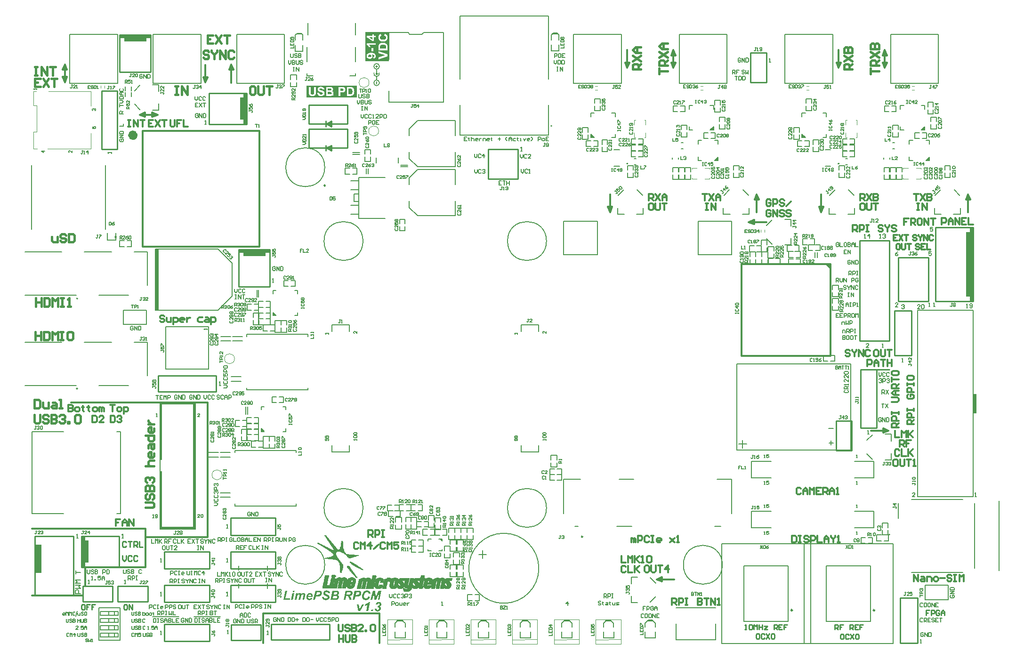
<source format=gto>
G04*
G04 #@! TF.GenerationSoftware,Altium Limited,Altium Designer,19.1.6 (110)*
G04*
G04 Layer_Color=65535*
%FSLAX44Y44*%
%MOMM*%
G71*
G01*
G75*
%ADD10C,0.2000*%
%ADD11C,0.3000*%
%ADD12C,0.1000*%
%ADD13C,0.2500*%
%ADD14C,1.0000*%
%ADD15C,0.1900*%
%ADD16C,0.4000*%
%ADD17C,0.1270*%
%ADD18C,0.2540*%
%ADD19C,0.1500*%
%ADD20C,0.0254*%
%ADD21C,0.0260*%
%ADD22C,0.1700*%
%ADD23C,0.3500*%
G36*
X214750Y1089750D02*
X206750D01*
Y1083750D01*
X186750Y1083750D01*
X166750Y1083750D01*
Y1089750D01*
X158750D01*
X158750Y1095750D01*
X214750D01*
X214750Y1089750D01*
D02*
G37*
G36*
X387000Y991000D02*
Y935000D01*
X381000Y935000D01*
Y943000D01*
X375000D01*
X375000Y963000D01*
X375000Y983000D01*
X381000D01*
Y991000D01*
X387000Y991000D01*
D02*
G37*
G36*
X1606750Y924250D02*
X1600500D01*
X1606750Y930500D01*
Y924250D01*
D02*
G37*
G36*
X1226750D02*
X1220500D01*
X1226750Y930500D01*
Y924250D01*
D02*
G37*
G36*
X1392000Y910900D02*
X1385750D01*
Y917150D01*
X1392000Y910900D01*
D02*
G37*
G36*
X1012000Y910900D02*
X1005750Y910900D01*
Y917150D01*
X1012000Y910900D01*
D02*
G37*
G36*
X1614750Y869500D02*
X1607500Y869500D01*
X1614750Y876750D01*
X1614750Y869500D01*
D02*
G37*
G36*
X1234750D02*
X1227500Y869500D01*
X1234750Y876750D01*
X1234750Y869500D01*
D02*
G37*
G36*
X429000Y703750D02*
X421000D01*
Y697750D01*
X401000Y697750D01*
X381000Y697750D01*
Y703750D01*
X373000D01*
X373000Y709750D01*
X429000D01*
X429000Y703750D01*
D02*
G37*
G36*
X1437000Y683250D02*
Y675250D01*
X1429000Y683250D01*
X1437000D01*
X1437000Y683250D01*
D02*
G37*
G36*
X1687250Y624607D02*
X1681250D01*
Y740893D01*
X1687250D01*
Y624607D01*
D02*
G37*
G36*
X1693250Y616607D02*
X1687250D01*
Y748893D01*
X1693250D01*
Y616607D01*
D02*
G37*
G36*
X228000Y600250D02*
X223000D01*
Y710250D01*
X228000D01*
Y600250D01*
D02*
G37*
G36*
X439500Y591000D02*
X434500D01*
Y596000D01*
X439500Y591000D01*
D02*
G37*
G36*
X295000Y435000D02*
Y431000D01*
Y211000D01*
Y207000D01*
X291000Y207000D01*
Y207000D01*
X235000D01*
Y207000D01*
X231000Y207000D01*
Y211000D01*
Y311000D01*
X235000D01*
X235000Y211000D01*
X291000D01*
Y431000D01*
X235000D01*
X235000Y331000D01*
X231000D01*
Y431000D01*
Y435000D01*
X235000Y435000D01*
Y435000D01*
X291000D01*
Y435000D01*
X295000Y435000D01*
D02*
G37*
G36*
X1699500Y415000D02*
X1693500D01*
Y450000D01*
X1699500D01*
Y415000D01*
D02*
G37*
G36*
X418250Y382250D02*
X413250D01*
Y387250D01*
X418250Y382250D01*
D02*
G37*
G36*
X738500Y185500D02*
X735500Y188500D01*
X735750Y188750D01*
X738500D01*
Y185500D01*
D02*
G37*
G36*
X96410Y186090D02*
X102410D01*
X102410Y166090D01*
X102410Y146090D01*
X96410D01*
Y138090D01*
X90410Y138090D01*
Y194090D01*
X96410Y194090D01*
Y186090D01*
D02*
G37*
G36*
X17870Y127947D02*
X5870Y127947D01*
Y178804D01*
X17870Y178804D01*
Y127947D01*
D02*
G37*
G36*
X642750Y1048250D02*
X621834D01*
D01*
X600250D01*
Y1100500D01*
X621834D01*
Y1100500D01*
X642750D01*
Y1048250D01*
D02*
G37*
G36*
X585000Y1004500D02*
Y983250D01*
X494500D01*
Y1004500D01*
X585000D01*
D02*
G37*
G36*
X472998Y93016D02*
X469752D01*
X470352Y95953D01*
X473615D01*
X472998Y93016D01*
D02*
G37*
G36*
X531185Y96229D02*
X531396D01*
X531639Y96197D01*
X531931Y96181D01*
X532240Y96132D01*
X532580Y96067D01*
X532938Y96002D01*
X533311Y95905D01*
X533684Y95791D01*
X534074Y95661D01*
X534431Y95499D01*
X534804Y95320D01*
X535145Y95109D01*
X535453Y94866D01*
X535470Y94850D01*
X535518Y94801D01*
X535599Y94720D01*
X535713Y94622D01*
X535827Y94476D01*
X535973Y94314D01*
X536119Y94119D01*
X536281Y93892D01*
X536443Y93649D01*
X536590Y93373D01*
X536736Y93064D01*
X536882Y92740D01*
X536995Y92399D01*
X537093Y92026D01*
X537174Y91636D01*
X537223Y91214D01*
X533944Y91068D01*
Y91084D01*
Y91117D01*
X533928Y91182D01*
X533912Y91263D01*
X533895Y91360D01*
X533863Y91474D01*
X533782Y91734D01*
X533668Y92026D01*
X533522Y92334D01*
X533327Y92626D01*
X533068Y92886D01*
X533035Y92918D01*
X532986Y92951D01*
X532938Y92983D01*
X532856Y93032D01*
X532759Y93097D01*
X532645Y93146D01*
X532516Y93210D01*
X532369Y93275D01*
X532224Y93324D01*
X532045Y93389D01*
X531850Y93438D01*
X531623Y93470D01*
X531396Y93503D01*
X531152Y93535D01*
X530665D01*
X530536Y93519D01*
X530406Y93503D01*
X530097Y93470D01*
X529773Y93405D01*
X529432Y93324D01*
X529123Y93194D01*
X528994Y93113D01*
X528864Y93032D01*
X528831Y93016D01*
X528766Y92935D01*
X528669Y92837D01*
X528572Y92691D01*
X528458Y92496D01*
X528361Y92285D01*
X528296Y92042D01*
X528263Y91766D01*
Y91734D01*
X528279Y91652D01*
X528296Y91523D01*
X528328Y91344D01*
X528393Y91165D01*
X528490Y90971D01*
X528637Y90760D01*
X528815Y90581D01*
X528848Y90565D01*
X528880Y90532D01*
X528929Y90500D01*
X528994Y90451D01*
X529091Y90386D01*
X529205Y90321D01*
X529334Y90240D01*
X529481Y90159D01*
X529659Y90062D01*
X529854Y89948D01*
X530081Y89834D01*
X530341Y89705D01*
X530617Y89575D01*
X530925Y89429D01*
X531266Y89283D01*
X531282D01*
X531298Y89266D01*
X531396Y89234D01*
X531542Y89169D01*
X531720Y89072D01*
X531964Y88974D01*
X532224Y88844D01*
X532499Y88715D01*
X532808Y88568D01*
X533424Y88244D01*
X533733Y88082D01*
X534025Y87919D01*
X534301Y87741D01*
X534544Y87578D01*
X534755Y87416D01*
X534934Y87270D01*
X534950Y87254D01*
X534983Y87221D01*
X535048Y87156D01*
X535112Y87059D01*
X535210Y86945D01*
X535307Y86816D01*
X535405Y86653D01*
X535518Y86475D01*
X535632Y86280D01*
X535729Y86053D01*
X535827Y85826D01*
X535924Y85566D01*
X535989Y85274D01*
X536054Y84981D01*
X536086Y84673D01*
X536103Y84348D01*
Y84316D01*
Y84251D01*
X536086Y84138D01*
X536070Y83975D01*
X536054Y83797D01*
X536005Y83569D01*
X535956Y83326D01*
X535892Y83066D01*
X535794Y82774D01*
X535681Y82466D01*
X535535Y82157D01*
X535356Y81849D01*
X535161Y81524D01*
X534934Y81216D01*
X534658Y80891D01*
X534350Y80599D01*
X534333Y80583D01*
X534268Y80534D01*
X534171Y80453D01*
X534025Y80356D01*
X533847Y80242D01*
X533635Y80112D01*
X533392Y79966D01*
X533100Y79820D01*
X532775Y79674D01*
X532402Y79528D01*
X532012Y79398D01*
X531574Y79285D01*
X531104Y79187D01*
X530617Y79106D01*
X530081Y79057D01*
X529513Y79041D01*
X529302D01*
X529156Y79057D01*
X528961D01*
X528750Y79074D01*
X528507Y79106D01*
X528247Y79138D01*
X527955Y79171D01*
X527663Y79220D01*
X527046Y79349D01*
X526413Y79528D01*
X526105Y79625D01*
X525796Y79755D01*
X525780Y79771D01*
X525731Y79788D01*
X525650Y79836D01*
X525536Y79885D01*
X525407Y79966D01*
X525261Y80047D01*
X524936Y80275D01*
X524563Y80551D01*
X524189Y80891D01*
X523848Y81297D01*
X523702Y81524D01*
X523573Y81752D01*
Y81768D01*
X523540Y81817D01*
X523508Y81882D01*
X523475Y81979D01*
X523427Y82093D01*
X523378Y82239D01*
X523313Y82417D01*
X523264Y82596D01*
X523199Y82807D01*
X523151Y83034D01*
X523102Y83277D01*
X523053Y83537D01*
X523004Y84105D01*
X522988Y84706D01*
X526251Y84884D01*
Y84868D01*
Y84819D01*
X526267Y84738D01*
Y84641D01*
X526283Y84511D01*
X526299Y84365D01*
X526348Y84040D01*
X526413Y83683D01*
X526494Y83342D01*
X526624Y83018D01*
X526689Y82888D01*
X526770Y82774D01*
X526786Y82758D01*
X526802Y82742D01*
X526851Y82693D01*
X526916Y82644D01*
X527013Y82579D01*
X527111Y82498D01*
X527241Y82417D01*
X527403Y82336D01*
X527581Y82255D01*
X527776Y82174D01*
X528004Y82109D01*
X528263Y82028D01*
X528539Y81979D01*
X528848Y81930D01*
X529188Y81914D01*
X529545Y81898D01*
X529708D01*
X529821Y81914D01*
X529951D01*
X530113Y81930D01*
X530292Y81946D01*
X530471Y81979D01*
X530876Y82044D01*
X531266Y82157D01*
X531639Y82303D01*
X531818Y82401D01*
X531964Y82498D01*
X531980D01*
X531996Y82531D01*
X532077Y82612D01*
X532207Y82725D01*
X532353Y82904D01*
X532483Y83115D01*
X532613Y83358D01*
X532694Y83634D01*
X532727Y83780D01*
Y83943D01*
Y83959D01*
Y83975D01*
X532710Y84073D01*
X532694Y84202D01*
X532645Y84381D01*
X532580Y84576D01*
X532467Y84787D01*
X532321Y84998D01*
X532110Y85192D01*
X532094Y85209D01*
X532061Y85225D01*
X532012Y85258D01*
X531948Y85306D01*
X531866Y85355D01*
X531769Y85420D01*
X531655Y85485D01*
X531509Y85566D01*
X531331Y85647D01*
X531136Y85761D01*
X530925Y85858D01*
X530665Y85988D01*
X530389Y86118D01*
X530065Y86264D01*
X529724Y86410D01*
X529708Y86426D01*
X529643Y86442D01*
X529545Y86491D01*
X529416Y86556D01*
X529253Y86621D01*
X529058Y86702D01*
X528864Y86799D01*
X528653Y86897D01*
X528182Y87124D01*
X527711Y87351D01*
X527273Y87595D01*
X527078Y87692D01*
X526900Y87806D01*
X526884D01*
X526867Y87838D01*
X526819Y87871D01*
X526754Y87903D01*
X526591Y88033D01*
X526397Y88195D01*
X526170Y88406D01*
X525942Y88666D01*
X525715Y88942D01*
X525504Y89266D01*
Y89283D01*
X525488Y89315D01*
X525455Y89364D01*
X525423Y89429D01*
X525390Y89510D01*
X525342Y89607D01*
X525261Y89867D01*
X525163Y90175D01*
X525082Y90532D01*
X525017Y90922D01*
X525001Y91360D01*
Y91393D01*
Y91458D01*
X525017Y91571D01*
Y91717D01*
X525050Y91896D01*
X525082Y92107D01*
X525131Y92334D01*
X525196Y92594D01*
X525277Y92853D01*
X525374Y93146D01*
X525488Y93438D01*
X525634Y93730D01*
X525812Y94022D01*
X526007Y94298D01*
X526251Y94590D01*
X526510Y94850D01*
X526526Y94866D01*
X526575Y94915D01*
X526673Y94980D01*
X526786Y95061D01*
X526949Y95174D01*
X527143Y95288D01*
X527370Y95418D01*
X527630Y95548D01*
X527922Y95677D01*
X528263Y95807D01*
X528620Y95921D01*
X529010Y96035D01*
X529432Y96116D01*
X529902Y96181D01*
X530389Y96229D01*
X530909Y96246D01*
X531039D01*
X531185Y96229D01*
D02*
G37*
G36*
X603784D02*
X603979D01*
X604206Y96197D01*
X604466Y96164D01*
X604758Y96116D01*
X605083Y96067D01*
X605424Y95986D01*
X605781Y95889D01*
X606138Y95775D01*
X606511Y95629D01*
X606868Y95466D01*
X607225Y95272D01*
X607566Y95044D01*
X607891Y94785D01*
X607907Y94769D01*
X607956Y94720D01*
X608053Y94639D01*
X608150Y94525D01*
X608296Y94379D01*
X608442Y94200D01*
X608605Y93989D01*
X608767Y93746D01*
X608946Y93486D01*
X609108Y93194D01*
X609270Y92870D01*
X609432Y92513D01*
X609579Y92139D01*
X609692Y91734D01*
X609806Y91295D01*
X609871Y90841D01*
X606592Y90532D01*
Y90549D01*
X606576Y90597D01*
X606560Y90679D01*
X606543Y90776D01*
X606511Y90890D01*
X606462Y91019D01*
X606365Y91344D01*
X606219Y91685D01*
X606024Y92026D01*
X605813Y92350D01*
X605683Y92496D01*
X605537Y92626D01*
X605521D01*
X605505Y92659D01*
X605456Y92691D01*
X605391Y92724D01*
X605310Y92788D01*
X605229Y92837D01*
X604985Y92967D01*
X604693Y93081D01*
X604336Y93194D01*
X603930Y93259D01*
X603460Y93292D01*
X603330D01*
X603216Y93275D01*
X603102Y93259D01*
X602940Y93243D01*
X602778Y93227D01*
X602599Y93178D01*
X602194Y93081D01*
X601755Y92918D01*
X601512Y92821D01*
X601285Y92707D01*
X601041Y92577D01*
X600814Y92415D01*
X600798Y92399D01*
X600765Y92383D01*
X600700Y92318D01*
X600603Y92253D01*
X600506Y92156D01*
X600392Y92042D01*
X600246Y91912D01*
X600100Y91750D01*
X599954Y91571D01*
X599791Y91376D01*
X599629Y91149D01*
X599467Y90906D01*
X599305Y90646D01*
X599142Y90354D01*
X598996Y90045D01*
X598850Y89705D01*
Y89688D01*
X598818Y89623D01*
X598785Y89526D01*
X598736Y89396D01*
X598688Y89218D01*
X598623Y89023D01*
X598558Y88812D01*
X598493Y88568D01*
X598412Y88293D01*
X598347Y88000D01*
X598233Y87384D01*
X598152Y86734D01*
X598136Y86394D01*
X598120Y86053D01*
Y86037D01*
Y85972D01*
Y85858D01*
X598136Y85728D01*
X598152Y85550D01*
X598168Y85355D01*
X598201Y85144D01*
X598233Y84917D01*
X598347Y84413D01*
X598428Y84154D01*
X598526Y83894D01*
X598623Y83651D01*
X598753Y83391D01*
X598899Y83164D01*
X599061Y82953D01*
X599077Y82936D01*
X599110Y82904D01*
X599159Y82855D01*
X599240Y82790D01*
X599321Y82693D01*
X599434Y82612D01*
X599564Y82514D01*
X599726Y82417D01*
X599889Y82303D01*
X600067Y82206D01*
X600473Y82044D01*
X600700Y81963D01*
X600928Y81914D01*
X601187Y81882D01*
X601447Y81865D01*
X601577D01*
X601674Y81882D01*
X601788Y81898D01*
X601934Y81914D01*
X602080Y81930D01*
X602258Y81979D01*
X602632Y82076D01*
X603038Y82222D01*
X603249Y82320D01*
X603460Y82450D01*
X603671Y82579D01*
X603882Y82725D01*
X603898Y82742D01*
X603930Y82774D01*
X603995Y82823D01*
X604060Y82888D01*
X604157Y82969D01*
X604255Y83083D01*
X604385Y83212D01*
X604498Y83375D01*
X604628Y83537D01*
X604774Y83732D01*
X604904Y83943D01*
X605050Y84170D01*
X605180Y84413D01*
X605310Y84673D01*
X605424Y84965D01*
X605537Y85274D01*
X608994Y84738D01*
X608978Y84706D01*
X608946Y84608D01*
X608881Y84478D01*
X608799Y84284D01*
X608702Y84040D01*
X608572Y83780D01*
X608410Y83472D01*
X608231Y83164D01*
X608020Y82823D01*
X607793Y82466D01*
X607550Y82109D01*
X607274Y81768D01*
X606982Y81411D01*
X606657Y81070D01*
X606316Y80762D01*
X605943Y80469D01*
X605927Y80453D01*
X605845Y80405D01*
X605732Y80340D01*
X605586Y80242D01*
X605391Y80129D01*
X605164Y80015D01*
X604904Y79869D01*
X604596Y79739D01*
X604271Y79609D01*
X603898Y79479D01*
X603525Y79349D01*
X603102Y79236D01*
X602664Y79138D01*
X602194Y79074D01*
X601723Y79025D01*
X601220Y79009D01*
X601090D01*
X600928Y79025D01*
X600717Y79041D01*
X600457Y79057D01*
X600165Y79106D01*
X599840Y79155D01*
X599483Y79236D01*
X599110Y79333D01*
X598720Y79463D01*
X598315Y79609D01*
X597925Y79788D01*
X597535Y79999D01*
X597146Y80242D01*
X596789Y80518D01*
X596448Y80843D01*
X596432Y80859D01*
X596383Y80924D01*
X596286Y81038D01*
X596188Y81184D01*
X596058Y81378D01*
X595912Y81606D01*
X595750Y81882D01*
X595604Y82206D01*
X595442Y82563D01*
X595279Y82953D01*
X595133Y83391D01*
X595003Y83878D01*
X594906Y84381D01*
X594825Y84949D01*
X594760Y85550D01*
X594744Y86183D01*
Y86199D01*
Y86215D01*
Y86313D01*
Y86459D01*
X594760Y86670D01*
X594776Y86913D01*
X594809Y87205D01*
X594841Y87530D01*
X594890Y87903D01*
X594939Y88293D01*
X595020Y88698D01*
X595117Y89137D01*
X595231Y89575D01*
X595360Y90029D01*
X595507Y90484D01*
X595685Y90938D01*
X595880Y91376D01*
X595896Y91409D01*
X595929Y91474D01*
X595993Y91604D01*
X596091Y91766D01*
X596204Y91961D01*
X596351Y92188D01*
X596513Y92431D01*
X596708Y92707D01*
X596935Y92999D01*
X597162Y93292D01*
X597438Y93584D01*
X597714Y93892D01*
X598022Y94184D01*
X598347Y94460D01*
X598704Y94736D01*
X599077Y94980D01*
X599094Y94996D01*
X599175Y95028D01*
X599288Y95093D01*
X599434Y95174D01*
X599629Y95272D01*
X599856Y95385D01*
X600116Y95499D01*
X600408Y95613D01*
X600717Y95726D01*
X601057Y95840D01*
X601431Y95953D01*
X601820Y96051D01*
X602226Y96132D01*
X602648Y96197D01*
X603086Y96229D01*
X603525Y96246D01*
X603638D01*
X603784Y96229D01*
D02*
G37*
G36*
X489862Y91636D02*
X489975D01*
X490121Y91620D01*
X490446Y91555D01*
X490803Y91458D01*
X491176Y91328D01*
X491550Y91133D01*
X491712Y91003D01*
X491874Y90873D01*
X491890Y90857D01*
X491907Y90841D01*
X491955Y90792D01*
X492004Y90727D01*
X492069Y90646D01*
X492134Y90565D01*
X492280Y90321D01*
X492426Y90029D01*
X492556Y89672D01*
X492653Y89266D01*
X492669Y89039D01*
X492686Y88812D01*
Y88779D01*
Y88698D01*
X492669Y88617D01*
Y88536D01*
X492653Y88439D01*
X492637Y88309D01*
X492621Y88179D01*
X492588Y88017D01*
X492572Y87838D01*
X492540Y87643D01*
X492491Y87432D01*
X492458Y87205D01*
X492410Y86945D01*
X492345Y86670D01*
X490770Y79317D01*
X487524D01*
X489082Y86670D01*
Y86686D01*
X489099Y86734D01*
X489115Y86799D01*
X489131Y86881D01*
X489147Y86994D01*
X489180Y87124D01*
X489229Y87384D01*
X489277Y87660D01*
X489326Y87903D01*
X489342Y88017D01*
X489358Y88114D01*
X489375Y88179D01*
Y88228D01*
Y88244D01*
Y88309D01*
X489358Y88406D01*
X489342Y88520D01*
X489294Y88650D01*
X489245Y88779D01*
X489164Y88909D01*
X489066Y89023D01*
X489050Y89039D01*
X489018Y89072D01*
X488937Y89120D01*
X488839Y89185D01*
X488709Y89234D01*
X488563Y89283D01*
X488368Y89315D01*
X488157Y89331D01*
X488044D01*
X487946Y89315D01*
X487849Y89299D01*
X487719Y89266D01*
X487427Y89169D01*
X487265Y89104D01*
X487086Y89023D01*
X486908Y88909D01*
X486729Y88779D01*
X486534Y88633D01*
X486356Y88455D01*
X486161Y88260D01*
X485983Y88033D01*
Y88017D01*
X485950Y87984D01*
X485918Y87935D01*
X485869Y87854D01*
X485804Y87757D01*
X485739Y87627D01*
X485658Y87465D01*
X485560Y87286D01*
X485479Y87075D01*
X485382Y86832D01*
X485268Y86572D01*
X485171Y86280D01*
X485074Y85939D01*
X484976Y85582D01*
X484879Y85192D01*
X484781Y84770D01*
X483645Y79317D01*
X480399D01*
X481909Y86605D01*
Y86621D01*
X481925Y86653D01*
X481941Y86718D01*
X481957Y86799D01*
X481973Y86913D01*
X481990Y87027D01*
X482038Y87270D01*
X482087Y87546D01*
X482136Y87822D01*
X482152Y88049D01*
X482168Y88146D01*
Y88228D01*
Y88244D01*
Y88309D01*
X482152Y88406D01*
X482136Y88504D01*
X482087Y88633D01*
X482038Y88763D01*
X481957Y88893D01*
X481844Y89023D01*
X481828Y89039D01*
X481779Y89072D01*
X481714Y89120D01*
X481617Y89185D01*
X481487Y89234D01*
X481324Y89283D01*
X481146Y89315D01*
X480951Y89331D01*
X480854D01*
X480756Y89315D01*
X480610Y89299D01*
X480448Y89250D01*
X480253Y89201D01*
X480058Y89120D01*
X479847Y89007D01*
X479815Y88990D01*
X479750Y88942D01*
X479653Y88877D01*
X479506Y88779D01*
X479360Y88650D01*
X479198Y88504D01*
X479020Y88325D01*
X478857Y88130D01*
X478841Y88098D01*
X478792Y88033D01*
X478711Y87903D01*
X478614Y87741D01*
X478500Y87546D01*
X478370Y87303D01*
X478241Y87010D01*
X478127Y86702D01*
Y86686D01*
X478094Y86621D01*
X478062Y86491D01*
X478046Y86410D01*
X478013Y86312D01*
X477981Y86199D01*
X477948Y86069D01*
X477916Y85923D01*
X477867Y85744D01*
X477835Y85566D01*
X477786Y85339D01*
X477721Y85111D01*
X477672Y84852D01*
X476520Y79317D01*
X473274D01*
X475790Y91376D01*
X478841D01*
X478549Y89899D01*
X478565Y89916D01*
X478630Y89980D01*
X478727Y90062D01*
X478857Y90175D01*
X479020Y90305D01*
X479231Y90451D01*
X479442Y90613D01*
X479701Y90776D01*
X479977Y90938D01*
X480269Y91101D01*
X480578Y91247D01*
X480902Y91376D01*
X481243Y91490D01*
X481600Y91571D01*
X481957Y91636D01*
X482331Y91652D01*
X482461D01*
X482558Y91636D01*
X482672D01*
X482801Y91620D01*
X483110Y91587D01*
X483434Y91506D01*
X483791Y91409D01*
X484132Y91279D01*
X484424Y91084D01*
X484441D01*
X484457Y91052D01*
X484538Y90987D01*
X484668Y90857D01*
X484830Y90679D01*
X484992Y90451D01*
X485139Y90175D01*
X485285Y89867D01*
X485382Y89510D01*
Y89526D01*
X485414Y89558D01*
X485447Y89591D01*
X485496Y89656D01*
X485642Y89834D01*
X485853Y90045D01*
X486096Y90289D01*
X486404Y90532D01*
X486778Y90792D01*
X487184Y91035D01*
X487200D01*
X487232Y91068D01*
X487297Y91101D01*
X487395Y91133D01*
X487492Y91182D01*
X487622Y91230D01*
X487768Y91279D01*
X487930Y91344D01*
X488287Y91458D01*
X488709Y91555D01*
X489147Y91620D01*
X489618Y91652D01*
X489764D01*
X489862Y91636D01*
D02*
G37*
G36*
X626231Y79317D02*
X623131D01*
X626004Y93113D01*
X619836Y79317D01*
X616590D01*
X615973Y93210D01*
X613344Y79317D01*
X610244D01*
X613717Y95953D01*
X618603D01*
X619122Y84511D01*
X624348Y95953D01*
X629250D01*
X626231Y79317D01*
D02*
G37*
G36*
X588657Y95937D02*
X588836D01*
X589031Y95921D01*
X589242Y95905D01*
X589696Y95840D01*
X590183Y95775D01*
X590637Y95661D01*
X590865Y95596D01*
X591059Y95515D01*
X591076D01*
X591108Y95499D01*
X591157Y95466D01*
X591238Y95434D01*
X591433Y95337D01*
X591660Y95174D01*
X591936Y94980D01*
X592212Y94736D01*
X592488Y94444D01*
X592731Y94103D01*
Y94087D01*
X592764Y94054D01*
X592796Y94006D01*
X592828Y93925D01*
X592877Y93843D01*
X592926Y93730D01*
X592975Y93600D01*
X593040Y93454D01*
X593153Y93113D01*
X593251Y92707D01*
X593316Y92253D01*
X593348Y91766D01*
Y91750D01*
Y91717D01*
Y91636D01*
Y91555D01*
X593332Y91441D01*
X593316Y91312D01*
X593299Y91165D01*
X593283Y90987D01*
X593218Y90614D01*
X593137Y90208D01*
X593007Y89770D01*
X592845Y89315D01*
Y89299D01*
X592828Y89266D01*
X592796Y89201D01*
X592764Y89120D01*
X592715Y89023D01*
X592650Y88909D01*
X592520Y88633D01*
X592342Y88325D01*
X592131Y88017D01*
X591903Y87708D01*
X591644Y87416D01*
X591611Y87384D01*
X591530Y87303D01*
X591384Y87173D01*
X591189Y87010D01*
X590962Y86832D01*
X590702Y86653D01*
X590426Y86491D01*
X590118Y86329D01*
X590102D01*
X590086Y86313D01*
X590037Y86296D01*
X589972Y86264D01*
X589891Y86231D01*
X589793Y86199D01*
X589680Y86166D01*
X589534Y86118D01*
X589225Y86020D01*
X588852Y85939D01*
X588414Y85842D01*
X587927Y85761D01*
X587894D01*
X587846Y85744D01*
X587667D01*
X587554Y85728D01*
X587407D01*
X587245Y85712D01*
X587050Y85696D01*
X586839D01*
X586580Y85680D01*
X586012D01*
X585671Y85663D01*
X582717D01*
X581386Y79317D01*
X577977D01*
X581451Y95953D01*
X588511D01*
X588657Y95937D01*
D02*
G37*
G36*
X572605D02*
X572784D01*
X572995Y95921D01*
X573222Y95905D01*
X573693Y95856D01*
X574180Y95775D01*
X574666Y95677D01*
X574878Y95613D01*
X575089Y95548D01*
X575105D01*
X575137Y95531D01*
X575186Y95499D01*
X575267Y95466D01*
X575364Y95434D01*
X575462Y95369D01*
X575705Y95223D01*
X575981Y95028D01*
X576273Y94785D01*
X576549Y94476D01*
X576809Y94119D01*
Y94103D01*
X576841Y94071D01*
X576874Y94022D01*
X576906Y93941D01*
X576971Y93827D01*
X577020Y93714D01*
X577085Y93567D01*
X577150Y93421D01*
X577198Y93243D01*
X577263Y93048D01*
X577377Y92610D01*
X577442Y92123D01*
X577474Y91587D01*
Y91571D01*
Y91490D01*
Y91376D01*
X577458Y91230D01*
X577442Y91052D01*
X577410Y90841D01*
X577361Y90614D01*
X577312Y90354D01*
X577247Y90078D01*
X577166Y89802D01*
X577052Y89510D01*
X576939Y89218D01*
X576793Y88926D01*
X576614Y88633D01*
X576419Y88341D01*
X576192Y88082D01*
X576176Y88065D01*
X576127Y88017D01*
X576062Y87952D01*
X575949Y87854D01*
X575819Y87757D01*
X575657Y87627D01*
X575462Y87497D01*
X575235Y87351D01*
X574975Y87205D01*
X574699Y87059D01*
X574374Y86913D01*
X574034Y86783D01*
X573660Y86653D01*
X573254Y86540D01*
X572816Y86459D01*
X572346Y86377D01*
X572378Y86345D01*
X572459Y86264D01*
X572589Y86134D01*
X572751Y85972D01*
X572946Y85744D01*
X573141Y85469D01*
X573368Y85160D01*
X573579Y84819D01*
X573595Y84803D01*
X573628Y84722D01*
X573693Y84625D01*
X573774Y84462D01*
X573887Y84267D01*
X574017Y84024D01*
X574163Y83732D01*
X574326Y83407D01*
X574520Y83034D01*
X574715Y82628D01*
X574926Y82174D01*
X575153Y81671D01*
X575381Y81151D01*
X575624Y80567D01*
X575884Y79966D01*
X576143Y79317D01*
X572459D01*
Y79333D01*
X572443Y79382D01*
X572410Y79463D01*
X572362Y79577D01*
X572313Y79739D01*
X572248Y79918D01*
X572167Y80129D01*
X572070Y80388D01*
X571956Y80680D01*
X571842Y81005D01*
X571696Y81362D01*
X571534Y81752D01*
X571355Y82190D01*
X571161Y82661D01*
X570950Y83164D01*
X570723Y83699D01*
Y83716D01*
X570690Y83764D01*
X570658Y83845D01*
X570593Y83959D01*
X570528Y84089D01*
X570463Y84235D01*
X570268Y84576D01*
X570041Y84949D01*
X569781Y85306D01*
X569651Y85469D01*
X569505Y85631D01*
X569359Y85761D01*
X569213Y85874D01*
X569197Y85891D01*
X569116Y85923D01*
X569002Y85988D01*
X568824Y86053D01*
X568580Y86102D01*
X568304Y86166D01*
X567947Y86199D01*
X567736Y86215D01*
X566129D01*
X564685Y79317D01*
X561276D01*
X564750Y95953D01*
X572443D01*
X572605Y95937D01*
D02*
G37*
G36*
X547919D02*
X548130D01*
X548551Y95921D01*
X548990Y95905D01*
X549184Y95889D01*
X549379Y95872D01*
X549558Y95856D01*
X549704Y95840D01*
X549720D01*
X549753Y95824D01*
X549817D01*
X549915Y95807D01*
X550012Y95791D01*
X550142Y95759D01*
X550434Y95694D01*
X550759Y95596D01*
X551100Y95466D01*
X551457Y95320D01*
X551781Y95142D01*
X551798D01*
X551814Y95126D01*
X551862Y95093D01*
X551927Y95044D01*
X552074Y94931D01*
X552268Y94785D01*
X552479Y94590D01*
X552690Y94363D01*
X552901Y94087D01*
X553080Y93778D01*
Y93762D01*
X553096Y93746D01*
X553129Y93697D01*
X553145Y93632D01*
X553226Y93454D01*
X553307Y93227D01*
X553388Y92951D01*
X553469Y92642D01*
X553518Y92285D01*
X553534Y91912D01*
Y91896D01*
Y91847D01*
Y91782D01*
X553518Y91685D01*
Y91555D01*
X553502Y91409D01*
X553469Y91263D01*
X553437Y91084D01*
X553340Y90711D01*
X553210Y90305D01*
X553015Y89899D01*
X552885Y89688D01*
X552755Y89494D01*
X552739Y89477D01*
X552723Y89445D01*
X552674Y89396D01*
X552609Y89331D01*
X552528Y89250D01*
X552431Y89153D01*
X552317Y89039D01*
X552171Y88926D01*
X552025Y88812D01*
X551846Y88682D01*
X551651Y88552D01*
X551441Y88422D01*
X551197Y88309D01*
X550954Y88179D01*
X550678Y88065D01*
X550386Y87968D01*
X550402D01*
X550434Y87952D01*
X550515Y87935D01*
X550597Y87903D01*
X550694Y87854D01*
X550824Y87806D01*
X551116Y87676D01*
X551424Y87497D01*
X551749Y87286D01*
X552074Y87010D01*
X552366Y86702D01*
X552382Y86686D01*
X552398Y86670D01*
X552431Y86605D01*
X552479Y86540D01*
X552528Y86459D01*
X552593Y86361D01*
X552739Y86118D01*
X552869Y85809D01*
X552982Y85469D01*
X553064Y85095D01*
X553096Y84884D01*
Y84673D01*
Y84657D01*
Y84608D01*
Y84527D01*
X553080Y84413D01*
X553064Y84284D01*
X553047Y84138D01*
X553031Y83959D01*
X552982Y83764D01*
X552885Y83326D01*
X552739Y82839D01*
X552642Y82596D01*
X552528Y82336D01*
X552382Y82093D01*
X552236Y81833D01*
X552220Y81817D01*
X552203Y81768D01*
X552155Y81703D01*
X552074Y81622D01*
X551992Y81508D01*
X551879Y81378D01*
X551765Y81232D01*
X551619Y81086D01*
X551457Y80924D01*
X551278Y80778D01*
X551083Y80616D01*
X550889Y80453D01*
X550418Y80145D01*
X550158Y80015D01*
X549882Y79901D01*
X549866D01*
X549817Y79869D01*
X549720Y79853D01*
X549606Y79804D01*
X549460Y79771D01*
X549266Y79723D01*
X549055Y79658D01*
X548811Y79609D01*
X548535Y79560D01*
X548227Y79496D01*
X547886Y79447D01*
X547513Y79414D01*
X547123Y79366D01*
X546701Y79349D01*
X546247Y79317D01*
X537937D01*
X541410Y95953D01*
X547740D01*
X547919Y95937D01*
D02*
G37*
G36*
X517632Y95937D02*
X517811D01*
X518005Y95921D01*
X518217Y95905D01*
X518671Y95840D01*
X519158Y95775D01*
X519612Y95661D01*
X519840Y95596D01*
X520034Y95515D01*
X520051D01*
X520083Y95499D01*
X520132Y95466D01*
X520213Y95434D01*
X520408Y95337D01*
X520635Y95174D01*
X520911Y94980D01*
X521187Y94736D01*
X521463Y94444D01*
X521706Y94103D01*
Y94087D01*
X521739Y94054D01*
X521771Y94006D01*
X521803Y93925D01*
X521852Y93843D01*
X521901Y93730D01*
X521950Y93600D01*
X522014Y93454D01*
X522128Y93113D01*
X522225Y92707D01*
X522290Y92253D01*
X522323Y91766D01*
Y91750D01*
Y91717D01*
Y91636D01*
Y91555D01*
X522307Y91441D01*
X522290Y91312D01*
X522274Y91165D01*
X522258Y90987D01*
X522193Y90613D01*
X522112Y90208D01*
X521982Y89769D01*
X521820Y89315D01*
Y89299D01*
X521803Y89266D01*
X521771Y89201D01*
X521739Y89120D01*
X521690Y89023D01*
X521625Y88909D01*
X521495Y88633D01*
X521316Y88325D01*
X521105Y88017D01*
X520878Y87708D01*
X520619Y87416D01*
X520586Y87384D01*
X520505Y87303D01*
X520359Y87173D01*
X520164Y87010D01*
X519937Y86832D01*
X519677Y86653D01*
X519401Y86491D01*
X519093Y86329D01*
X519077D01*
X519061Y86312D01*
X519012Y86296D01*
X518947Y86264D01*
X518866Y86231D01*
X518768Y86199D01*
X518655Y86166D01*
X518509Y86118D01*
X518200Y86020D01*
X517827Y85939D01*
X517389Y85842D01*
X516902Y85761D01*
X516869D01*
X516821Y85744D01*
X516642D01*
X516529Y85728D01*
X516382D01*
X516220Y85712D01*
X516025Y85696D01*
X515814D01*
X515555Y85679D01*
X514987D01*
X514646Y85663D01*
X511692D01*
X510361Y79317D01*
X506952D01*
X510426Y95953D01*
X517486D01*
X517632Y95937D01*
D02*
G37*
G36*
X470141Y79317D02*
X466895D01*
X469411Y91376D01*
X472657D01*
X470141Y79317D01*
D02*
G37*
G36*
X456800Y82093D02*
X465289D01*
X464704Y79317D01*
X452807D01*
X456281Y95953D01*
X459689D01*
X456800Y82093D01*
D02*
G37*
G36*
X501353Y91636D02*
X501515D01*
X501694Y91604D01*
X501921Y91587D01*
X502148Y91539D01*
X502424Y91474D01*
X502700Y91409D01*
X502976Y91312D01*
X503268Y91198D01*
X503560Y91068D01*
X503852Y90906D01*
X504145Y90727D01*
X504404Y90516D01*
X504664Y90273D01*
X504680Y90257D01*
X504729Y90208D01*
X504794Y90127D01*
X504875Y90029D01*
X504972Y89883D01*
X505086Y89705D01*
X505200Y89510D01*
X505329Y89283D01*
X505443Y89023D01*
X505557Y88747D01*
X505670Y88422D01*
X505768Y88082D01*
X505865Y87708D01*
X505930Y87319D01*
X505962Y86897D01*
X505979Y86442D01*
Y86426D01*
Y86394D01*
Y86329D01*
Y86248D01*
Y86150D01*
X505962Y86020D01*
X505946Y85744D01*
X505930Y85420D01*
X505881Y85063D01*
X505832Y84689D01*
X505751Y84332D01*
X497587D01*
Y84300D01*
Y84219D01*
X497571Y84121D01*
Y84024D01*
Y84008D01*
Y83975D01*
Y83910D01*
X497587Y83829D01*
Y83715D01*
X497604Y83602D01*
X497652Y83326D01*
X497733Y83018D01*
X497863Y82709D01*
X498026Y82385D01*
X498253Y82093D01*
X498269D01*
X498285Y82060D01*
X498383Y81979D01*
X498529Y81865D01*
X498723Y81735D01*
X498967Y81589D01*
X499259Y81476D01*
X499567Y81395D01*
X499746Y81378D01*
X499925Y81362D01*
X499990D01*
X500087Y81378D01*
X500201Y81395D01*
X500330Y81411D01*
X500493Y81443D01*
X500671Y81508D01*
X500866Y81573D01*
X501061Y81654D01*
X501272Y81768D01*
X501483Y81914D01*
X501694Y82060D01*
X501905Y82255D01*
X502099Y82482D01*
X502294Y82742D01*
X502473Y83034D01*
X505394Y82547D01*
X505378Y82531D01*
X505362Y82466D01*
X505313Y82385D01*
X505232Y82255D01*
X505151Y82109D01*
X505053Y81946D01*
X504924Y81768D01*
X504794Y81557D01*
X504632Y81346D01*
X504453Y81135D01*
X504063Y80697D01*
X503609Y80275D01*
X503366Y80096D01*
X503106Y79918D01*
X503089Y79901D01*
X503041Y79885D01*
X502960Y79836D01*
X502862Y79788D01*
X502716Y79723D01*
X502554Y79642D01*
X502375Y79560D01*
X502164Y79479D01*
X501937Y79398D01*
X501694Y79317D01*
X501434Y79252D01*
X501158Y79171D01*
X500558Y79074D01*
X500233Y79057D01*
X499908Y79041D01*
X499795D01*
X499681Y79057D01*
X499503Y79074D01*
X499292Y79090D01*
X499064Y79122D01*
X498788Y79171D01*
X498496Y79236D01*
X498188Y79317D01*
X497879Y79414D01*
X497539Y79544D01*
X497214Y79690D01*
X496873Y79853D01*
X496565Y80064D01*
X496240Y80291D01*
X495948Y80567D01*
X495932Y80583D01*
X495883Y80632D01*
X495802Y80729D01*
X495721Y80843D01*
X495591Y81005D01*
X495477Y81184D01*
X495331Y81411D01*
X495201Y81654D01*
X495055Y81930D01*
X494909Y82239D01*
X494796Y82579D01*
X494682Y82936D01*
X494585Y83326D01*
X494504Y83732D01*
X494455Y84186D01*
X494439Y84641D01*
Y84673D01*
Y84754D01*
X494455Y84884D01*
Y85063D01*
X494487Y85274D01*
X494504Y85517D01*
X494552Y85809D01*
X494617Y86118D01*
X494682Y86442D01*
X494780Y86799D01*
X494877Y87156D01*
X495007Y87530D01*
X495169Y87919D01*
X495348Y88293D01*
X495559Y88666D01*
X495802Y89039D01*
X495818Y89072D01*
X495883Y89153D01*
X495997Y89283D01*
X496143Y89445D01*
X496338Y89640D01*
X496581Y89867D01*
X496857Y90110D01*
X497165Y90354D01*
X497522Y90597D01*
X497928Y90824D01*
X498366Y91052D01*
X498837Y91247D01*
X499356Y91409D01*
X499908Y91539D01*
X500509Y91620D01*
X501142Y91652D01*
X501239D01*
X501353Y91636D01*
D02*
G37*
G36*
X624949Y75649D02*
X625144Y75633D01*
X625355Y75600D01*
X625598Y75552D01*
X625874Y75503D01*
X626150Y75438D01*
X626426Y75357D01*
X626718Y75243D01*
X627010Y75129D01*
X627286Y74984D01*
X627562Y74805D01*
X627822Y74610D01*
X628049Y74383D01*
X628065Y74367D01*
X628098Y74318D01*
X628162Y74253D01*
X628244Y74156D01*
X628325Y74026D01*
X628422Y73880D01*
X628536Y73717D01*
X628649Y73523D01*
X628763Y73312D01*
X628877Y73068D01*
X628974Y72825D01*
X629055Y72549D01*
X629136Y72257D01*
X629201Y71965D01*
X629234Y71640D01*
X629250Y71315D01*
Y71299D01*
Y71267D01*
Y71185D01*
X629234Y71104D01*
Y70991D01*
X629217Y70861D01*
X629185Y70699D01*
X629153Y70536D01*
X629072Y70179D01*
X628925Y69790D01*
X628747Y69384D01*
X628617Y69173D01*
X628487Y68978D01*
X628471Y68962D01*
X628455Y68930D01*
X628406Y68881D01*
X628341Y68816D01*
X628276Y68719D01*
X628179Y68621D01*
X627935Y68394D01*
X627643Y68150D01*
X627286Y67891D01*
X626864Y67663D01*
X626393Y67453D01*
X626410D01*
X626442Y67420D01*
X626491Y67404D01*
X626572Y67355D01*
X626750Y67225D01*
X626978Y67063D01*
X627237Y66852D01*
X627497Y66609D01*
X627741Y66333D01*
X627952Y66008D01*
Y65992D01*
X627968Y65975D01*
X628000Y65927D01*
X628033Y65862D01*
X628114Y65683D01*
X628211Y65440D01*
X628292Y65164D01*
X628373Y64856D01*
X628438Y64515D01*
X628455Y64158D01*
Y64141D01*
Y64076D01*
X628438Y63979D01*
Y63849D01*
X628422Y63687D01*
X628390Y63492D01*
X628341Y63281D01*
X628292Y63054D01*
X628228Y62794D01*
X628130Y62535D01*
X628033Y62242D01*
X627903Y61967D01*
X627757Y61674D01*
X627578Y61366D01*
X627367Y61074D01*
X627140Y60782D01*
X627124Y60766D01*
X627059Y60684D01*
X626962Y60587D01*
X626815Y60457D01*
X626637Y60295D01*
X626426Y60116D01*
X626182Y59921D01*
X625890Y59727D01*
X625582Y59532D01*
X625241Y59337D01*
X624851Y59159D01*
X624446Y58996D01*
X624007Y58867D01*
X623553Y58769D01*
X623066Y58688D01*
X622547Y58672D01*
X622449D01*
X622336Y58688D01*
X622190D01*
X622011Y58704D01*
X621800Y58737D01*
X621573Y58769D01*
X621329Y58818D01*
X621054Y58883D01*
X620778Y58964D01*
X620485Y59061D01*
X620193Y59175D01*
X619901Y59321D01*
X619609Y59483D01*
X619333Y59662D01*
X619073Y59873D01*
X619057Y59889D01*
X619008Y59938D01*
X618944Y60003D01*
X618862Y60100D01*
X618749Y60230D01*
X618635Y60376D01*
X618489Y60554D01*
X618359Y60766D01*
X618213Y60993D01*
X618067Y61252D01*
X617937Y61528D01*
X617807Y61837D01*
X617678Y62161D01*
X617580Y62518D01*
X617483Y62892D01*
X617418Y63297D01*
X620534Y63687D01*
Y63671D01*
X620550Y63622D01*
Y63557D01*
X620567Y63476D01*
X620599Y63362D01*
X620615Y63232D01*
X620680Y62957D01*
X620778Y62648D01*
X620891Y62340D01*
X621037Y62064D01*
X621119Y61950D01*
X621216Y61837D01*
X621248Y61821D01*
X621313Y61755D01*
X621427Y61674D01*
X621589Y61593D01*
X621784Y61496D01*
X622011Y61415D01*
X622271Y61350D01*
X622579Y61333D01*
X622693D01*
X622758Y61350D01*
X622855D01*
X622969Y61366D01*
X623228Y61431D01*
X623521Y61512D01*
X623813Y61642D01*
X624121Y61837D01*
X624267Y61950D01*
X624413Y62080D01*
X624430Y62096D01*
X624446Y62113D01*
X624478Y62161D01*
X624527Y62210D01*
X624657Y62372D01*
X624787Y62600D01*
X624916Y62875D01*
X625046Y63200D01*
X625127Y63573D01*
X625160Y63784D01*
Y63995D01*
Y64012D01*
Y64044D01*
Y64093D01*
X625144Y64158D01*
X625127Y64352D01*
X625079Y64580D01*
X625014Y64839D01*
X624900Y65115D01*
X624754Y65375D01*
X624559Y65618D01*
X624527Y65651D01*
X624446Y65716D01*
X624316Y65813D01*
X624137Y65927D01*
X623910Y66024D01*
X623650Y66122D01*
X623326Y66186D01*
X622969Y66219D01*
X622807D01*
X622644Y66203D01*
X622449Y66170D01*
X623017Y68881D01*
X623115D01*
X623228Y68864D01*
X623472D01*
X623553Y68881D01*
X623667D01*
X623797Y68897D01*
X624072Y68946D01*
X624397Y69027D01*
X624722Y69141D01*
X625046Y69303D01*
X625322Y69514D01*
X625338Y69530D01*
X625355Y69546D01*
X625436Y69644D01*
X625549Y69790D01*
X625679Y69984D01*
X625793Y70244D01*
X625906Y70553D01*
X625988Y70910D01*
X626020Y71104D01*
Y71315D01*
Y71332D01*
Y71348D01*
Y71445D01*
X626004Y71591D01*
X625955Y71786D01*
X625906Y71981D01*
X625825Y72192D01*
X625712Y72403D01*
X625549Y72598D01*
X625533Y72614D01*
X625468Y72679D01*
X625371Y72744D01*
X625225Y72841D01*
X625062Y72922D01*
X624851Y73003D01*
X624608Y73052D01*
X624348Y73068D01*
X624235D01*
X624089Y73036D01*
X623926Y73003D01*
X623732Y72938D01*
X623521Y72857D01*
X623293Y72727D01*
X623082Y72549D01*
X623066Y72533D01*
X622985Y72452D01*
X622888Y72322D01*
X622774Y72127D01*
X622628Y71883D01*
X622482Y71591D01*
X622401Y71413D01*
X622336Y71218D01*
X622271Y71007D01*
X622206Y70780D01*
X619236Y71364D01*
Y71380D01*
X619268Y71445D01*
X619301Y71543D01*
X619333Y71672D01*
X619398Y71818D01*
X619463Y71997D01*
X619544Y72192D01*
X619641Y72403D01*
X619869Y72857D01*
X620128Y73328D01*
X620453Y73782D01*
X620632Y73993D01*
X620810Y74188D01*
X620826Y74204D01*
X620875Y74253D01*
X620972Y74318D01*
X621086Y74415D01*
X621232Y74529D01*
X621411Y74659D01*
X621622Y74789D01*
X621849Y74935D01*
X622108Y75065D01*
X622401Y75195D01*
X622709Y75324D01*
X623050Y75438D01*
X623391Y75535D01*
X623764Y75600D01*
X624170Y75649D01*
X624576Y75665D01*
X624803D01*
X624949Y75649D01*
D02*
G37*
G36*
X590881Y58948D02*
X588073D01*
X585671Y71007D01*
X588868D01*
X589712Y65732D01*
Y65716D01*
X589729Y65635D01*
X589745Y65537D01*
X589761Y65391D01*
X589793Y65213D01*
X589826Y65018D01*
X589858Y64807D01*
X589891Y64580D01*
X589972Y64109D01*
X590037Y63638D01*
X590069Y63427D01*
X590086Y63232D01*
X590118Y63054D01*
X590134Y62908D01*
Y62924D01*
X590167Y62957D01*
X590199Y63038D01*
X590280Y63151D01*
X590329Y63232D01*
X590378Y63346D01*
X590443Y63460D01*
X590524Y63590D01*
X590605Y63752D01*
X590702Y63930D01*
X590816Y64125D01*
X590930Y64352D01*
X590946Y64369D01*
X590962Y64401D01*
X590994Y64466D01*
X591043Y64563D01*
X591092Y64661D01*
X591157Y64774D01*
X591303Y65034D01*
X591449Y65294D01*
X591579Y65553D01*
X591644Y65667D01*
X591692Y65764D01*
X591741Y65846D01*
X591773Y65911D01*
X594776Y71007D01*
X598298D01*
X590881Y58948D01*
D02*
G37*
G36*
X614010D02*
X610780D01*
X611445Y62096D01*
X614675D01*
X614010Y58948D01*
D02*
G37*
G36*
X605213D02*
X601934D01*
X604336Y70455D01*
X604320D01*
X604287Y70423D01*
X604239Y70390D01*
X604157Y70342D01*
X604060Y70293D01*
X603946Y70228D01*
X603817Y70147D01*
X603654Y70066D01*
X603313Y69871D01*
X602908Y69676D01*
X602469Y69465D01*
X601983Y69254D01*
X601966D01*
X601918Y69238D01*
X601853Y69205D01*
X601755Y69173D01*
X601642Y69124D01*
X601512Y69075D01*
X601350Y69011D01*
X601187Y68946D01*
X600814Y68832D01*
X600424Y68702D01*
X600019Y68589D01*
X599613Y68491D01*
X600230Y71396D01*
X600246D01*
X600278Y71413D01*
X600343Y71445D01*
X600408Y71478D01*
X600522Y71526D01*
X600635Y71575D01*
X600765Y71640D01*
X600928Y71721D01*
X601268Y71900D01*
X601674Y72111D01*
X602129Y72354D01*
X602616Y72614D01*
X603135Y72922D01*
X603671Y73247D01*
X604206Y73604D01*
X604742Y73977D01*
X605277Y74383D01*
X605797Y74789D01*
X606284Y75227D01*
X606738Y75681D01*
X608702D01*
X605213Y58948D01*
D02*
G37*
%LPC*%
G36*
X619014Y1096143D02*
X613109D01*
Y1094159D01*
X602940D01*
Y1096143D01*
Y1084630D01*
Y1091581D01*
X613125Y1084630D01*
X602940D01*
X615796D01*
Y1091191D01*
X619014D01*
Y1094159D01*
X615796D01*
Y1096143D01*
X619014D01*
D02*
G37*
G36*
X635400Y1097416D02*
X634401Y1094276D01*
X634713Y1094198D01*
X635025Y1094104D01*
X635291Y1093995D01*
X635557Y1093901D01*
X635791Y1093792D01*
X635994Y1093667D01*
X636181Y1093558D01*
X636353Y1093448D01*
X636510Y1093354D01*
X636634Y1093245D01*
X636744Y1093167D01*
X636838Y1093089D01*
X636900Y1093027D01*
X636947Y1092980D01*
X636978Y1092948D01*
X636994Y1092933D01*
X637134Y1092761D01*
X637259Y1092573D01*
X637369Y1092386D01*
X637462Y1092199D01*
X637603Y1091824D01*
X637697Y1091480D01*
X637744Y1091324D01*
X637759Y1091168D01*
X637775Y1091043D01*
X637790Y1090933D01*
X637806Y1090839D01*
Y1090715D01*
X637790Y1090402D01*
X637744Y1090090D01*
X637681Y1089809D01*
X637603Y1089527D01*
X637509Y1089277D01*
X637400Y1089043D01*
X637291Y1088824D01*
X637166Y1088637D01*
X637041Y1088465D01*
X636931Y1088309D01*
X636822Y1088184D01*
X636728Y1088075D01*
X636650Y1087981D01*
X636572Y1087918D01*
X636541Y1087887D01*
X636525Y1087871D01*
X636260Y1087684D01*
X635978Y1087512D01*
X635650Y1087372D01*
X635307Y1087247D01*
X634947Y1087137D01*
X634588Y1087059D01*
X634229Y1086981D01*
X633885Y1086934D01*
X633541Y1086887D01*
X633229Y1086856D01*
X632948Y1086825D01*
X632698Y1086809D01*
X632495Y1086794D01*
X632339D01*
X632276D01*
X632229D01*
X632214D01*
X632198D01*
X631683Y1086809D01*
X631198Y1086841D01*
X630761Y1086887D01*
X630339Y1086965D01*
X629964Y1087044D01*
X629636Y1087137D01*
X629324Y1087247D01*
X629058Y1087340D01*
X628824Y1087450D01*
X628621Y1087543D01*
X628449Y1087637D01*
X628308Y1087715D01*
X628199Y1087793D01*
X628121Y1087840D01*
X628074Y1087871D01*
X628059Y1087887D01*
X627840Y1088106D01*
X627637Y1088325D01*
X627465Y1088559D01*
X627324Y1088809D01*
X627199Y1089043D01*
X627090Y1089293D01*
X627012Y1089527D01*
X626934Y1089746D01*
X626887Y1089965D01*
X626840Y1090152D01*
X626809Y1090324D01*
X626793Y1090480D01*
Y1090605D01*
X626778Y1090699D01*
Y1091011D01*
X626809Y1091246D01*
X626887Y1091667D01*
X627012Y1092042D01*
X627137Y1092355D01*
X627215Y1092495D01*
X627277Y1092620D01*
X627340Y1092714D01*
X627402Y1092808D01*
X627449Y1092870D01*
X627481Y1092917D01*
X627496Y1092948D01*
X627512Y1092964D01*
X627809Y1093276D01*
X628121Y1093542D01*
X628449Y1093745D01*
X628761Y1093901D01*
X629043Y1094026D01*
X629152Y1094073D01*
X629261Y1094104D01*
X629339Y1094136D01*
X629402Y1094151D01*
X629449Y1094167D01*
X629464D01*
X628699Y1097369D01*
X628355Y1097260D01*
X628027Y1097135D01*
X627715Y1097010D01*
X627434Y1096885D01*
X627168Y1096744D01*
X626918Y1096604D01*
X626699Y1096479D01*
X626512Y1096338D01*
X626340Y1096213D01*
X626184Y1096104D01*
X626059Y1095994D01*
X625950Y1095916D01*
X625872Y1095838D01*
X625809Y1095776D01*
X625778Y1095744D01*
X625762Y1095729D01*
X625450Y1095370D01*
X625184Y1094995D01*
X624950Y1094604D01*
X624747Y1094198D01*
X624575Y1093808D01*
X624435Y1093401D01*
X624325Y1093027D01*
X624231Y1092652D01*
X624153Y1092292D01*
X624106Y1091980D01*
X624060Y1091683D01*
X624044Y1091433D01*
X624028Y1091230D01*
X624013Y1091074D01*
Y1090949D01*
X624044Y1090340D01*
X624106Y1089746D01*
X624216Y1089199D01*
X624356Y1088684D01*
X624528Y1088200D01*
X624716Y1087762D01*
X624919Y1087356D01*
X625122Y1086981D01*
X625325Y1086653D01*
X625528Y1086356D01*
X625715Y1086106D01*
X625887Y1085903D01*
X626028Y1085747D01*
X626137Y1085622D01*
X626200Y1085560D01*
X626231Y1085528D01*
X626668Y1085169D01*
X627137Y1084841D01*
X627621Y1084576D01*
X628137Y1084341D01*
X628652Y1084138D01*
X629168Y1083966D01*
X629683Y1083841D01*
X630167Y1083732D01*
X630636Y1083638D01*
X631058Y1083576D01*
X631448Y1083529D01*
X631792Y1083498D01*
X631933Y1083482D01*
X632057D01*
X632183D01*
X632276Y1083466D01*
X624013D01*
X632448D01*
X633135Y1083498D01*
X633792Y1083560D01*
X634401Y1083654D01*
X634979Y1083794D01*
X635510Y1083935D01*
X635994Y1084107D01*
X636431Y1084294D01*
X636838Y1084497D01*
X637197Y1084685D01*
X637509Y1084872D01*
X637775Y1085044D01*
X637994Y1085200D01*
X638181Y1085325D01*
X638306Y1085419D01*
X638368Y1085497D01*
X638400Y1085513D01*
X638775Y1085903D01*
X639118Y1086325D01*
X639399Y1086762D01*
X639649Y1087200D01*
X639868Y1087637D01*
X640040Y1088075D01*
X640181Y1088496D01*
X640305Y1088903D01*
X640384Y1089293D01*
X640462Y1089637D01*
X640508Y1089949D01*
X640540Y1090230D01*
X640555Y1090449D01*
X640571Y1090621D01*
Y1090761D01*
X640555Y1091230D01*
X640508Y1091683D01*
X640446Y1092105D01*
X640368Y1092511D01*
X640274Y1092886D01*
X640165Y1093245D01*
X640055Y1093558D01*
X639930Y1093854D01*
X639821Y1094120D01*
X639712Y1094339D01*
X639603Y1094542D01*
X639509Y1094714D01*
X639415Y1094838D01*
X639352Y1094932D01*
X639321Y1094995D01*
X639306Y1095010D01*
X639056Y1095307D01*
X638775Y1095588D01*
X638462Y1095854D01*
X638150Y1096088D01*
X637837Y1096307D01*
X637509Y1096510D01*
X637181Y1096682D01*
X636869Y1096838D01*
X636572Y1096979D01*
X636291Y1097104D01*
X636041Y1097197D01*
X635822Y1097275D01*
X635650Y1097338D01*
X635510Y1097385D01*
X635432Y1097400D01*
X635400Y1097416D01*
D02*
G37*
G36*
X632792Y1081295D02*
X632057D01*
X631651Y1081280D01*
X631277Y1081248D01*
X630917Y1081217D01*
X630589Y1081170D01*
X630277Y1081123D01*
X629996Y1081076D01*
X629730Y1081030D01*
X629496Y1080983D01*
X629293Y1080936D01*
X629105Y1080889D01*
X628965Y1080842D01*
X628840Y1080811D01*
X628746Y1080780D01*
X628699Y1080764D01*
X628683D01*
X628121Y1080545D01*
X627621Y1080295D01*
X627402Y1080170D01*
X627184Y1080045D01*
X626981Y1079920D01*
X626809Y1079796D01*
X626653Y1079686D01*
X626497Y1079577D01*
X626387Y1079483D01*
X626278Y1079405D01*
X626200Y1079327D01*
X626137Y1079280D01*
X626106Y1079249D01*
X626090Y1079233D01*
X625715Y1078843D01*
X625403Y1078437D01*
X625153Y1078030D01*
X624950Y1077655D01*
X624872Y1077468D01*
X624794Y1077312D01*
X624731Y1077171D01*
X624684Y1077046D01*
X624653Y1076953D01*
X624622Y1076874D01*
X624606Y1076827D01*
Y1076812D01*
X624544Y1076609D01*
X624497Y1076375D01*
X624419Y1075890D01*
X624372Y1075390D01*
X624325Y1074891D01*
Y1074672D01*
X624310Y1074453D01*
Y1074266D01*
X624294Y1074094D01*
Y1074266D01*
Y1067861D01*
X640305D01*
Y1074266D01*
X640290Y1074578D01*
X640274Y1074875D01*
X640259Y1075140D01*
X640227Y1075406D01*
X640196Y1075640D01*
X640165Y1075859D01*
X640134Y1076046D01*
X640118Y1076218D01*
X640087Y1076375D01*
X640055Y1076515D01*
X640024Y1076609D01*
X640009Y1076702D01*
X639993Y1076765D01*
X639977Y1076796D01*
Y1076812D01*
X639790Y1077312D01*
X639571Y1077765D01*
X639478Y1077968D01*
X639368Y1078155D01*
X639259Y1078327D01*
X639165Y1078483D01*
X639071Y1078608D01*
X638978Y1078733D01*
X638899Y1078843D01*
X638837Y1078921D01*
X638775Y1078983D01*
X638728Y1079046D01*
X638712Y1079061D01*
X638697Y1079077D01*
X638493Y1079280D01*
X638259Y1079467D01*
X637806Y1079827D01*
X637322Y1080108D01*
X636884Y1080358D01*
X636666Y1080467D01*
X636478Y1080545D01*
X636306Y1080623D01*
X636166Y1080686D01*
X636041Y1080733D01*
X635947Y1080764D01*
X635885Y1080795D01*
X635869D01*
X635307Y1080967D01*
X634729Y1081092D01*
X634166Y1081170D01*
X633885Y1081201D01*
X633620Y1081233D01*
X633385Y1081248D01*
X633167Y1081264D01*
X632964Y1081280D01*
X632792Y1081295D01*
D02*
G37*
G36*
X619014Y1080584D02*
X602940D01*
Y1073555D01*
Y1078085D01*
X603205Y1077976D01*
X603471Y1077851D01*
X603955Y1077570D01*
X604392Y1077242D01*
X604595Y1077085D01*
X604767Y1076929D01*
X604939Y1076773D01*
X605080Y1076632D01*
X605205Y1076492D01*
X605314Y1076382D01*
X605392Y1076289D01*
X605455Y1076210D01*
X605486Y1076164D01*
X605502Y1076148D01*
X605705Y1075882D01*
X605876Y1075632D01*
X606189Y1075148D01*
X606454Y1074711D01*
X606564Y1074508D01*
X606657Y1074320D01*
X606736Y1074148D01*
X606798Y1074008D01*
X606861Y1073867D01*
X606907Y1073758D01*
X606939Y1073680D01*
X606970Y1073602D01*
X606986Y1073570D01*
Y1073555D01*
X619014D01*
X609766D01*
X609610Y1073977D01*
X609454Y1074383D01*
X609266Y1074773D01*
X609094Y1075133D01*
X608891Y1075492D01*
X608704Y1075820D01*
X608516Y1076117D01*
X608329Y1076398D01*
X608157Y1076648D01*
X607985Y1076867D01*
X607845Y1077070D01*
X607704Y1077226D01*
X607610Y1077351D01*
X607517Y1077445D01*
X607470Y1077507D01*
X607454Y1077523D01*
X619014D01*
Y1080584D01*
D02*
G37*
G36*
X614749Y1071618D02*
X611687D01*
Y1065588D01*
X614749D01*
Y1071618D01*
D02*
G37*
G36*
X611328Y1063307D02*
X611031D01*
X610250Y1063292D01*
X609532Y1063245D01*
X608860Y1063167D01*
X608235Y1063058D01*
X607688Y1062948D01*
X607173Y1062808D01*
X606720Y1062667D01*
X606314Y1062526D01*
X605955Y1062370D01*
X605658Y1062230D01*
X605392Y1062089D01*
X605189Y1061980D01*
X605033Y1061870D01*
X604924Y1061792D01*
X604845Y1061745D01*
X604830Y1061730D01*
X604502Y1061433D01*
X604205Y1061105D01*
X603955Y1060777D01*
X603736Y1060449D01*
X603549Y1060105D01*
X603408Y1059777D01*
X603283Y1059449D01*
X603174Y1059152D01*
X603096Y1058856D01*
X603033Y1058590D01*
X603002Y1058340D01*
X602971Y1058137D01*
X602955Y1057965D01*
X602940Y1057840D01*
Y1063307D01*
D01*
Y1052607D01*
D01*
Y1057731D01*
X602955Y1057325D01*
X603002Y1056934D01*
X603080Y1056559D01*
X603174Y1056216D01*
X603283Y1055888D01*
X603408Y1055591D01*
X603549Y1055310D01*
X603689Y1055044D01*
X603830Y1054825D01*
X603971Y1054622D01*
X604096Y1054450D01*
X604205Y1054310D01*
X604299Y1054201D01*
X604377Y1054107D01*
X604424Y1054060D01*
X604439Y1054044D01*
X604720Y1053794D01*
X605033Y1053576D01*
X605345Y1053373D01*
X605673Y1053216D01*
X606001Y1053076D01*
X606329Y1052951D01*
X606657Y1052857D01*
X606954Y1052795D01*
X607251Y1052732D01*
X607517Y1052685D01*
X607751Y1052654D01*
X607954Y1052623D01*
X608126D01*
X608251Y1052607D01*
X608360D01*
X608782Y1052623D01*
X609188Y1052670D01*
X609579Y1052732D01*
X609938Y1052826D01*
X610281Y1052920D01*
X610594Y1053045D01*
X610875Y1053154D01*
X611141Y1053295D01*
X611375Y1053419D01*
X611578Y1053544D01*
X611750Y1053654D01*
X611890Y1053747D01*
X612000Y1053841D01*
X612094Y1053904D01*
X612140Y1053951D01*
X612156Y1053966D01*
X612406Y1054232D01*
X612640Y1054497D01*
X612828Y1054779D01*
X613000Y1055060D01*
X613140Y1055325D01*
X613250Y1055606D01*
X613343Y1055872D01*
X613421Y1056122D01*
X613484Y1056341D01*
X613531Y1056559D01*
X613562Y1056747D01*
X613593Y1056918D01*
Y1057044D01*
X613609Y1057153D01*
Y1057231D01*
X613593Y1057559D01*
X613546Y1057856D01*
X613484Y1058153D01*
X613406Y1058418D01*
X613296Y1058684D01*
X613187Y1058918D01*
X613062Y1059137D01*
X612937Y1059340D01*
X612812Y1059527D01*
X612687Y1059684D01*
X612578Y1059808D01*
X612468Y1059933D01*
X612390Y1060012D01*
X612328Y1060090D01*
X612281Y1060121D01*
X612265Y1060136D01*
X612765Y1060090D01*
X613218Y1060043D01*
X613624Y1059980D01*
X613999Y1059918D01*
X614327Y1059855D01*
X614624Y1059777D01*
X614890Y1059715D01*
X615124Y1059637D01*
X615312Y1059574D01*
X615483Y1059496D01*
X615624Y1059434D01*
X615718Y1059387D01*
X615811Y1059340D01*
X615858Y1059308D01*
X615890Y1059293D01*
X615905Y1059277D01*
X616061Y1059152D01*
X616186Y1059027D01*
X616296Y1058887D01*
X616405Y1058746D01*
X616561Y1058481D01*
X616655Y1058231D01*
X616717Y1058012D01*
X616749Y1057825D01*
X616764Y1057762D01*
Y1057668D01*
X616749Y1057403D01*
X616702Y1057153D01*
X616624Y1056950D01*
X616546Y1056778D01*
X616483Y1056637D01*
X616405Y1056528D01*
X616358Y1056466D01*
X616343Y1056450D01*
X616155Y1056294D01*
X615952Y1056169D01*
X615718Y1056075D01*
X615499Y1055997D01*
X615296Y1055950D01*
X615140Y1055919D01*
X615077Y1055903D01*
X615030Y1055888D01*
X614999D01*
X614983D01*
X615312Y1052920D01*
X615671Y1052982D01*
X616014Y1053076D01*
X616327Y1053169D01*
X616624Y1053279D01*
X616889Y1053404D01*
X617139Y1053529D01*
X617358Y1053654D01*
X617561Y1053779D01*
X617733Y1053888D01*
X617889Y1054013D01*
X618014Y1054107D01*
X618123Y1054201D01*
X618201Y1054279D01*
X618264Y1054341D01*
X618295Y1054372D01*
X618311Y1054388D01*
X618483Y1054622D01*
X618639Y1054857D01*
X618779Y1055107D01*
X618889Y1055356D01*
X618982Y1055606D01*
X619061Y1055872D01*
X619185Y1056356D01*
X619232Y1056575D01*
X619264Y1056778D01*
X619279Y1056965D01*
X619295Y1057122D01*
X619310Y1057247D01*
Y1057434D01*
X619295Y1057918D01*
X619232Y1058371D01*
X619139Y1058793D01*
X619014Y1059199D01*
X618857Y1059574D01*
X618701Y1059918D01*
X618529Y1060246D01*
X618342Y1060527D01*
X618154Y1060792D01*
X617983Y1061011D01*
X617826Y1061214D01*
X617670Y1061370D01*
X617545Y1061496D01*
X617452Y1061589D01*
X617389Y1061652D01*
X617374Y1061667D01*
X616983Y1061964D01*
X616546Y1062214D01*
X616061Y1062433D01*
X615561Y1062620D01*
X615030Y1062776D01*
X614515Y1062901D01*
X613984Y1063011D01*
X613468Y1063104D01*
X612984Y1063167D01*
X612515Y1063214D01*
X612109Y1063261D01*
X611922Y1063276D01*
X611750D01*
X611594Y1063292D01*
X611453D01*
X611328Y1063307D01*
D02*
G37*
G36*
X619310Y1052607D02*
X610695D01*
X619310D01*
D01*
D02*
G37*
G36*
X624294Y1066252D02*
Y1062815D01*
X636150Y1058879D01*
X624294Y1054833D01*
Y1051334D01*
X640305Y1057036D01*
Y1051334D01*
Y1063245D01*
Y1060519D01*
X624294Y1066252D01*
D02*
G37*
%LPD*%
G36*
X613109Y1087505D02*
X607642Y1091191D01*
X613109D01*
Y1087505D01*
D02*
G37*
G36*
X632964Y1077952D02*
X633276Y1077937D01*
X633557Y1077921D01*
X633807Y1077890D01*
X634057Y1077859D01*
X634276Y1077827D01*
X634479Y1077796D01*
X634651Y1077765D01*
X634807Y1077734D01*
X634932Y1077702D01*
X635041Y1077671D01*
X635135Y1077655D01*
X635197Y1077640D01*
X635229Y1077624D01*
X635244D01*
X635619Y1077499D01*
X635947Y1077359D01*
X636213Y1077218D01*
X636416Y1077077D01*
X636588Y1076968D01*
X636697Y1076874D01*
X636775Y1076796D01*
X636791Y1076781D01*
X636947Y1076578D01*
X637088Y1076359D01*
X637212Y1076140D01*
X637306Y1075937D01*
X637369Y1075750D01*
X637416Y1075609D01*
X637447Y1075500D01*
X637462Y1075484D01*
Y1075469D01*
X637494Y1075343D01*
X637509Y1075219D01*
X637541Y1074906D01*
X637572Y1074594D01*
X637587Y1074266D01*
Y1073985D01*
X637603Y1073844D01*
Y1071095D01*
X626996D01*
Y1073235D01*
X627012Y1073531D01*
X627028Y1073797D01*
Y1074047D01*
X627043Y1074266D01*
X627059Y1074453D01*
X627074Y1074625D01*
X627090Y1074765D01*
X627106Y1074891D01*
X627121Y1074984D01*
Y1075062D01*
X627137Y1075125D01*
X627152Y1075172D01*
Y1075203D01*
X627246Y1075531D01*
X627356Y1075828D01*
X627481Y1076078D01*
X627606Y1076296D01*
X627730Y1076468D01*
X627824Y1076593D01*
X627887Y1076671D01*
X627918Y1076702D01*
X628137Y1076906D01*
X628387Y1077093D01*
X628652Y1077249D01*
X628902Y1077390D01*
X629121Y1077484D01*
X629293Y1077562D01*
X629371Y1077593D01*
X629418Y1077608D01*
X629449Y1077624D01*
X629464D01*
X629652Y1077687D01*
X629871Y1077734D01*
X630324Y1077827D01*
X630792Y1077890D01*
X631261Y1077921D01*
X631464Y1077937D01*
X631667Y1077952D01*
X631839D01*
X631995Y1077968D01*
X632136D01*
X632229D01*
X632292D01*
X632308D01*
X632651D01*
X632964Y1077952D01*
D02*
G37*
G36*
X609094Y1059840D02*
X609297Y1059808D01*
X609501Y1059777D01*
X609688Y1059730D01*
X609860Y1059684D01*
X610016Y1059621D01*
X610157Y1059574D01*
X610266Y1059512D01*
X610375Y1059449D01*
X610469Y1059402D01*
X610547Y1059355D01*
X610594Y1059324D01*
X610641Y1059293D01*
X610656Y1059262D01*
X610672D01*
X610797Y1059152D01*
X610891Y1059027D01*
X611063Y1058777D01*
X611188Y1058528D01*
X611266Y1058278D01*
X611328Y1058074D01*
X611344Y1057918D01*
X611359Y1057856D01*
Y1057762D01*
X611344Y1057590D01*
X611328Y1057434D01*
X611250Y1057137D01*
X611125Y1056872D01*
X611000Y1056653D01*
X610875Y1056466D01*
X610750Y1056341D01*
X610672Y1056263D01*
X610641Y1056231D01*
X610500Y1056122D01*
X610328Y1056028D01*
X609985Y1055872D01*
X609610Y1055778D01*
X609235Y1055700D01*
X608891Y1055653D01*
X608751Y1055638D01*
X608610D01*
X608516Y1055622D01*
X608423D01*
X608376D01*
X608360D01*
X608079D01*
X607829Y1055653D01*
X607595Y1055669D01*
X607376Y1055716D01*
X607173Y1055747D01*
X606986Y1055794D01*
X606829Y1055856D01*
X606689Y1055903D01*
X606564Y1055950D01*
X606454Y1056012D01*
X606361Y1056059D01*
X606283Y1056091D01*
X606236Y1056137D01*
X606189Y1056153D01*
X606158Y1056184D01*
X606033Y1056294D01*
X605939Y1056403D01*
X605767Y1056637D01*
X605642Y1056872D01*
X605564Y1057106D01*
X605517Y1057293D01*
X605502Y1057450D01*
X605486Y1057512D01*
Y1057590D01*
X605502Y1057762D01*
X605517Y1057918D01*
X605611Y1058215D01*
X605751Y1058496D01*
X605892Y1058731D01*
X606048Y1058918D01*
X606189Y1059059D01*
X606283Y1059152D01*
X606298Y1059184D01*
X606314D01*
X606470Y1059308D01*
X606642Y1059418D01*
X607017Y1059574D01*
X607392Y1059699D01*
X607767Y1059793D01*
X607938Y1059808D01*
X608095Y1059840D01*
X608235Y1059855D01*
X608360D01*
X608470Y1059871D01*
X608548D01*
X608595D01*
X608610D01*
X609094Y1059840D01*
D02*
G37*
%LPC*%
G36*
X520770Y1002170D02*
X520630D01*
X519958Y1002139D01*
X519646Y1002123D01*
X519349Y1002076D01*
X519068Y1002045D01*
X518818Y1001998D01*
X518568Y1001936D01*
X518349Y1001889D01*
X518146Y1001842D01*
X517974Y1001779D01*
X517818Y1001732D01*
X517693Y1001701D01*
X517599Y1001654D01*
X517521Y1001639D01*
X517475Y1001608D01*
X517459D01*
X517006Y1001373D01*
X516600Y1001123D01*
X516256Y1000842D01*
X515975Y1000592D01*
X515756Y1000342D01*
X515678Y1000248D01*
X515600Y1000155D01*
X515553Y1000092D01*
X515506Y1000030D01*
X515491Y999998D01*
X515475Y999983D01*
X515350Y999780D01*
X515256Y999577D01*
X515084Y999171D01*
X514959Y998796D01*
X514881Y998436D01*
X514850Y998280D01*
X514819Y998140D01*
X514803Y997999D01*
Y997890D01*
X514788Y997812D01*
Y997749D01*
Y997702D01*
Y997687D01*
X514803Y997343D01*
X514850Y996999D01*
X514928Y996687D01*
X515022Y996374D01*
X515131Y996093D01*
X515256Y995828D01*
X515381Y995593D01*
X515522Y995359D01*
X515662Y995156D01*
X515787Y994984D01*
X515912Y994828D01*
X516022Y994703D01*
X516115Y994609D01*
X516194Y994531D01*
X516240Y994484D01*
X516256Y994469D01*
X516475Y994297D01*
X516709Y994125D01*
X516975Y993969D01*
X517271Y993813D01*
X517865Y993547D01*
X518474Y993313D01*
X518755Y993219D01*
X519021Y993125D01*
X519255Y993047D01*
X519474Y992985D01*
X519646Y992938D01*
X519786Y992907D01*
X519865Y992891D01*
X519896Y992875D01*
X520255Y992782D01*
X520583Y992703D01*
X520880Y992625D01*
X521145Y992547D01*
X521395Y992485D01*
X521598Y992422D01*
X521786Y992375D01*
X521942Y992329D01*
X522083Y992297D01*
X522208Y992266D01*
X522301Y992235D01*
X522364Y992204D01*
X522426Y992188D01*
X522458D01*
X522489Y992172D01*
X522770Y992063D01*
X523020Y991938D01*
X523223Y991813D01*
X523379Y991704D01*
X523504Y991610D01*
X523582Y991532D01*
X523629Y991485D01*
X523645Y991469D01*
X523754Y991313D01*
X523848Y991157D01*
X523910Y991001D01*
X523942Y990845D01*
X523973Y990720D01*
X523988Y990610D01*
Y990548D01*
Y990517D01*
X523973Y990360D01*
X523957Y990189D01*
X523863Y989907D01*
X523739Y989642D01*
X523598Y989408D01*
X523442Y989220D01*
X523317Y989079D01*
X523223Y989001D01*
X523207Y988986D01*
X523192Y988970D01*
X523036Y988861D01*
X522864Y988751D01*
X522489Y988595D01*
X522098Y988470D01*
X521708Y988392D01*
X521536Y988376D01*
X521364Y988345D01*
X521223Y988330D01*
X521083D01*
X520989Y988314D01*
X520833D01*
X520567Y988330D01*
X520317Y988345D01*
X519849Y988423D01*
X519646Y988486D01*
X519443Y988548D01*
X519271Y988611D01*
X519115Y988689D01*
X518974Y988751D01*
X518849Y988814D01*
X518740Y988876D01*
X518646Y988939D01*
X518584Y988986D01*
X518537Y989017D01*
X518506Y989048D01*
X518490D01*
X518334Y989189D01*
X518193Y989361D01*
X517943Y989720D01*
X517756Y990110D01*
X517599Y990485D01*
X517537Y990673D01*
X517490Y990829D01*
X517443Y990985D01*
X517412Y991110D01*
X517381Y991219D01*
X517365Y991313D01*
X517350Y991360D01*
Y991376D01*
X514210Y991063D01*
D01*
X514288Y990579D01*
X514381Y990110D01*
X514506Y989689D01*
X514647Y989298D01*
X514803Y988923D01*
X514959Y988595D01*
X515131Y988283D01*
X515303Y988017D01*
X515459Y987767D01*
X515616Y987564D01*
X515756Y987377D01*
X515881Y987236D01*
X515990Y987111D01*
X516084Y987033D01*
X516131Y986986D01*
X516147Y986971D01*
X516475Y986721D01*
X516818Y986518D01*
X517178Y986330D01*
X517553Y986174D01*
X517943Y986033D01*
X518334Y985924D01*
X518708Y985830D01*
X519083Y985752D01*
X519427Y985690D01*
X519755Y985658D01*
X520052Y985627D01*
X520302Y985596D01*
X520505D01*
X520661Y985580D01*
X514210D01*
X521192D01*
X521552Y985612D01*
X521895Y985627D01*
X522223Y985674D01*
X522536Y985721D01*
X522817Y985768D01*
X523082Y985815D01*
X523332Y985877D01*
X523551Y985924D01*
X523739Y985971D01*
X523895Y986018D01*
X524035Y986065D01*
X524145Y986111D01*
X524223Y986127D01*
X524270Y986158D01*
X524285D01*
X524785Y986408D01*
X525004Y986533D01*
X525223Y986674D01*
X525410Y986830D01*
X525597Y986971D01*
X525754Y987127D01*
X525894Y987267D01*
X526035Y987408D01*
X526144Y987533D01*
X526238Y987642D01*
X526316Y987736D01*
X526378Y987830D01*
X526425Y987892D01*
X526441Y987924D01*
X526457Y987939D01*
X526597Y988173D01*
X526707Y988408D01*
X526816Y988626D01*
X526894Y988861D01*
X527034Y989298D01*
X527128Y989689D01*
X527160Y989876D01*
X527175Y990032D01*
X527206Y990173D01*
Y990298D01*
X527222Y990392D01*
Y985580D01*
X527222D01*
X527222D01*
Y990532D01*
X527191Y991079D01*
X527128Y991563D01*
X527081Y991797D01*
X527019Y992001D01*
X526956Y992204D01*
X526910Y992375D01*
X526847Y992532D01*
X526785Y992672D01*
X526738Y992797D01*
X526675Y992891D01*
X526644Y992969D01*
X526613Y993031D01*
X526581Y993063D01*
Y993078D01*
X526316Y993453D01*
X526035Y993781D01*
X525738Y994062D01*
X525457Y994297D01*
X525191Y994469D01*
X525082Y994547D01*
X524988Y994609D01*
X524910Y994656D01*
X524848Y994687D01*
X524816Y994719D01*
X524801D01*
X524582Y994828D01*
X524332Y994937D01*
X524067Y995047D01*
X523785Y995156D01*
X523207Y995343D01*
X522645Y995515D01*
X522364Y995593D01*
X522130Y995671D01*
X521895Y995734D01*
X521708Y995781D01*
X521536Y995812D01*
X521427Y995843D01*
X521348Y995875D01*
X521317D01*
X520896Y995984D01*
X520521Y996078D01*
X520161Y996187D01*
X519865Y996281D01*
X519583Y996374D01*
X519349Y996468D01*
X519130Y996546D01*
X518943Y996624D01*
X518802Y996702D01*
X518662Y996765D01*
X518568Y996812D01*
X518474Y996859D01*
X518427Y996906D01*
X518381Y996937D01*
X518365Y996952D01*
X518349D01*
X518193Y997109D01*
X518084Y997265D01*
X517990Y997437D01*
X517943Y997577D01*
X517912Y997718D01*
X517896Y997827D01*
X517881Y997890D01*
Y997921D01*
X517896Y998140D01*
X517959Y998343D01*
X518037Y998514D01*
X518131Y998655D01*
X518224Y998764D01*
X518302Y998843D01*
X518365Y998889D01*
X518381Y998905D01*
X518708Y999108D01*
X519068Y999249D01*
X519427Y999358D01*
X519786Y999420D01*
X520114Y999467D01*
X520239Y999483D01*
X520364D01*
X520458Y999499D01*
X520849D01*
X521083Y999483D01*
X521286Y999452D01*
X521489Y999420D01*
X521676Y999374D01*
X521833Y999327D01*
X521989Y999280D01*
X522130Y999233D01*
X522239Y999171D01*
X522348Y999124D01*
X522426Y999077D01*
X522504Y999046D01*
X522551Y998999D01*
X522598Y998983D01*
X522629Y998952D01*
X522754Y998843D01*
X522864Y998718D01*
X523067Y998452D01*
X523223Y998155D01*
X523348Y997858D01*
X523426Y997608D01*
X523457Y997484D01*
X523489Y997390D01*
X523504Y997296D01*
X523520Y997234D01*
X523535Y997202D01*
Y997187D01*
X526769Y997327D01*
X526738Y997734D01*
X526675Y998108D01*
X526597Y998468D01*
X526488Y998811D01*
X526363Y999124D01*
X526222Y999405D01*
X526082Y999670D01*
X525941Y999905D01*
X525785Y1000124D01*
X525644Y1000311D01*
X525519Y1000467D01*
X525394Y1000608D01*
X525301Y1000702D01*
X525223Y1000780D01*
X525176Y1000826D01*
X525160Y1000842D01*
X524863Y1001076D01*
X524535Y1001279D01*
X524176Y1001451D01*
X523817Y1001608D01*
X523442Y1001732D01*
X523067Y1001842D01*
X522692Y1001936D01*
X522333Y1001998D01*
X521989Y1002060D01*
X521661Y1002107D01*
X521380Y1002123D01*
X521130Y1002154D01*
X520911D01*
X520770Y1002170D01*
D02*
G37*
G36*
X543358Y1001889D02*
X529956D01*
Y985877D01*
X535938D01*
X536454Y985893D01*
X537313D01*
X537672Y985908D01*
X537985D01*
X538266Y985924D01*
X538500D01*
X538703Y985940D01*
X538875D01*
X539016Y985955D01*
X539125D01*
X539203Y985971D01*
X539297D01*
X539766Y986049D01*
X540172Y986158D01*
X540547Y986283D01*
X540859Y986408D01*
X540984Y986471D01*
X541109Y986533D01*
X541218Y986596D01*
X541297Y986643D01*
X541359Y986674D01*
X541406Y986705D01*
X541437Y986736D01*
X541453D01*
X541765Y986986D01*
X542046Y987252D01*
X542281Y987517D01*
X542484Y987783D01*
X542640Y988017D01*
X542702Y988127D01*
X542749Y988205D01*
X542796Y988283D01*
X542827Y988330D01*
X542843Y988361D01*
Y988376D01*
X543015Y988767D01*
X543140Y989157D01*
X543233Y989517D01*
X543296Y989829D01*
X543327Y990110D01*
X543343Y990220D01*
X543358Y990313D01*
Y986174D01*
Y990501D01*
D01*
X543343Y990751D01*
X543327Y991001D01*
X543233Y991469D01*
X543108Y991876D01*
X543030Y992063D01*
X542968Y992219D01*
X542890Y992375D01*
X542812Y992516D01*
X542749Y992625D01*
X542687Y992719D01*
X542640Y992797D01*
X542593Y992860D01*
X542577Y992891D01*
X542562Y992907D01*
X542406Y993094D01*
X542249Y993266D01*
X541890Y993578D01*
X541515Y993828D01*
X541156Y994031D01*
X540828Y994187D01*
X540687Y994250D01*
X540562Y994297D01*
X540469Y994328D01*
X540391Y994359D01*
X540344Y994375D01*
X540328D01*
X540687Y994578D01*
X541015Y994797D01*
X541297Y995031D01*
X541531Y995250D01*
X541718Y995453D01*
X541859Y995625D01*
X541906Y995687D01*
X541937Y995734D01*
X541968Y995765D01*
Y995781D01*
X542171Y996140D01*
X542327Y996499D01*
X542437Y996843D01*
X542499Y997171D01*
X542546Y997437D01*
X542562Y997562D01*
Y997655D01*
X542577Y997734D01*
Y997796D01*
Y997827D01*
Y997843D01*
X542562Y998218D01*
X542499Y998577D01*
X542421Y998889D01*
X542327Y999171D01*
X542234Y999405D01*
X542187Y999499D01*
X542156Y999577D01*
X542124Y999639D01*
X542093Y999686D01*
X542078Y999702D01*
Y999717D01*
X541890Y1000014D01*
X541687Y1000280D01*
X541468Y1000514D01*
X541281Y1000702D01*
X541109Y1000858D01*
X540969Y1000967D01*
X540875Y1001045D01*
X540859Y1001061D01*
X540844D01*
X540562Y1001233D01*
X540266Y1001373D01*
X540000Y1001482D01*
X539734Y1001576D01*
X539500Y1001639D01*
X539328Y1001686D01*
X539266Y1001701D01*
X539219Y1001717D01*
X539172D01*
X538985Y1001748D01*
X538782Y1001779D01*
X538344Y1001811D01*
X537876Y1001842D01*
X537407Y1001873D01*
X537001D01*
X536813Y1001889D01*
X543358D01*
D02*
G37*
G36*
X511617D02*
X498854D01*
Y992860D01*
X498870Y992391D01*
X498885Y991969D01*
X498901Y991579D01*
X498932Y991219D01*
X498948Y990876D01*
X498979Y990579D01*
X499011Y990313D01*
X499042Y990064D01*
X499073Y989861D01*
X499089Y989689D01*
X499120Y989532D01*
X499135Y989423D01*
X499151Y989345D01*
X499167Y989298D01*
Y989283D01*
X499276Y988939D01*
X499401Y988611D01*
X499557Y988314D01*
X499698Y988048D01*
X499838Y987830D01*
X499963Y987658D01*
X500010Y987580D01*
X500041Y987549D01*
X500073Y987517D01*
Y987502D01*
X500354Y987205D01*
X500651Y986939D01*
X500963Y986689D01*
X501260Y986502D01*
X501525Y986346D01*
X501635Y986283D01*
X501744Y986221D01*
X501822Y986189D01*
X501885Y986158D01*
X501916Y986127D01*
X501932D01*
X502166Y986033D01*
X502416Y985955D01*
X502697Y985893D01*
X502978Y985830D01*
X503556Y985736D01*
X504118Y985674D01*
X504384Y985658D01*
X504634Y985643D01*
X504853Y985627D01*
X505040D01*
X505196Y985612D01*
X504943D01*
X505759D01*
X506102Y985627D01*
X506415Y985658D01*
X506696Y985690D01*
X506977Y985721D01*
X507227Y985768D01*
X507461Y985815D01*
X507664Y985862D01*
X507852Y985893D01*
X508024Y985940D01*
X508164Y985986D01*
X508274Y986018D01*
X508367Y986049D01*
X508446Y986080D01*
X508477Y986096D01*
X508492D01*
X508914Y986283D01*
X509289Y986502D01*
X509617Y986721D01*
X509883Y986924D01*
X510101Y987111D01*
X510258Y987252D01*
X510304Y987314D01*
X510351Y987361D01*
X510382Y987377D01*
Y987392D01*
X510633Y987720D01*
X510836Y988064D01*
X510992Y988392D01*
X511132Y988705D01*
X511226Y988986D01*
X511273Y989111D01*
X511304Y989204D01*
X511320Y989298D01*
X511335Y989361D01*
X511351Y989392D01*
Y989408D01*
X511398Y989642D01*
X511445Y989923D01*
X511476Y990220D01*
X511507Y990548D01*
X511554Y991219D01*
X511585Y991891D01*
X511601Y992204D01*
Y992500D01*
X511617Y992766D01*
Y985955D01*
Y1001889D01*
D02*
G37*
G36*
X573445Y1001889D02*
X567212D01*
Y985877D01*
X573616D01*
X573929Y985893D01*
X574226Y985908D01*
X574491Y985924D01*
X574757Y985955D01*
X574991Y985986D01*
X575210Y986018D01*
X575397Y986049D01*
X575569Y986065D01*
X575725Y986096D01*
X575866Y986127D01*
X575960Y986158D01*
X576053Y986174D01*
X576116Y986190D01*
X576147Y986205D01*
X576163D01*
X576662Y986393D01*
X577116Y986611D01*
X577318Y986705D01*
X577506Y986814D01*
X577678Y986924D01*
X577834Y987018D01*
X577959Y987111D01*
X578084Y987205D01*
X578193Y987283D01*
X578271Y987346D01*
X578334Y987408D01*
X578396Y987455D01*
X578412Y987470D01*
X578428Y987486D01*
X578631Y987689D01*
X578818Y987924D01*
X579177Y988376D01*
X579459Y988861D01*
X579709Y989298D01*
X579818Y989517D01*
X579896Y989704D01*
X579974Y989876D01*
X580037Y990017D01*
X580083Y990142D01*
X580115Y990235D01*
X580146Y990298D01*
Y990313D01*
X580318Y990876D01*
X580443Y991454D01*
X580521Y992016D01*
X580552Y992297D01*
X580583Y992563D01*
X580599Y992797D01*
X580615Y993016D01*
X580630Y993219D01*
X580646Y993391D01*
Y994187D01*
Y994125D01*
X580630Y994531D01*
X580599Y994906D01*
X580568Y995265D01*
X580521Y995593D01*
X580474Y995906D01*
X580427Y996187D01*
X580380Y996453D01*
X580333Y996687D01*
X580286Y996890D01*
X580240Y997077D01*
X580193Y997218D01*
X580162Y997343D01*
X580130Y997437D01*
X580115Y997484D01*
Y997499D01*
X579896Y998062D01*
X579646Y998561D01*
X579521Y998780D01*
X579396Y998999D01*
X579271Y999202D01*
X579146Y999374D01*
X579037Y999530D01*
X578927Y999686D01*
X578834Y999796D01*
X578756Y999905D01*
X578678Y999983D01*
X578631Y1000045D01*
X578600Y1000077D01*
X578584Y1000092D01*
X578193Y1000467D01*
X577787Y1000780D01*
X577381Y1001030D01*
X577006Y1001233D01*
X576819Y1001311D01*
X576662Y1001389D01*
X576522Y1001451D01*
X576397Y1001498D01*
X576303Y1001529D01*
X576225Y1001561D01*
X576178Y1001576D01*
X576163D01*
X575960Y1001639D01*
X575725Y1001686D01*
X575241Y1001764D01*
X574741Y1001811D01*
X574241Y1001857D01*
X574022D01*
X573804Y1001873D01*
X573616D01*
X573445Y1001889D01*
D02*
G37*
G36*
X558214Y1001889D02*
X552325D01*
Y985877D01*
X564572D01*
X555559D01*
Y991923D01*
X558058D01*
X558417Y991938D01*
X558776D01*
X559104Y991954D01*
X559401Y991969D01*
X559667Y991985D01*
X559917Y992016D01*
X560151Y992032D01*
X560339Y992047D01*
X560510Y992079D01*
X560667Y992094D01*
X560776Y992110D01*
X560870Y992125D01*
X560948D01*
X560979Y992141D01*
X560995D01*
X561307Y992235D01*
X561619Y992344D01*
X561901Y992454D01*
X562150Y992594D01*
X562369Y992703D01*
X562525Y992797D01*
X562588Y992844D01*
X562635Y992860D01*
X562650Y992891D01*
X562666D01*
X562963Y993125D01*
X563228Y993375D01*
X563463Y993641D01*
X563650Y993891D01*
X563806Y994125D01*
X563931Y994297D01*
X563978Y994375D01*
X563994Y994422D01*
X564025Y994453D01*
Y994469D01*
X564212Y994875D01*
X564338Y995281D01*
X564431Y995703D01*
X564509Y996093D01*
X564525Y996265D01*
X564541Y996437D01*
X564556Y996578D01*
Y996702D01*
X564572Y996812D01*
Y996952D01*
X564556Y997312D01*
X564525Y997640D01*
X564478Y997952D01*
X564431Y998249D01*
X564353Y998530D01*
X564275Y998780D01*
X564197Y999014D01*
X564103Y999233D01*
X564009Y999420D01*
X563931Y999592D01*
X563853Y999733D01*
X563775Y999858D01*
X563728Y999952D01*
X563681Y1000014D01*
X563650Y1000061D01*
X563634Y1000077D01*
X563463Y1000295D01*
X563275Y1000483D01*
X563088Y1000670D01*
X562885Y1000826D01*
X562697Y1000967D01*
X562510Y1001108D01*
X562135Y1001311D01*
X561979Y1001389D01*
X561823Y1001467D01*
X561682Y1001514D01*
X561573Y1001561D01*
X561479Y1001592D01*
X561401Y1001623D01*
X561354Y1001639D01*
X561338D01*
X561151Y1001686D01*
X560916Y1001717D01*
X560651Y1001748D01*
X560370Y1001779D01*
X560057Y1001811D01*
X559729Y1001826D01*
X559089Y1001857D01*
X558776Y1001873D01*
X558480D01*
X558214Y1001889D01*
D02*
G37*
%LPD*%
G36*
X536438Y999202D02*
X536923D01*
X537110Y999186D01*
X537422D01*
X537532Y999171D01*
X537688D01*
X537735Y999155D01*
X537797D01*
X538079Y999108D01*
X538329Y999030D01*
X538547Y998936D01*
X538719Y998843D01*
X538844Y998749D01*
X538938Y998671D01*
X539000Y998608D01*
X539016Y998593D01*
X539156Y998405D01*
X539266Y998202D01*
X539328Y997999D01*
X539391Y997812D01*
X539422Y997640D01*
X539438Y997515D01*
Y997421D01*
Y997405D01*
Y997390D01*
X539422Y997109D01*
X539360Y996859D01*
X539281Y996640D01*
X539203Y996468D01*
X539110Y996312D01*
X539031Y996218D01*
X538969Y996140D01*
X538953Y996124D01*
X538766Y995968D01*
X538547Y995843D01*
X538344Y995734D01*
X538125Y995671D01*
X537938Y995625D01*
X537797Y995578D01*
X537735D01*
X537688Y995562D01*
X537547D01*
X537422Y995546D01*
X537266D01*
X537094Y995531D01*
X536704D01*
X536298Y995515D01*
X533189D01*
Y999218D01*
X536142D01*
X536438Y999202D01*
D02*
G37*
G36*
X536548Y992829D02*
X536876D01*
X537173Y992813D01*
X537438Y992797D01*
X537672Y992766D01*
X537876Y992750D01*
X538047Y992735D01*
X538204Y992703D01*
X538329Y992688D01*
X538438Y992672D01*
X538516Y992641D01*
X538578Y992625D01*
X538625D01*
X538657Y992610D01*
X538891Y992516D01*
X539094Y992391D01*
X539266Y992282D01*
X539422Y992157D01*
X539531Y992047D01*
X539609Y991954D01*
X539656Y991891D01*
X539672Y991876D01*
X539797Y991673D01*
X539875Y991469D01*
X539938Y991266D01*
X539984Y991079D01*
X540016Y990907D01*
X540031Y990782D01*
Y990688D01*
Y990673D01*
Y990657D01*
X540016Y990360D01*
X539953Y990095D01*
X539891Y989861D01*
X539797Y989657D01*
X539719Y989501D01*
X539641Y989392D01*
X539578Y989329D01*
X539563Y989298D01*
X539375Y989126D01*
X539188Y988986D01*
X539000Y988876D01*
X538813Y988798D01*
X538641Y988736D01*
X538516Y988705D01*
X538422Y988673D01*
X538391D01*
X538282Y988658D01*
X538157Y988642D01*
X538016Y988626D01*
X537844D01*
X537485Y988595D01*
X537110D01*
X536751Y988580D01*
X533189D01*
Y992844D01*
X536188D01*
X536548Y992829D01*
D02*
G37*
G36*
X508383Y993031D02*
Y992688D01*
Y992360D01*
X508367Y992079D01*
X508352Y991797D01*
Y991547D01*
X508336Y991329D01*
X508321Y991126D01*
X508305Y990954D01*
X508289Y990798D01*
X508274Y990657D01*
X508258Y990548D01*
Y990454D01*
X508242Y990392D01*
X508227Y990345D01*
Y990313D01*
Y990298D01*
X508149Y990001D01*
X508039Y989735D01*
X507899Y989501D01*
X507758Y989314D01*
X507618Y989142D01*
X507493Y989017D01*
X507415Y988954D01*
X507399Y988923D01*
X507383D01*
X507243Y988829D01*
X507102Y988736D01*
X506774Y988611D01*
X506430Y988517D01*
X506102Y988439D01*
X505790Y988408D01*
X505665Y988392D01*
X505540D01*
X505446Y988376D01*
X505321D01*
X504837Y988408D01*
X504415Y988470D01*
X504040Y988564D01*
X503884Y988611D01*
X503744Y988673D01*
X503619Y988736D01*
X503494Y988783D01*
X503400Y988829D01*
X503322Y988876D01*
X503259Y988923D01*
X503213Y988939D01*
X503197Y988970D01*
X503181D01*
X502916Y989204D01*
X502697Y989470D01*
X502525Y989735D01*
X502400Y989985D01*
X502307Y990204D01*
X502244Y990392D01*
X502228Y990454D01*
X502213Y990501D01*
X502197Y990532D01*
Y990548D01*
X502182Y990673D01*
X502166Y990845D01*
X502150Y991016D01*
X502135Y991219D01*
X502119Y991657D01*
X502103Y992110D01*
Y992329D01*
X502088Y992532D01*
Y992719D01*
Y992891D01*
Y993031D01*
Y993125D01*
Y993203D01*
Y993219D01*
Y1001889D01*
X508383D01*
Y993031D01*
D02*
G37*
G36*
X572882Y999171D02*
X573148Y999155D01*
X573398D01*
X573616Y999139D01*
X573804Y999124D01*
X573976Y999108D01*
X574116Y999092D01*
X574241Y999077D01*
X574335Y999061D01*
X574413D01*
X574476Y999046D01*
X574522Y999030D01*
X574554D01*
X574882Y998936D01*
X575178Y998827D01*
X575428Y998702D01*
X575647Y998577D01*
X575819Y998452D01*
X575944Y998358D01*
X576022Y998296D01*
X576053Y998265D01*
X576256Y998046D01*
X576444Y997796D01*
X576600Y997530D01*
X576741Y997281D01*
X576834Y997062D01*
X576912Y996890D01*
X576944Y996812D01*
X576959Y996765D01*
X576975Y996734D01*
Y996718D01*
X577037Y996531D01*
X577084Y996312D01*
X577178Y995859D01*
X577240Y995390D01*
X577272Y994922D01*
X577287Y994719D01*
X577303Y994516D01*
Y994344D01*
X577318Y994187D01*
Y994047D01*
Y993953D01*
Y993891D01*
Y993875D01*
Y993531D01*
X577303Y993219D01*
X577287Y992907D01*
X577272Y992625D01*
X577240Y992375D01*
X577209Y992125D01*
X577178Y991907D01*
X577147Y991704D01*
X577116Y991532D01*
X577084Y991376D01*
X577053Y991251D01*
X577022Y991141D01*
X577006Y991048D01*
X576991Y990985D01*
X576975Y990954D01*
Y990938D01*
X576850Y990563D01*
X576709Y990235D01*
X576569Y989970D01*
X576428Y989767D01*
X576319Y989595D01*
X576225Y989486D01*
X576147Y989408D01*
X576131Y989392D01*
X575928Y989236D01*
X575710Y989095D01*
X575491Y988970D01*
X575288Y988876D01*
X575100Y988814D01*
X574960Y988767D01*
X574850Y988736D01*
X574835Y988720D01*
X574819D01*
X574694Y988689D01*
X574569Y988673D01*
X574257Y988642D01*
X573944Y988611D01*
X573616Y988595D01*
X573335D01*
X573195Y988580D01*
X570445D01*
Y999186D01*
X572585D01*
X572882Y999171D01*
D02*
G37*
G36*
X557964Y999171D02*
X558214D01*
X558417Y999155D01*
X558605D01*
X558776Y999139D01*
X558933Y999124D01*
X559058Y999108D01*
X559151D01*
X559245Y999092D01*
X559323Y999077D01*
X559370D01*
X559401Y999061D01*
X559432D01*
X559714Y998983D01*
X559964Y998889D01*
X560182Y998780D01*
X560370Y998655D01*
X560526Y998530D01*
X560635Y998436D01*
X560713Y998374D01*
X560729Y998343D01*
X560901Y998124D01*
X561026Y997874D01*
X561120Y997640D01*
X561182Y997421D01*
X561213Y997218D01*
X561245Y997046D01*
Y996984D01*
Y996952D01*
Y996921D01*
Y996906D01*
X561229Y996656D01*
X561182Y996421D01*
X561120Y996203D01*
X561057Y996015D01*
X560995Y995859D01*
X560932Y995750D01*
X560885Y995687D01*
X560870Y995656D01*
X560729Y995468D01*
X560557Y995312D01*
X560401Y995172D01*
X560229Y995062D01*
X560089Y994984D01*
X559979Y994922D01*
X559901Y994890D01*
X559870Y994875D01*
X559729Y994828D01*
X559573Y994797D01*
X559401Y994765D01*
X559198Y994734D01*
X558776Y994687D01*
X558355Y994656D01*
X558136Y994641D01*
X557777D01*
X557620Y994625D01*
X555559D01*
Y999186D01*
X557714D01*
X557964Y999171D01*
D02*
G37*
%LPC*%
G36*
X587310Y93210D02*
X584291D01*
X583285Y88422D01*
X584778D01*
X584989Y88439D01*
X585249D01*
X585525Y88455D01*
X585817Y88471D01*
X586417Y88504D01*
X587018Y88552D01*
X587294Y88601D01*
X587537Y88633D01*
X587765Y88698D01*
X587959Y88747D01*
X587976D01*
X588008Y88763D01*
X588041Y88779D01*
X588105Y88812D01*
X588268Y88893D01*
X588479Y89007D01*
X588706Y89169D01*
X588949Y89348D01*
X589177Y89575D01*
X589388Y89834D01*
Y89851D01*
X589404Y89867D01*
X589469Y89964D01*
X589550Y90127D01*
X589664Y90321D01*
X589761Y90565D01*
X589842Y90841D01*
X589907Y91165D01*
X589923Y91490D01*
Y91523D01*
Y91587D01*
X589907Y91701D01*
X589891Y91831D01*
X589858Y91993D01*
X589810Y92156D01*
X589745Y92318D01*
X589647Y92464D01*
X589631Y92480D01*
X589599Y92529D01*
X589534Y92594D01*
X589453Y92675D01*
X589355Y92772D01*
X589225Y92870D01*
X589079Y92951D01*
X588901Y93032D01*
X588885Y93048D01*
X588803Y93064D01*
X588738Y93081D01*
X588657Y93097D01*
X588560Y93113D01*
X588446Y93129D01*
X588316Y93146D01*
X588154Y93162D01*
X587992D01*
X587781Y93178D01*
X587570Y93194D01*
X587310Y93210D01*
D02*
G37*
G36*
X571631Y93178D02*
X567574D01*
X566649Y88715D01*
X568905D01*
X569132Y88731D01*
X569392D01*
X569668Y88747D01*
X569960Y88763D01*
X570576Y88796D01*
X570868Y88828D01*
X571177Y88844D01*
X571453Y88893D01*
X571712Y88926D01*
X571923Y88990D01*
X572118Y89039D01*
X572135D01*
X572167Y89055D01*
X572199Y89072D01*
X572264Y89104D01*
X572427Y89185D01*
X572638Y89283D01*
X572865Y89429D01*
X573108Y89607D01*
X573336Y89818D01*
X573547Y90062D01*
Y90078D01*
X573563Y90094D01*
X573628Y90192D01*
X573709Y90321D01*
X573806Y90516D01*
X573904Y90743D01*
X573985Y90987D01*
X574050Y91263D01*
X574066Y91539D01*
Y91555D01*
Y91571D01*
Y91620D01*
X574050Y91685D01*
X574034Y91847D01*
X573969Y92058D01*
X573887Y92269D01*
X573758Y92496D01*
X573563Y92707D01*
X573449Y92805D01*
X573319Y92902D01*
X573303Y92918D01*
X573222Y92951D01*
X573092Y92983D01*
X573011Y93016D01*
X572897Y93048D01*
X572784Y93064D01*
X572638Y93097D01*
X572475Y93113D01*
X572297Y93129D01*
X572102Y93146D01*
X571875Y93162D01*
X571631Y93178D01*
D02*
G37*
G36*
X547626D02*
X544234D01*
X543406Y89234D01*
X546490D01*
X546652Y89250D01*
X546831D01*
X547042Y89266D01*
X547448Y89299D01*
X547870Y89331D01*
X548275Y89396D01*
X548438Y89429D01*
X548600Y89477D01*
X548616D01*
X548633Y89494D01*
X548730Y89526D01*
X548860Y89591D01*
X549038Y89672D01*
X549233Y89786D01*
X549428Y89916D01*
X549606Y90094D01*
X549769Y90289D01*
X549785Y90321D01*
X549834Y90386D01*
X549899Y90500D01*
X549963Y90662D01*
X550028Y90841D01*
X550093Y91036D01*
X550142Y91263D01*
X550158Y91506D01*
Y91539D01*
Y91620D01*
X550142Y91734D01*
X550110Y91880D01*
X550061Y92042D01*
X549996Y92204D01*
X549915Y92383D01*
X549785Y92545D01*
X549769Y92561D01*
X549720Y92610D01*
X549639Y92691D01*
X549509Y92772D01*
X549363Y92870D01*
X549184Y92951D01*
X548990Y93032D01*
X548746Y93097D01*
X548730D01*
X548665Y93113D01*
X548551Y93129D01*
X548470D01*
X548373Y93146D01*
X548130D01*
X547983Y93162D01*
X547805D01*
X547626Y93178D01*
D02*
G37*
G36*
X547172Y86345D02*
X542806D01*
X541897Y81995D01*
X545565D01*
X545727Y82011D01*
X546133D01*
X546360Y82028D01*
X546815Y82060D01*
X547285Y82109D01*
X547496Y82141D01*
X547691Y82174D01*
X547870Y82206D01*
X548016Y82255D01*
X548032D01*
X548048Y82271D01*
X548130Y82303D01*
X548259Y82368D01*
X548422Y82466D01*
X548600Y82579D01*
X548795Y82742D01*
X548990Y82920D01*
X549152Y83131D01*
X549168Y83164D01*
X549217Y83245D01*
X549298Y83358D01*
X549379Y83521D01*
X549444Y83716D01*
X549525Y83943D01*
X549574Y84186D01*
X549590Y84430D01*
Y84446D01*
Y84462D01*
X549574Y84576D01*
X549558Y84722D01*
X549509Y84917D01*
X549444Y85128D01*
X549330Y85355D01*
X549184Y85582D01*
X548974Y85793D01*
X548941Y85809D01*
X548860Y85874D01*
X548795Y85923D01*
X548698Y85972D01*
X548600Y86020D01*
X548487Y86069D01*
X548357Y86118D01*
X548194Y86166D01*
X548032Y86215D01*
X547837Y86264D01*
X547643Y86296D01*
X547415Y86329D01*
X547172Y86345D01*
D02*
G37*
G36*
X516285Y93210D02*
X513266D01*
X512260Y88422D01*
X513753D01*
X513964Y88439D01*
X514224D01*
X514500Y88455D01*
X514792Y88471D01*
X515392Y88504D01*
X515993Y88552D01*
X516269Y88601D01*
X516512Y88633D01*
X516740Y88698D01*
X516934Y88747D01*
X516950D01*
X516983Y88763D01*
X517015Y88779D01*
X517080Y88812D01*
X517243Y88893D01*
X517454Y89007D01*
X517681Y89169D01*
X517924Y89347D01*
X518152Y89575D01*
X518363Y89834D01*
Y89851D01*
X518379Y89867D01*
X518444Y89964D01*
X518525Y90127D01*
X518638Y90321D01*
X518736Y90565D01*
X518817Y90841D01*
X518882Y91165D01*
X518898Y91490D01*
Y91522D01*
Y91587D01*
X518882Y91701D01*
X518866Y91831D01*
X518833Y91993D01*
X518784Y92155D01*
X518720Y92318D01*
X518622Y92464D01*
X518606Y92480D01*
X518573Y92529D01*
X518509Y92594D01*
X518428Y92675D01*
X518330Y92772D01*
X518200Y92870D01*
X518054Y92951D01*
X517876Y93032D01*
X517859Y93048D01*
X517778Y93064D01*
X517713Y93081D01*
X517632Y93097D01*
X517535Y93113D01*
X517421Y93129D01*
X517291Y93146D01*
X517129Y93162D01*
X516967D01*
X516756Y93178D01*
X516545Y93194D01*
X516285Y93210D01*
D02*
G37*
G36*
X500801Y89331D02*
X500704D01*
X500639Y89315D01*
X500541D01*
X500444Y89299D01*
X500201Y89234D01*
X499908Y89137D01*
X499616Y89007D01*
X499292Y88812D01*
X499146Y88682D01*
X498983Y88552D01*
X498967Y88536D01*
X498951Y88520D01*
X498902Y88471D01*
X498853Y88406D01*
X498788Y88325D01*
X498723Y88228D01*
X498642Y88114D01*
X498545Y87984D01*
X498464Y87838D01*
X498366Y87676D01*
X498285Y87481D01*
X498204Y87286D01*
X498107Y87075D01*
X498042Y86832D01*
X497977Y86588D01*
X497912Y86312D01*
X503008D01*
Y86329D01*
Y86345D01*
Y86426D01*
Y86540D01*
Y86637D01*
Y86653D01*
Y86702D01*
Y86767D01*
X502992Y86864D01*
Y86978D01*
X502976Y87092D01*
X502927Y87400D01*
X502862Y87725D01*
X502749Y88049D01*
X502603Y88374D01*
X502408Y88650D01*
X502375Y88682D01*
X502294Y88763D01*
X502164Y88861D01*
X501986Y88990D01*
X501759Y89120D01*
X501483Y89218D01*
X501158Y89299D01*
X500801Y89331D01*
D02*
G37*
%LPD*%
D10*
X83001Y621233D02*
G03*
X83001Y621233I-1000J0D01*
G01*
Y459233D02*
G03*
X83001Y459233I-1000J0D01*
G01*
X1242500Y142500D02*
G03*
X1242500Y142500I-35000J0D01*
G01*
X527500D02*
G03*
X527500Y142500I-35000J0D01*
G01*
Y857500D02*
G03*
X527500Y857500I-35000J0D01*
G01*
X596250Y244750D02*
G03*
X596250Y244750I-35000J0D01*
G01*
X936000Y931650D02*
G03*
X936000Y931650I-1000J0D01*
G01*
X1543850Y197000D02*
G03*
X1543850Y197000I-1000J0D01*
G01*
X912500Y136250D02*
G03*
X912500Y136250I-63000J0D01*
G01*
X926250Y244750D02*
G03*
X926250Y244750I-35000J0D01*
G01*
X926250Y724750D02*
G03*
X926250Y724750I-35000J0D01*
G01*
X596250Y724750D02*
G03*
X596250Y724750I-35000J0D01*
G01*
X1365750Y751750D02*
Y763750D01*
X1354750D02*
X1365750D01*
X1354750Y717750D02*
X1365750D01*
Y729750D01*
X1321750Y728750D02*
X1331750Y718750D01*
X1321750Y752750D02*
X1331750Y762750D01*
X295000Y207000D02*
Y435000D01*
X231000Y207000D02*
X295000D01*
X231000D02*
Y435000D01*
X295000D01*
X1438250Y357750D02*
Y365750D01*
X1434250Y361750D02*
X1442250D01*
X1434000Y387500D02*
X1442000D01*
X1271750Y359750D02*
X1286250D01*
X1279000Y352500D02*
Y367000D01*
X1473250Y349000D02*
Y504000D01*
X1268250D02*
X1473250D01*
X1268250Y349000D02*
Y504000D01*
Y349000D02*
X1473250D01*
X372500Y133000D02*
Y140500D01*
X1078750Y74250D02*
Y86250D01*
Y74250D02*
X1089750D01*
X1078750Y120250D02*
X1089750D01*
X1078750Y108250D02*
Y120250D01*
X1112750Y119250D02*
X1122750Y109250D01*
X1112750Y75250D02*
X1122750Y85250D01*
X1241250Y180750D02*
X1401250D01*
X1241250Y750D02*
Y180750D01*
X1401250Y750D02*
Y180750D01*
X1241250Y750D02*
X1401250D01*
X1389250D02*
X1549250D01*
Y180750D01*
X1389250Y750D02*
Y180750D01*
X1549250D01*
X160570Y234213D02*
Y381787D01*
X153600D02*
X160570D01*
X1500Y234213D02*
Y381787D01*
Y234213D02*
X57600D01*
X1500Y381787D02*
X57600D01*
X153600Y234213D02*
X160570D01*
X121000Y65250D02*
X159000D01*
X121000Y6500D02*
Y65250D01*
Y6500D02*
X159000D01*
X159000Y65250D02*
X159000Y6500D01*
X1228500Y905750D02*
X1234750D01*
Y899500D02*
Y905750D01*
X1198750D02*
X1205000D01*
X1198750Y899500D02*
Y905750D01*
Y869750D02*
Y876000D01*
Y869750D02*
X1205000D01*
X1228500Y869500D02*
X1234750D01*
Y875750D01*
X1228500Y869500D02*
X1234750Y875750D01*
X1608500Y905750D02*
X1614750D01*
Y899500D02*
Y905750D01*
X1578750D02*
X1585000D01*
X1578750Y899500D02*
Y905750D01*
Y869750D02*
Y876000D01*
Y869750D02*
X1585000D01*
X1608500Y869500D02*
X1614750D01*
Y875750D01*
X1608500Y869500D02*
X1614750Y875750D01*
X911950Y562500D02*
Y573750D01*
Y345750D02*
Y357000D01*
X880550Y345750D02*
X911950D01*
X880550Y562500D02*
Y573750D01*
Y345750D02*
Y357000D01*
Y573750D02*
X911950D01*
X571950Y562500D02*
Y573750D01*
Y345750D02*
Y357000D01*
X540550Y345750D02*
X571950D01*
X540550Y562500D02*
Y573750D01*
Y345750D02*
Y357000D01*
Y573750D02*
X571950D01*
X957250Y234750D02*
Y296000D01*
X1229000Y212000D02*
X1239500D01*
X1053000D02*
X1079500D01*
X977000D02*
X983500D01*
X1259250Y234750D02*
Y296000D01*
X1233000D02*
X1259250D01*
X1057000D02*
X1083500D01*
X957250D02*
X987500D01*
X679500Y914500D02*
Y926375D01*
X694375Y941250D01*
X679500Y873125D02*
X694375Y858250D01*
X679500Y873125D02*
Y885000D01*
X694375Y941250D02*
X762500D01*
X762500Y914500D01*
X762500Y858250D02*
Y885000D01*
X694375Y858250D02*
X762500D01*
X679500Y826500D02*
Y838375D01*
X694375Y853250D01*
X679500Y785125D02*
X694375Y770250D01*
X679500Y785125D02*
Y797000D01*
X694375Y853250D02*
X762500D01*
X762500Y826500D01*
X762500Y770250D02*
Y797000D01*
X694375Y770250D02*
X762500D01*
X929500Y1015650D02*
Y1129150D01*
Y915650D02*
Y969150D01*
X770500Y1015650D02*
Y1129150D01*
Y915650D02*
Y969150D01*
Y915650D02*
X929500D01*
X770500Y1129150D02*
X929500D01*
X132930Y746000D02*
Y861000D01*
X-70D02*
X-70Y746000D01*
X1696350Y136200D02*
Y252800D01*
X1582550Y259950D02*
X1675150D01*
X1582550Y129050D02*
X1675150D01*
X1559150Y226400D02*
Y252800D01*
X495850Y1022250D02*
X506350D01*
X495850Y1047750D02*
Y1073250D01*
Y1022250D02*
Y1026250D01*
X582950Y1022250D02*
Y1026250D01*
Y1047750D02*
Y1073250D01*
Y1095250D02*
Y1116750D01*
X572450Y1022250D02*
X582950D01*
X497550Y1095250D02*
Y1116750D01*
X1159450Y7750D02*
Y36750D01*
Y7750D02*
X1230550D01*
Y36750D01*
X1159450Y65400D02*
X1230550D01*
X434500Y596250D02*
X439625Y591125D01*
X434500Y591000D02*
Y596250D01*
Y591000D02*
X439750D01*
X434500Y630250D02*
Y635500D01*
X439750D01*
X473750D02*
X479000D01*
Y630250D02*
Y635500D01*
X473750Y591000D02*
X479000D01*
Y596250D01*
X1385750Y954900D02*
X1392000D01*
X1385750Y948650D02*
Y954900D01*
Y910900D02*
Y917150D01*
Y910900D02*
X1392000D01*
X1423500D02*
X1429750D01*
Y917150D01*
Y948650D02*
Y954900D01*
X1423500D02*
X1429750D01*
X1385750Y917150D02*
X1392000Y910900D01*
X1047400Y859000D02*
X1057400D01*
X1047400Y889000D02*
X1057400D01*
X185250Y995250D02*
X195250Y1005250D01*
X185250Y971250D02*
X195250Y961250D01*
X229250Y960250D02*
Y972250D01*
X218250Y960250D02*
X229250D01*
X218250Y1006250D02*
X229250D01*
Y994250D02*
Y1006250D01*
X155000Y1008750D02*
Y1096750D01*
X69000Y1008750D02*
X155000D01*
X69000D02*
Y1096750D01*
X155000D01*
X387250Y460750D02*
X387250Y457000D01*
X495250D01*
X497250D02*
Y461000D01*
X495250Y457000D02*
X497250D01*
X495250Y557000D02*
X497250D01*
X497250Y553000D02*
X497250Y557000D01*
X387250D02*
X495250D01*
X387250Y553250D02*
Y557000D01*
X1593500Y600000D02*
X1693500D01*
X1593500Y265000D02*
Y600000D01*
X1693500Y265000D02*
Y600000D01*
X1593500Y265000D02*
X1693500D01*
X413250Y387500D02*
X418375Y382375D01*
X413250Y382250D02*
Y387500D01*
Y382250D02*
X418500D01*
X413250Y421500D02*
Y426750D01*
X418500D01*
X452500D02*
X457750D01*
Y421500D02*
Y426750D01*
X452500Y382250D02*
X457750D01*
Y387500D01*
X1427400Y859000D02*
X1437400D01*
X1427400Y889000D02*
X1437400D01*
X372500Y100500D02*
Y108000D01*
X424680Y100250D02*
Y109000D01*
Y132000D02*
Y140750D01*
X1607000Y80000D02*
X1648500D01*
Y105500D01*
X1607000D02*
X1648500D01*
X1607000Y80000D02*
Y105500D01*
X1546000Y365250D02*
Y377250D01*
X1535000D02*
X1546000D01*
X1535000Y331250D02*
X1546000Y331250D01*
Y343250D01*
X1502000Y342250D02*
X1512000Y332250D01*
X1502000Y366250D02*
X1512000Y376250D01*
X165500Y575000D02*
X207000D01*
Y600500D01*
X165500D02*
X207000D01*
X165500Y575000D02*
Y600500D01*
X1089400Y817250D02*
X1099400Y807250D01*
X1055400Y807250D02*
X1065400Y817250D01*
X1054400Y773250D02*
X1066400D01*
X1054400D02*
Y784250D01*
X1100400Y773250D02*
Y784250D01*
X1088400Y773250D02*
X1100400D01*
X1469400Y817250D02*
X1479400Y807250D01*
X1435400Y807250D02*
X1445400Y817250D01*
X1434400Y773250D02*
X1446400D01*
X1434400D02*
Y784250D01*
X1480400Y773250D02*
Y784250D01*
X1468400Y773250D02*
X1480400D01*
X1279400Y817250D02*
X1289400Y807250D01*
X1245400Y807250D02*
X1255400Y817250D01*
X1244400Y773250D02*
X1256400D01*
X1244400D02*
Y784250D01*
X1290400Y773250D02*
Y784250D01*
X1278400Y773250D02*
X1290400D01*
X1659400Y817250D02*
X1669400Y807250D01*
X1625400Y807250D02*
X1635400Y817250D01*
X1624400Y773250D02*
X1636400D01*
X1624400D02*
Y784250D01*
X1670400Y773250D02*
Y784250D01*
X1658400Y773250D02*
X1670400D01*
X219000Y1096750D02*
X305000D01*
X219000Y1008750D02*
Y1096750D01*
Y1008750D02*
X305000D01*
Y1096750D01*
X369000Y1096750D02*
X455000D01*
X369000Y1008750D02*
Y1096750D01*
Y1008750D02*
X455000D01*
Y1096750D01*
X1600500Y924250D02*
X1606750Y930500D01*
X1562750Y962000D02*
Y968250D01*
X1569000D01*
X1600500D02*
X1606750D01*
Y962000D02*
Y968250D01*
Y924250D02*
Y930500D01*
X1600500Y924250D02*
X1606750D01*
X1562750D02*
X1569000D01*
X1562750D02*
Y930500D01*
X1005750Y917150D02*
X1012000Y910900D01*
X1043500Y954900D02*
X1049750D01*
X1049750Y948650D02*
X1049750Y954900D01*
X1049750Y910900D02*
X1049750Y917150D01*
X1043500Y910900D02*
X1049750Y910900D01*
X1005750Y910900D02*
X1012000Y910900D01*
X1005750Y910900D02*
Y917150D01*
Y948650D02*
Y954900D01*
X1012000D01*
X1220500Y924250D02*
X1226750Y930500D01*
X1182750Y962000D02*
Y968250D01*
X1189000D01*
X1220500D02*
X1226750D01*
Y962000D02*
Y968250D01*
Y924250D02*
Y930500D01*
X1220500Y924250D02*
X1226750D01*
X1182750D02*
X1189000D01*
X1182750D02*
Y930500D01*
X365886Y344500D02*
Y348250D01*
X473886Y348250D01*
X475886Y344250D02*
Y348250D01*
X473886Y348250D02*
X475886Y348250D01*
X473886Y248250D02*
X475886D01*
Y252250D01*
X365886Y248250D02*
X473886D01*
X365886Y252000D02*
X365886Y248250D01*
X1631000Y1008750D02*
Y1096750D01*
X1545000Y1008750D02*
X1631000D01*
X1545000D02*
Y1096750D01*
X1631000D01*
X1251000Y1008750D02*
Y1096750D01*
X1165000Y1008750D02*
X1251000D01*
X1165000D02*
Y1096750D01*
X1251000D01*
X1441000Y1008750D02*
Y1096750D01*
X1355000Y1008750D02*
X1441000Y1008750D01*
X1355000Y1008750D02*
X1355000Y1096750D01*
X1441000Y1096750D01*
X1061000Y1008750D02*
Y1096750D01*
X975000Y1008750D02*
X1061000D01*
X975000D02*
Y1096750D01*
X1061000D01*
X1469905Y663500D02*
Y670498D01*
X1473404D01*
X1474570Y669331D01*
Y666999D01*
X1473404Y665833D01*
X1469905D01*
X1472238D02*
X1474570Y663500D01*
X1476903D02*
Y670498D01*
X1480402D01*
X1481568Y669331D01*
Y666999D01*
X1480402Y665833D01*
X1476903D01*
X1483900Y670498D02*
X1486233D01*
X1485067D01*
Y663500D01*
X1483900D01*
X1486233D01*
X319915Y69331D02*
X318749Y70498D01*
X316416D01*
X315250Y69331D01*
Y68165D01*
X316416Y66999D01*
X318749D01*
X319915Y65833D01*
Y64666D01*
X318749Y63500D01*
X316416D01*
X315250Y64666D01*
X322248Y70498D02*
Y69331D01*
X324580Y66999D01*
X326913Y69331D01*
Y70498D01*
X324580Y66999D02*
Y63500D01*
X329245D02*
Y70498D01*
X333911Y63500D01*
Y70498D01*
X340908Y69331D02*
X339742Y70498D01*
X337410D01*
X336243Y69331D01*
Y64666D01*
X337410Y63500D01*
X339742D01*
X340908Y64666D01*
X167250Y108500D02*
X169583D01*
X168416D01*
Y115498D01*
X167250Y114331D01*
X215750Y188498D02*
Y181500D01*
X220415D01*
X222748D02*
Y188498D01*
X225081Y186165D01*
X227413Y188498D01*
Y181500D01*
X229746Y188498D02*
Y181500D01*
Y183833D01*
X234411Y188498D01*
X230912Y184999D01*
X234411Y181500D01*
X361165Y190082D02*
X359999Y191248D01*
X357666D01*
X356500Y190082D01*
Y185416D01*
X357666Y184250D01*
X359999D01*
X361165Y185416D01*
Y187749D01*
X358833D01*
X363498Y191248D02*
Y184250D01*
X368163D01*
X373994Y191248D02*
X371662D01*
X370495Y190082D01*
Y185416D01*
X371662Y184250D01*
X373994D01*
X375161Y185416D01*
Y190082D01*
X373994Y191248D01*
X377493D02*
Y184250D01*
X380992D01*
X382158Y185416D01*
Y186583D01*
X380992Y187749D01*
X377493D01*
X380992D01*
X382158Y188915D01*
Y190082D01*
X380992Y191248D01*
X377493D01*
X384491Y184250D02*
Y188915D01*
X386824Y191248D01*
X389156Y188915D01*
Y184250D01*
Y187749D01*
X384491D01*
X391489Y191248D02*
Y184250D01*
X396154D01*
X1613750Y607000D02*
X1616083D01*
X1614916D01*
Y613998D01*
X1613750Y612831D01*
X280000Y131498D02*
Y125666D01*
X281166Y124500D01*
X283499D01*
X284665Y125666D01*
Y131498D01*
X286998D02*
X289330D01*
X288164D01*
Y124500D01*
X286998D01*
X289330D01*
X292829D02*
Y131498D01*
X295162Y129165D01*
X297494Y131498D01*
Y124500D01*
X304492Y130332D02*
X303326Y131498D01*
X300993D01*
X299827Y130332D01*
Y125666D01*
X300993Y124500D01*
X303326D01*
X304492Y125666D01*
X310324Y124500D02*
Y131498D01*
X306825Y127999D01*
X311490D01*
X199415Y1023581D02*
X198249Y1024748D01*
X195916D01*
X194750Y1023581D01*
Y1018916D01*
X195916Y1017750D01*
X198249D01*
X199415Y1018916D01*
Y1021249D01*
X197083D01*
X201748Y1017750D02*
Y1024748D01*
X206413Y1017750D01*
Y1024748D01*
X208745D02*
Y1017750D01*
X212244D01*
X213411Y1018916D01*
Y1023581D01*
X212244Y1024748D01*
X208745D01*
X174165Y115500D02*
Y122498D01*
X177664D01*
X178830Y121331D01*
Y118999D01*
X177664Y117833D01*
X174165D01*
X176498D02*
X178830Y115500D01*
X181163D02*
Y122498D01*
X184662D01*
X185828Y121331D01*
Y118999D01*
X184662Y117833D01*
X181163D01*
X188161Y122498D02*
X190493D01*
X189327D01*
Y115500D01*
X188161D01*
X190493D01*
X1558415Y705248D02*
X1556083Y704081D01*
X1553750Y701749D01*
Y699416D01*
X1554916Y698250D01*
X1557249D01*
X1558415Y699416D01*
Y700583D01*
X1557249Y701749D01*
X1553750D01*
X102250Y108500D02*
X104583D01*
X103416D01*
Y115498D01*
X102250Y114331D01*
X247750Y59248D02*
Y52250D01*
X250083Y54583D01*
X252415Y52250D01*
Y59248D01*
X254748D02*
Y52250D01*
X259413D01*
X879250Y880748D02*
Y876083D01*
X881583Y873750D01*
X883915Y876083D01*
Y880748D01*
X890913Y879582D02*
X889747Y880748D01*
X887414D01*
X886248Y879582D01*
Y874916D01*
X887414Y873750D01*
X889747D01*
X890913Y874916D01*
X897911Y873750D02*
X893245D01*
X897911Y878415D01*
Y879582D01*
X896744Y880748D01*
X894412D01*
X893245Y879582D01*
X345500Y70498D02*
X347832D01*
X346666D01*
Y63500D01*
X345500D01*
X347832D01*
X351331D02*
Y70498D01*
X355997Y63500D01*
Y70498D01*
X1447079Y651250D02*
Y658248D01*
X1450578D01*
X1451744Y657082D01*
Y654749D01*
X1450578Y653583D01*
X1447079D01*
X1449412D02*
X1451744Y651250D01*
X1454077Y658248D02*
Y652416D01*
X1455243Y651250D01*
X1457576D01*
X1458742Y652416D01*
Y658248D01*
X1461075Y651250D02*
Y658248D01*
X1465740Y651250D01*
Y658248D01*
X1475070Y651250D02*
Y658248D01*
X1478569D01*
X1479735Y657082D01*
Y654749D01*
X1478569Y653583D01*
X1475070D01*
X1486733Y657082D02*
X1485567Y658248D01*
X1483234D01*
X1482068Y657082D01*
Y652416D01*
X1483234Y651250D01*
X1485567D01*
X1486733Y652416D01*
Y654749D01*
X1484400D01*
X338000Y465250D02*
X340333D01*
X339166D01*
Y472248D01*
X338000Y471082D01*
X1275415Y1052581D02*
X1274249Y1053748D01*
X1271916D01*
X1270750Y1052581D01*
Y1047916D01*
X1271916Y1046750D01*
X1274249D01*
X1275415Y1047916D01*
Y1050249D01*
X1273083D01*
X1277748Y1046750D02*
Y1053748D01*
X1282413Y1046750D01*
Y1053748D01*
X1284745D02*
Y1046750D01*
X1288244D01*
X1289411Y1047916D01*
Y1052581D01*
X1288244Y1053748D01*
X1284745D01*
X352160Y18250D02*
X354493D01*
X353326D01*
Y25248D01*
X352160Y24081D01*
X1602915Y45332D02*
X1601749Y46498D01*
X1599416D01*
X1598250Y45332D01*
Y40666D01*
X1599416Y39500D01*
X1601749D01*
X1602915Y40666D01*
X1605248Y39500D02*
Y46498D01*
X1608747D01*
X1609913Y45332D01*
Y42999D01*
X1608747Y41833D01*
X1605248D01*
X1607580D02*
X1609913Y39500D01*
X1616911Y46498D02*
X1612245D01*
Y39500D01*
X1616911D01*
X1612245Y42999D02*
X1614578D01*
X1623908Y45332D02*
X1622742Y46498D01*
X1620410D01*
X1619243Y45332D01*
Y44165D01*
X1620410Y42999D01*
X1622742D01*
X1623908Y41833D01*
Y40666D01*
X1622742Y39500D01*
X1620410D01*
X1619243Y40666D01*
X1630906Y46498D02*
X1626241D01*
Y39500D01*
X1630906D01*
X1626241Y42999D02*
X1628574D01*
X1633239Y46498D02*
X1637904D01*
X1635571D01*
Y39500D01*
X407665Y129248D02*
X403000D01*
Y122250D01*
X407665D01*
X403000Y125749D02*
X405333D01*
X409998Y129248D02*
X414663Y122250D01*
Y129248D02*
X409998Y122250D01*
X416996Y129248D02*
X421661D01*
X419328D01*
Y122250D01*
X592750Y952498D02*
Y947833D01*
X595083Y945500D01*
X597415Y947833D01*
Y952498D01*
X604413Y951331D02*
X603247Y952498D01*
X600914D01*
X599748Y951331D01*
Y946666D01*
X600914Y945500D01*
X603247D01*
X604413Y946666D01*
X611411Y951331D02*
X610244Y952498D01*
X607912D01*
X606745Y951331D01*
Y946666D01*
X607912Y945500D01*
X610244D01*
X611411Y946666D01*
X613743Y945500D02*
X616076D01*
X614910D01*
Y952498D01*
X613743Y951331D01*
X624240Y945500D02*
X619575D01*
X624240Y950165D01*
Y951331D01*
X623074Y952498D01*
X620741D01*
X619575Y951331D01*
X626572Y945500D02*
Y952498D01*
X630071D01*
X631238Y951331D01*
Y948999D01*
X630071Y947833D01*
X626572D01*
X633570Y951331D02*
X634737Y952498D01*
X637069D01*
X638235Y951331D01*
Y946666D01*
X637069Y945500D01*
X634737D01*
X633570Y946666D01*
Y951331D01*
X224000Y447248D02*
X228665D01*
X226333D01*
Y440250D01*
X235663Y447248D02*
X230998D01*
Y440250D01*
X235663D01*
X230998Y443749D02*
X233330D01*
X237995Y440250D02*
Y447248D01*
X240328Y444915D01*
X242661Y447248D01*
Y440250D01*
X244993D02*
Y447248D01*
X248492D01*
X249658Y446082D01*
Y443749D01*
X248492Y442583D01*
X244993D01*
X433500Y650500D02*
X435833D01*
X434666D01*
Y657498D01*
X433500Y656331D01*
X440165Y46332D02*
X438999Y47498D01*
X436666D01*
X435500Y46332D01*
Y41666D01*
X436666Y40500D01*
X438999D01*
X440165Y41666D01*
Y43999D01*
X437833D01*
X442498Y40500D02*
Y47498D01*
X447163Y40500D01*
Y47498D01*
X449496D02*
Y40500D01*
X452994D01*
X454161Y41666D01*
Y46332D01*
X452994Y47498D01*
X449496D01*
X374749Y129248D02*
X372416D01*
X371250Y128082D01*
Y123416D01*
X372416Y122250D01*
X374749D01*
X375915Y123416D01*
Y128082D01*
X374749Y129248D01*
X378248D02*
Y123416D01*
X379414Y122250D01*
X381747D01*
X382913Y123416D01*
Y129248D01*
X385246D02*
X389911D01*
X387578D01*
Y122250D01*
X396908D02*
X392243D01*
X396908Y126915D01*
Y128082D01*
X395742Y129248D01*
X393410D01*
X392243Y128082D01*
X108164Y115250D02*
X110497D01*
X109330D01*
Y122248D01*
X108164Y121081D01*
X113996Y115250D02*
Y116416D01*
X115162D01*
Y115250D01*
X113996D01*
X124492Y122248D02*
X119827D01*
Y118749D01*
X122160Y119915D01*
X123326D01*
X124492Y118749D01*
Y116416D01*
X123326Y115250D01*
X120993D01*
X119827Y116416D01*
X126825Y115250D02*
Y119915D01*
X129157Y122248D01*
X131490Y119915D01*
Y115250D01*
Y118749D01*
X126825D01*
X299415Y972998D02*
X294750D01*
Y966000D01*
X299415D01*
X294750Y969499D02*
X297083D01*
X301748Y972998D02*
X306413Y966000D01*
Y972998D02*
X301748Y966000D01*
X308745Y972998D02*
X313411D01*
X311078D01*
Y966000D01*
X1458810Y554748D02*
Y547750D01*
X1462309D01*
X1463475Y548916D01*
Y550083D01*
X1462309Y551249D01*
X1458810D01*
X1462309D01*
X1463475Y552415D01*
Y553582D01*
X1462309Y554748D01*
X1458810D01*
X1469307D02*
X1466974D01*
X1465808Y553582D01*
Y548916D01*
X1466974Y547750D01*
X1469307D01*
X1470473Y548916D01*
Y553582D01*
X1469307Y554748D01*
X1476304D02*
X1473972D01*
X1472805Y553582D01*
Y548916D01*
X1473972Y547750D01*
X1476304D01*
X1477471Y548916D01*
Y553582D01*
X1476304Y554748D01*
X1479803D02*
X1484468D01*
X1482136D01*
Y547750D01*
X1282165Y1031331D02*
X1280999Y1032498D01*
X1278666D01*
X1277500Y1031331D01*
Y1030165D01*
X1278666Y1028999D01*
X1280999D01*
X1282165Y1027833D01*
Y1026666D01*
X1280999Y1025500D01*
X1278666D01*
X1277500Y1026666D01*
X1284498Y1032498D02*
Y1025500D01*
X1286830Y1027833D01*
X1289163Y1025500D01*
Y1032498D01*
X366333Y627998D02*
X368666D01*
X367499D01*
Y621000D01*
X366333D01*
X368666D01*
X372165D02*
Y627998D01*
X376830Y621000D01*
Y627998D01*
X379162D02*
X383828D01*
X381495D01*
Y621000D01*
X262237Y446331D02*
X261070Y447498D01*
X258738D01*
X257572Y446331D01*
Y441666D01*
X258738Y440500D01*
X261070D01*
X262237Y441666D01*
Y443999D01*
X259904D01*
X264569Y440500D02*
Y447498D01*
X269234Y440500D01*
Y447498D01*
X271567D02*
Y440500D01*
X275066D01*
X276232Y441666D01*
Y446331D01*
X275066Y447498D01*
X271567D01*
X404665Y191248D02*
X400000D01*
Y184250D01*
X404665D01*
X400000Y187749D02*
X402332D01*
X406998Y184250D02*
Y191248D01*
X411663Y184250D01*
Y191248D01*
X1528212Y405742D02*
X1527046Y406909D01*
X1524713D01*
X1523547Y405742D01*
Y401077D01*
X1524713Y399911D01*
X1527046D01*
X1528212Y401077D01*
Y403410D01*
X1525879D01*
X1530544Y399911D02*
Y406909D01*
X1535210Y399911D01*
Y406909D01*
X1537542D02*
Y399911D01*
X1541041D01*
X1542207Y401077D01*
Y405742D01*
X1541041Y406909D01*
X1537542D01*
X470582Y1037498D02*
X472915D01*
X471748D01*
Y1030500D01*
X470582D01*
X472915D01*
X476413D02*
Y1037498D01*
X481079Y1030500D01*
Y1037498D01*
X1622500Y607000D02*
X1624833D01*
X1623666D01*
Y613998D01*
X1622500Y612831D01*
X1465345Y643681D02*
X1464179Y644847D01*
X1461846D01*
X1460680Y643681D01*
Y642515D01*
X1461846Y641349D01*
X1464179D01*
X1465345Y640182D01*
Y639016D01*
X1464179Y637850D01*
X1461846D01*
X1460680Y639016D01*
X1467678Y644847D02*
Y643681D01*
X1470011Y641349D01*
X1472343Y643681D01*
Y644847D01*
X1470011Y641349D02*
Y637850D01*
X1474676D02*
Y644847D01*
X1479341Y637850D01*
Y644847D01*
X1486339Y643681D02*
X1485172Y644847D01*
X1482840D01*
X1481673Y643681D01*
Y639016D01*
X1482840Y637850D01*
X1485172D01*
X1486339Y639016D01*
X1468261Y631650D02*
X1470594D01*
X1469427D01*
Y624652D01*
X1468261D01*
X1470594D01*
X1474093D02*
Y631650D01*
X1478758Y624652D01*
Y631650D01*
X461500Y47498D02*
Y40500D01*
X464999D01*
X466165Y41666D01*
Y46332D01*
X464999Y47498D01*
X461500D01*
X468498Y46332D02*
X469664Y47498D01*
X471997D01*
X473163Y46332D01*
Y41666D01*
X471997Y40500D01*
X469664D01*
X468498Y41666D01*
Y46332D01*
X475495Y43999D02*
X480161D01*
X477828Y46332D02*
Y41666D01*
X1653669Y87915D02*
X1652502Y86749D01*
Y84416D01*
X1653669Y83250D01*
X1658334D01*
X1659500Y84416D01*
Y86749D01*
X1658334Y87915D01*
X1656001D01*
Y85583D01*
X1659500Y90248D02*
X1652502D01*
X1659500Y94913D01*
X1652502D01*
Y97246D02*
X1659500D01*
Y100744D01*
X1658334Y101911D01*
X1653669D01*
X1652502Y100744D01*
Y97246D01*
X419500Y70998D02*
X421833D01*
X420666D01*
Y64000D01*
X419500D01*
X421833D01*
X425331D02*
Y70998D01*
X429997Y64000D01*
Y70998D01*
X274415Y45081D02*
X273249Y46248D01*
X270916D01*
X269750Y45081D01*
Y40416D01*
X270916Y39250D01*
X273249D01*
X274415Y40416D01*
Y42749D01*
X272083D01*
X276748Y39250D02*
Y46248D01*
X281413Y39250D01*
Y46248D01*
X283745D02*
Y39250D01*
X287244D01*
X288410Y40416D01*
Y45081D01*
X287244Y46248D01*
X283745D01*
X267999Y70498D02*
X265666D01*
X264500Y69331D01*
Y64666D01*
X265666Y63500D01*
X267999D01*
X269165Y64666D01*
Y69331D01*
X267999Y70498D01*
X271498D02*
Y64666D01*
X272664Y63500D01*
X274997D01*
X276163Y64666D01*
Y70498D01*
X278496D02*
X283161D01*
X280828D01*
Y63500D01*
X585750Y978248D02*
Y973583D01*
X588083Y971250D01*
X590415Y973583D01*
Y978248D01*
X592748D02*
Y971250D01*
X596247D01*
X597413Y972416D01*
Y973583D01*
X596247Y974749D01*
X592748D01*
X596247D01*
X597413Y975915D01*
Y977082D01*
X596247Y978248D01*
X592748D01*
X599745D02*
Y972416D01*
X600912Y971250D01*
X603244D01*
X604411Y972416D01*
Y978248D01*
X611408Y977082D02*
X610242Y978248D01*
X607910D01*
X606743Y977082D01*
Y975915D01*
X607910Y974749D01*
X610242D01*
X611408Y973583D01*
Y972416D01*
X610242Y971250D01*
X607910D01*
X606743Y972416D01*
X1464609Y607071D02*
Y611737D01*
X1466942Y614069D01*
X1469274Y611737D01*
Y607071D01*
Y610570D01*
X1464609D01*
X1471607Y614069D02*
X1473940D01*
X1472773D01*
Y607071D01*
X1471607D01*
X1473940D01*
X1477439D02*
Y614069D01*
X1480937D01*
X1482104Y612903D01*
Y610570D01*
X1480937Y609404D01*
X1477439D01*
X1484436Y607071D02*
X1486769D01*
X1485603D01*
Y614069D01*
X1484436Y612903D01*
X81500Y190750D02*
X83833D01*
X82666D01*
Y197748D01*
X81500Y196581D01*
X297415Y70498D02*
X292750D01*
Y63500D01*
X297415D01*
X292750Y66999D02*
X295083D01*
X299748Y70498D02*
X304413Y63500D01*
Y70498D02*
X299748Y63500D01*
X306745Y70498D02*
X311411D01*
X309078D01*
Y63500D01*
X335666Y184250D02*
Y191248D01*
X339165D01*
X340331Y190082D01*
Y187749D01*
X339165Y186583D01*
X335666D01*
X337999D02*
X340331Y184250D01*
X342664D02*
Y191248D01*
X346163D01*
X347329Y190082D01*
Y187749D01*
X346163Y186583D01*
X342664D01*
X349662Y191248D02*
X351994D01*
X350828D01*
Y184250D01*
X349662D01*
X351994D01*
X1604165Y19332D02*
X1602999Y20498D01*
X1600666D01*
X1599500Y19332D01*
Y14666D01*
X1600666Y13500D01*
X1602999D01*
X1604165Y14666D01*
Y16999D01*
X1601833D01*
X1606498Y13500D02*
Y20498D01*
X1611163Y13500D01*
Y20498D01*
X1613495D02*
Y13500D01*
X1616994D01*
X1618161Y14666D01*
Y19332D01*
X1616994Y20498D01*
X1613495D01*
X1524000Y488248D02*
Y483582D01*
X1526333Y481250D01*
X1528665Y483582D01*
Y488248D01*
X1535663Y487081D02*
X1534496Y488248D01*
X1532164D01*
X1530998Y487081D01*
Y482416D01*
X1532164Y481250D01*
X1534496D01*
X1535663Y482416D01*
X1542661Y487081D02*
X1541494Y488248D01*
X1539162D01*
X1537995Y487081D01*
Y482416D01*
X1539162Y481250D01*
X1541494D01*
X1542661Y482416D01*
X338415Y446331D02*
X337249Y447498D01*
X334916D01*
X333750Y446331D01*
Y445165D01*
X334916Y443999D01*
X337249D01*
X338415Y442833D01*
Y441666D01*
X337249Y440500D01*
X334916D01*
X333750Y441666D01*
X345413Y446331D02*
X344247Y447498D01*
X341914D01*
X340748Y446331D01*
Y441666D01*
X341914Y440500D01*
X344247D01*
X345413Y441666D01*
X347746Y440500D02*
Y445165D01*
X350078Y447498D01*
X352411Y445165D01*
Y440500D01*
Y443999D01*
X347746D01*
X354743Y440500D02*
Y447498D01*
X358242D01*
X359408Y446331D01*
Y443999D01*
X358242Y442833D01*
X354743D01*
X388250Y44748D02*
Y38916D01*
X389416Y37750D01*
X391749D01*
X392915Y38916D01*
Y44748D01*
X399913Y43581D02*
X398747Y44748D01*
X396414D01*
X395248Y43581D01*
Y42415D01*
X396414Y41249D01*
X398747D01*
X399913Y40083D01*
Y38916D01*
X398747Y37750D01*
X396414D01*
X395248Y38916D01*
X402245Y37750D02*
Y44748D01*
X405744D01*
X406911Y43581D01*
Y41249D01*
X405744Y40083D01*
X402245D01*
X404578D02*
X406911Y37750D01*
X1565487Y506993D02*
X1567820D01*
X1566653D01*
Y513991D01*
X1565487Y512825D01*
X1558415Y606500D02*
X1553750D01*
X1558415Y611165D01*
Y612332D01*
X1557249Y613498D01*
X1554916D01*
X1553750Y612332D01*
X144250Y882500D02*
Y884833D01*
Y883666D01*
X137252D01*
X138419Y882500D01*
X939999Y1049748D02*
Y1045083D01*
X942331Y1042750D01*
X944664Y1045083D01*
Y1049748D01*
X946997D02*
Y1042750D01*
X950496D01*
X951662Y1043916D01*
Y1048581D01*
X950496Y1049748D01*
X946997D01*
X953994D02*
Y1042750D01*
X957493D01*
X958660Y1043916D01*
Y1048581D01*
X957493Y1049748D01*
X953994D01*
X1598165Y603250D02*
X1593500D01*
X1598165Y607915D01*
Y609081D01*
X1596999Y610248D01*
X1594666D01*
X1593500Y609081D01*
X1600498D02*
X1601664Y610248D01*
X1603997D01*
X1605163Y609081D01*
Y604416D01*
X1603997Y603250D01*
X1601664D01*
X1600498Y604416D01*
Y609081D01*
X286415Y188498D02*
X281750D01*
Y181500D01*
X286415D01*
X281750Y184999D02*
X284083D01*
X288748Y188498D02*
X293413Y181500D01*
Y188498D02*
X288748Y181500D01*
X295746Y188498D02*
X300411D01*
X298078D01*
Y181500D01*
X1618415Y705748D02*
X1613750D01*
Y702249D01*
X1616083Y703415D01*
X1617249D01*
X1618415Y702249D01*
Y699916D01*
X1617249Y698750D01*
X1614916D01*
X1613750Y699916D01*
X438665Y677581D02*
X437499Y678748D01*
X435166D01*
X434000Y677581D01*
Y672916D01*
X435166Y671750D01*
X437499D01*
X438665Y672916D01*
Y675249D01*
X436333D01*
X440998Y671750D02*
Y678748D01*
X445663Y671750D01*
Y678748D01*
X447995D02*
Y671750D01*
X451494D01*
X452661Y672916D01*
Y677581D01*
X451494Y678748D01*
X447995D01*
X219500Y45998D02*
Y39000D01*
X222999D01*
X224165Y40166D01*
Y44832D01*
X222999Y45998D01*
X219500D01*
X226498D02*
X228830D01*
X227664D01*
Y39000D01*
X226498D01*
X228830D01*
X236994Y44832D02*
X235828Y45998D01*
X233495D01*
X232329Y44832D01*
Y43665D01*
X233495Y42499D01*
X235828D01*
X236994Y41333D01*
Y40166D01*
X235828Y39000D01*
X233495D01*
X232329Y40166D01*
X239327Y39000D02*
Y43665D01*
X241660Y45998D01*
X243992Y43665D01*
Y39000D01*
Y42499D01*
X239327D01*
X246325Y45998D02*
Y39000D01*
X249823D01*
X250990Y40166D01*
Y41333D01*
X249823Y42499D01*
X246325D01*
X249823D01*
X250990Y43665D01*
Y44832D01*
X249823Y45998D01*
X246325D01*
X253322D02*
Y39000D01*
X257988D01*
X264985Y45998D02*
X260320D01*
Y39000D01*
X264985D01*
X260320Y42499D02*
X262653D01*
X1529750Y533250D02*
X1532083D01*
X1530916D01*
Y540248D01*
X1529750Y539081D01*
X796750Y881248D02*
Y876583D01*
X799083Y874250D01*
X801415Y876583D01*
Y881248D01*
X808413Y880081D02*
X807247Y881248D01*
X804914D01*
X803748Y880081D01*
Y875416D01*
X804914Y874250D01*
X807247D01*
X808413Y875416D01*
X814244Y874250D02*
Y881248D01*
X810745Y877749D01*
X815411D01*
X940500Y1055000D02*
Y1061998D01*
X943999D01*
X945165Y1060831D01*
Y1058499D01*
X943999Y1057333D01*
X940500D01*
X950997Y1061998D02*
X948664D01*
X947498Y1060831D01*
Y1056166D01*
X948664Y1055000D01*
X950997D01*
X952163Y1056166D01*
Y1060831D01*
X950997Y1061998D01*
X959161D02*
X954495D01*
Y1055000D01*
X959161D01*
X954495Y1058499D02*
X956828D01*
X588750Y988998D02*
Y983166D01*
X589916Y982000D01*
X592249D01*
X593415Y983166D01*
Y988998D01*
X600413Y987831D02*
X599247Y988998D01*
X596914D01*
X595748Y987831D01*
Y986665D01*
X596914Y985499D01*
X599247D01*
X600413Y984333D01*
Y983166D01*
X599247Y982000D01*
X596914D01*
X595748Y983166D01*
X602746Y988998D02*
Y982000D01*
X606244D01*
X607411Y983166D01*
Y984333D01*
X606244Y985499D01*
X602746D01*
X606244D01*
X607411Y986665D01*
Y987831D01*
X606244Y988998D01*
X602746D01*
X1260750Y1025500D02*
Y1032498D01*
X1264249D01*
X1265415Y1031331D01*
Y1028999D01*
X1264249Y1027833D01*
X1260750D01*
X1263083D02*
X1265415Y1025500D01*
X1272413Y1032498D02*
X1267748D01*
Y1028999D01*
X1270080D01*
X1267748D01*
Y1025500D01*
X158752Y931248D02*
X165750D01*
Y935913D01*
X1681500Y604750D02*
X1683833D01*
X1682666D01*
Y611748D01*
X1681500Y610582D01*
X1687331Y605916D02*
X1688498Y604750D01*
X1690830D01*
X1691997Y605916D01*
Y610582D01*
X1690830Y611748D01*
X1688498D01*
X1687331Y610582D01*
Y609415D01*
X1688498Y608249D01*
X1691997D01*
X1504000Y377500D02*
X1506333D01*
X1505166D01*
Y384498D01*
X1504000Y383331D01*
X165250Y953498D02*
X158252D01*
Y956997D01*
X159419Y958163D01*
X161751D01*
X162917Y956997D01*
Y953498D01*
Y955830D02*
X165250Y958163D01*
X239499Y176748D02*
X237166D01*
X236000Y175581D01*
Y170916D01*
X237166Y169750D01*
X239499D01*
X240665Y170916D01*
Y175581D01*
X239499Y176748D01*
X242998D02*
Y170916D01*
X244164Y169750D01*
X246497D01*
X247663Y170916D01*
Y176748D01*
X249995D02*
X254661D01*
X252328D01*
Y169750D01*
X261658D02*
X256993D01*
X261658Y174415D01*
Y175581D01*
X260492Y176748D01*
X258160D01*
X256993Y175581D01*
X275415Y115581D02*
X274249Y116748D01*
X271916D01*
X270750Y115581D01*
Y114415D01*
X271916Y113249D01*
X274249D01*
X275415Y112083D01*
Y110916D01*
X274249Y109750D01*
X271916D01*
X270750Y110916D01*
X277748Y116748D02*
Y115581D01*
X280080Y113249D01*
X282413Y115581D01*
Y116748D01*
X280080Y113249D02*
Y109750D01*
X284746D02*
Y116748D01*
X289411Y109750D01*
Y116748D01*
X296408Y115581D02*
X295242Y116748D01*
X292910D01*
X291743Y115581D01*
Y110916D01*
X292910Y109750D01*
X295242D01*
X296408Y110916D01*
X321500Y59498D02*
Y52500D01*
X324999D01*
X326165Y53666D01*
Y54833D01*
X324999Y55999D01*
X321500D01*
X324999D01*
X326165Y57165D01*
Y58331D01*
X324999Y59498D01*
X321500D01*
X328498D02*
X333163D01*
X330830D01*
Y52500D01*
X312000Y934750D02*
X314333D01*
X313166D01*
Y941748D01*
X312000Y940582D01*
X365500Y638748D02*
Y634083D01*
X367833Y631750D01*
X370165Y634083D01*
Y638748D01*
X377163Y637581D02*
X375997Y638748D01*
X373664D01*
X372498Y637581D01*
Y632916D01*
X373664Y631750D01*
X375997D01*
X377163Y632916D01*
X384161Y637581D02*
X382994Y638748D01*
X380662D01*
X379496Y637581D01*
Y632916D01*
X380662Y631750D01*
X382994D01*
X384161Y632916D01*
X463000Y184250D02*
Y191248D01*
X466499D01*
X467665Y190082D01*
Y187749D01*
X466499Y186583D01*
X463000D01*
X474663Y190082D02*
X473497Y191248D01*
X471164D01*
X469998Y190082D01*
Y185416D01*
X471164Y184250D01*
X473497D01*
X474663Y185416D01*
Y187749D01*
X472330D01*
X289165Y446331D02*
X287999Y447498D01*
X285666D01*
X284500Y446331D01*
Y441666D01*
X285666Y440500D01*
X287999D01*
X289165Y441666D01*
Y443999D01*
X286833D01*
X291498Y440500D02*
Y447498D01*
X296163Y440500D01*
Y447498D01*
X298496D02*
Y440500D01*
X301994D01*
X303161Y441666D01*
Y446331D01*
X301994Y447498D01*
X298496D01*
X351000Y86750D02*
X353333D01*
X352166D01*
Y93748D01*
X351000Y92582D01*
X845414Y832748D02*
X840749D01*
Y825750D01*
X845414D01*
X840749Y829249D02*
X843081D01*
X847747Y832748D02*
X852412D01*
X850079D01*
Y825750D01*
X854744Y832748D02*
Y825750D01*
Y829249D01*
X859409D01*
Y832748D01*
Y825750D01*
X309211Y187332D02*
X308045Y188498D01*
X305712D01*
X304546Y187332D01*
Y186165D01*
X305712Y184999D01*
X308045D01*
X309211Y183833D01*
Y182666D01*
X308045Y181500D01*
X305712D01*
X304546Y182666D01*
X311544Y188498D02*
Y187332D01*
X313876Y184999D01*
X316209Y187332D01*
Y188498D01*
X313876Y184999D02*
Y181500D01*
X318541D02*
Y188498D01*
X323207Y181500D01*
Y188498D01*
X330204Y187332D02*
X329038Y188498D01*
X326706D01*
X325539Y187332D01*
Y182666D01*
X326706Y181500D01*
X329038D01*
X330204Y182666D01*
X1451915Y720779D02*
X1450749Y721945D01*
X1448416D01*
X1447250Y720779D01*
Y716114D01*
X1448416Y714947D01*
X1450749D01*
X1451915Y716114D01*
Y718446D01*
X1449583D01*
X1454248Y721945D02*
Y714947D01*
X1458913D01*
X1464744Y721945D02*
X1462412D01*
X1461246Y720779D01*
Y716114D01*
X1462412Y714947D01*
X1464744D01*
X1465911Y716114D01*
Y720779D01*
X1464744Y721945D01*
X1468243D02*
Y714947D01*
X1471742D01*
X1472908Y716114D01*
Y717280D01*
X1471742Y718446D01*
X1468243D01*
X1471742D01*
X1472908Y719613D01*
Y720779D01*
X1471742Y721945D01*
X1468243D01*
X1475241Y714947D02*
Y719613D01*
X1477574Y721945D01*
X1479906Y719613D01*
Y714947D01*
Y718446D01*
X1475241D01*
X1482239Y721945D02*
Y714947D01*
X1486904D01*
X1465911Y708748D02*
X1461246D01*
Y701750D01*
X1465911D01*
X1461246Y705249D02*
X1463578D01*
X1468243Y701750D02*
Y708748D01*
X1472908Y701750D01*
Y708748D01*
X163000Y190750D02*
X165333D01*
X164166D01*
Y197748D01*
X163000Y196581D01*
X232000Y147250D02*
X234333D01*
X233166D01*
Y154248D01*
X232000Y153082D01*
X593581Y967248D02*
X595914D01*
X594747D01*
Y960250D01*
X593581D01*
X595914D01*
X599412D02*
Y967248D01*
X604077Y960250D01*
Y967248D01*
X466250Y1061748D02*
Y1055916D01*
X467416Y1054750D01*
X469749D01*
X470915Y1055916D01*
Y1061748D01*
X477913Y1060581D02*
X476747Y1061748D01*
X474414D01*
X473248Y1060581D01*
Y1059415D01*
X474414Y1058249D01*
X476747D01*
X477913Y1057083D01*
Y1055916D01*
X476747Y1054750D01*
X474414D01*
X473248Y1055916D01*
X480246Y1061748D02*
Y1054750D01*
X483744D01*
X484911Y1055916D01*
Y1057083D01*
X483744Y1058249D01*
X480246D01*
X483744D01*
X484911Y1059415D01*
Y1060581D01*
X483744Y1061748D01*
X480246D01*
X1529000Y431748D02*
X1533665D01*
X1531333D01*
Y424750D01*
X1535998Y431748D02*
X1540663Y424750D01*
Y431748D02*
X1535998Y424750D01*
X159919Y908415D02*
X158752Y907249D01*
Y904916D01*
X159919Y903750D01*
X164584D01*
X165750Y904916D01*
Y907249D01*
X164584Y908415D01*
X162251D01*
Y906083D01*
X165750Y910748D02*
X158752D01*
X165750Y915413D01*
X158752D01*
Y917746D02*
X165750D01*
Y921244D01*
X164584Y922411D01*
X159919D01*
X158752Y921244D01*
Y917746D01*
X368165Y43581D02*
X366999Y44748D01*
X364666D01*
X363500Y43581D01*
Y38916D01*
X364666Y37750D01*
X366999D01*
X368165Y38916D01*
Y41249D01*
X365833D01*
X370498Y37750D02*
Y44748D01*
X375163Y37750D01*
Y44748D01*
X377495D02*
Y37750D01*
X380994D01*
X382161Y38916D01*
Y43581D01*
X380994Y44748D01*
X377495D01*
X1265000Y1021498D02*
X1269665D01*
X1267333D01*
Y1014500D01*
X1271998Y1021498D02*
Y1014500D01*
X1275497D01*
X1276663Y1015666D01*
Y1020331D01*
X1275497Y1021498D01*
X1271998D01*
X1278996D02*
Y1014500D01*
X1282494D01*
X1283661Y1015666D01*
Y1020331D01*
X1282494Y1021498D01*
X1278996D01*
X423750Y17000D02*
X426083D01*
X424916D01*
Y23998D01*
X423750Y22831D01*
X1104461Y67570D02*
X1099796D01*
Y64071D01*
X1102128D01*
X1099796D01*
Y60572D01*
X1106794D02*
Y67570D01*
X1110292D01*
X1111459Y66404D01*
Y64071D01*
X1110292Y62905D01*
X1106794D01*
X1118456Y66404D02*
X1117290Y67570D01*
X1114958D01*
X1113791Y66404D01*
Y61739D01*
X1114958Y60572D01*
X1117290D01*
X1118456Y61739D01*
Y64071D01*
X1116124D01*
X1120789Y60572D02*
Y65237D01*
X1123122Y67570D01*
X1125454Y65237D01*
Y60572D01*
Y64071D01*
X1120789D01*
X1100962Y53206D02*
X1099796Y54373D01*
X1097463D01*
X1096297Y53206D01*
Y48541D01*
X1097463Y47375D01*
X1099796D01*
X1100962Y48541D01*
X1103295Y54373D02*
Y47375D01*
X1106794D01*
X1107960Y48541D01*
Y53206D01*
X1106794Y54373D01*
X1103295D01*
X1113791D02*
X1111459D01*
X1110292Y53206D01*
Y48541D01*
X1111459Y47375D01*
X1113791D01*
X1114958Y48541D01*
Y53206D01*
X1113791Y54373D01*
X1117290Y47375D02*
Y54373D01*
X1121955Y47375D01*
Y54373D01*
X1128953D02*
X1124288D01*
Y47375D01*
X1128953D01*
X1124288Y50874D02*
X1126620D01*
X1697000Y265250D02*
X1699333D01*
X1698166D01*
Y272248D01*
X1697000Y271081D01*
X737661Y69500D02*
X739993D01*
X738827D01*
Y76498D01*
X737661Y75331D01*
X1498000Y730250D02*
X1500333D01*
X1499166D01*
Y737248D01*
X1498000Y736081D01*
X1507330Y730250D02*
Y737248D01*
X1503831Y733749D01*
X1508497D01*
X396000Y64000D02*
Y70998D01*
X399499D01*
X400665Y69832D01*
Y67499D01*
X399499Y66333D01*
X396000D01*
X402998Y64000D02*
Y70998D01*
X406497D01*
X407663Y69832D01*
Y67499D01*
X406497Y66333D01*
X402998D01*
X414661Y69832D02*
X413494Y70998D01*
X411162D01*
X409995Y69832D01*
Y68665D01*
X411162Y67499D01*
X413494D01*
X414661Y66333D01*
Y65166D01*
X413494Y64000D01*
X411162D01*
X409995Y65166D01*
X1524243Y476081D02*
X1525409Y477248D01*
X1527742D01*
X1528908Y476081D01*
Y474915D01*
X1527742Y473749D01*
X1526576D01*
X1527742D01*
X1528908Y472583D01*
Y471416D01*
X1527742Y470250D01*
X1525409D01*
X1524243Y471416D01*
X1531241Y470250D02*
Y477248D01*
X1534740D01*
X1535906Y476081D01*
Y473749D01*
X1534740Y472583D01*
X1531241D01*
X1538239Y476081D02*
X1539405Y477248D01*
X1541738D01*
X1542904Y476081D01*
Y474915D01*
X1541738Y473749D01*
X1540571D01*
X1541738D01*
X1542904Y472583D01*
Y471416D01*
X1541738Y470250D01*
X1539405D01*
X1538239Y471416D01*
X351000Y147250D02*
X353333D01*
X352166D01*
Y154248D01*
X351000Y153081D01*
X606162Y934750D02*
Y941748D01*
X609661D01*
X610827Y940582D01*
Y938249D01*
X609661Y937083D01*
X606162D01*
X616659Y941748D02*
X614326D01*
X613160Y940582D01*
Y935916D01*
X614326Y934750D01*
X616659D01*
X617825Y935916D01*
Y940582D01*
X616659Y941748D01*
X624823D02*
X620158D01*
Y934750D01*
X624823D01*
X620158Y938249D02*
X622490D01*
X462250Y1049498D02*
Y1044833D01*
X464583Y1042500D01*
X466915Y1044833D01*
Y1049498D01*
X469248D02*
Y1042500D01*
X472747D01*
X473913Y1043666D01*
Y1044833D01*
X472747Y1045999D01*
X469248D01*
X472747D01*
X473913Y1047165D01*
Y1048332D01*
X472747Y1049498D01*
X469248D01*
X476245D02*
Y1043666D01*
X477412Y1042500D01*
X479744D01*
X480911Y1043666D01*
Y1049498D01*
X487908Y1048332D02*
X486742Y1049498D01*
X484409D01*
X483243Y1048332D01*
Y1047165D01*
X484409Y1045999D01*
X486742D01*
X487908Y1044833D01*
Y1043666D01*
X486742Y1042500D01*
X484409D01*
X483243Y1043666D01*
X430461Y128082D02*
X429295Y129248D01*
X426962D01*
X425796Y128082D01*
Y126915D01*
X426962Y125749D01*
X429295D01*
X430461Y124583D01*
Y123416D01*
X429295Y122250D01*
X426962D01*
X425796Y123416D01*
X432794Y129248D02*
Y128082D01*
X435126Y125749D01*
X437459Y128082D01*
Y129248D01*
X435126Y125749D02*
Y122250D01*
X439791D02*
Y129248D01*
X444457Y122250D01*
Y129248D01*
X451454Y128082D02*
X450288Y129248D01*
X447955D01*
X446789Y128082D01*
Y123416D01*
X447955Y122250D01*
X450288D01*
X451454Y123416D01*
X797000Y853748D02*
Y849083D01*
X799333Y846750D01*
X801665Y849083D01*
Y853748D01*
X808663Y852581D02*
X807497Y853748D01*
X805164D01*
X803998Y852581D01*
Y847916D01*
X805164Y846750D01*
X807497D01*
X808663Y847916D01*
X810995Y852581D02*
X812162Y853748D01*
X814494D01*
X815661Y852581D01*
Y851415D01*
X814494Y850249D01*
X813328D01*
X814494D01*
X815661Y849083D01*
Y847916D01*
X814494Y846750D01*
X812162D01*
X810995Y847916D01*
X1588915Y265000D02*
X1584250D01*
X1588915Y269665D01*
Y270832D01*
X1587749Y271998D01*
X1585416D01*
X1584250Y270832D01*
X1327000Y1046500D02*
X1329333D01*
X1328166D01*
Y1053498D01*
X1327000Y1052331D01*
X356665Y116582D02*
X355499Y117748D01*
X353166D01*
X352000Y116582D01*
Y115415D01*
X353166Y114249D01*
X355499D01*
X356665Y113083D01*
Y111916D01*
X355499Y110750D01*
X353166D01*
X352000Y111916D01*
X358998Y117748D02*
Y116582D01*
X361330Y114249D01*
X363663Y116582D01*
Y117748D01*
X361330Y114249D02*
Y110750D01*
X365995D02*
Y117748D01*
X370661Y110750D01*
Y117748D01*
X377658Y116582D02*
X376492Y117748D01*
X374160D01*
X372993Y116582D01*
Y111916D01*
X374160Y110750D01*
X376492D01*
X377658Y111916D01*
X386249Y117748D02*
X383916D01*
X382750Y116581D01*
Y111916D01*
X383916Y110750D01*
X386249D01*
X387415Y111916D01*
Y116581D01*
X386249Y117748D01*
X389748D02*
Y111916D01*
X390914Y110750D01*
X393247D01*
X394413Y111916D01*
Y117748D01*
X396745D02*
X401411D01*
X399078D01*
Y110750D01*
X1029747Y83197D02*
Y90195D01*
X1033245D01*
X1034412Y89029D01*
Y86696D01*
X1033245Y85530D01*
X1029747D01*
X1032079D02*
X1034412Y83197D01*
X1036744D02*
Y90195D01*
X1040243D01*
X1041410Y89029D01*
Y86696D01*
X1040243Y85530D01*
X1036744D01*
X1043742Y90195D02*
X1046075D01*
X1044908D01*
Y83197D01*
X1043742D01*
X1046075D01*
X1023915Y75831D02*
X1022749Y76998D01*
X1020416D01*
X1019250Y75831D01*
Y74665D01*
X1020416Y73499D01*
X1022749D01*
X1023915Y72333D01*
Y71166D01*
X1022749Y70000D01*
X1020416D01*
X1019250Y71166D01*
X1027414Y75831D02*
Y74665D01*
X1026248D01*
X1028580D01*
X1027414D01*
Y71166D01*
X1028580Y70000D01*
X1033245Y74665D02*
X1035578D01*
X1036744Y73499D01*
Y70000D01*
X1033245D01*
X1032079Y71166D01*
X1033245Y72333D01*
X1036744D01*
X1040243Y75831D02*
Y74665D01*
X1039077D01*
X1041410D01*
X1040243D01*
Y71166D01*
X1041410Y70000D01*
X1044908Y74665D02*
Y71166D01*
X1046075Y70000D01*
X1049574D01*
Y74665D01*
X1051906Y70000D02*
X1055405D01*
X1056571Y71166D01*
X1055405Y72333D01*
X1053073D01*
X1051906Y73499D01*
X1053073Y74665D01*
X1056571D01*
X334750Y129248D02*
Y122250D01*
X339415D01*
X341748D02*
Y129248D01*
X344080Y126915D01*
X346413Y129248D01*
Y122250D01*
X348745Y129248D02*
Y122250D01*
Y124583D01*
X353411Y129248D01*
X349912Y125749D01*
X353411Y122250D01*
X355743D02*
X358076D01*
X356909D01*
Y129248D01*
X355743Y128082D01*
X361575D02*
X362741Y129248D01*
X365074D01*
X366240Y128082D01*
Y123416D01*
X365074Y122250D01*
X362741D01*
X361575Y123416D01*
Y128082D01*
X250250Y124500D02*
Y131498D01*
X253749D01*
X254915Y130331D01*
Y127999D01*
X253749Y126833D01*
X250250D01*
X261913Y130331D02*
X260747Y131498D01*
X258414D01*
X257248Y130331D01*
Y125666D01*
X258414Y124500D01*
X260747D01*
X261913Y125666D01*
X264245Y131498D02*
X266578D01*
X265412D01*
Y124500D01*
X264245D01*
X266578D01*
X273576D02*
X271243D01*
X270077Y125666D01*
Y127999D01*
X271243Y129165D01*
X273576D01*
X274742Y127999D01*
Y126833D01*
X270077D01*
X1472773Y689189D02*
X1471607Y690355D01*
X1469274D01*
X1468108Y689189D01*
Y684523D01*
X1469274Y683357D01*
X1471607D01*
X1472773Y684523D01*
Y686856D01*
X1470441D01*
X1475106Y683357D02*
Y690355D01*
X1479771Y683357D01*
Y690355D01*
X1482104D02*
Y683357D01*
X1485603D01*
X1486769Y684523D01*
Y689189D01*
X1485603Y690355D01*
X1482104D01*
X375666Y48500D02*
Y53165D01*
X377998Y55498D01*
X380331Y53165D01*
Y48500D01*
Y51999D01*
X375666D01*
X382663Y55498D02*
Y48500D01*
X386162D01*
X387329Y49666D01*
Y54331D01*
X386162Y55498D01*
X382663D01*
X394326Y54331D02*
X393160Y55498D01*
X390827D01*
X389661Y54331D01*
Y49666D01*
X390827Y48500D01*
X393160D01*
X394326Y49666D01*
X421333Y118498D02*
X423666D01*
X422499D01*
Y111500D01*
X421333D01*
X423666D01*
X427165D02*
Y118498D01*
X431830Y111500D01*
Y118498D01*
X964993Y69500D02*
Y76498D01*
X961494Y72999D01*
X966160D01*
X165422Y133748D02*
Y127916D01*
X166588Y126750D01*
X168921D01*
X170087Y127916D01*
Y133748D01*
X177085Y132581D02*
X175919Y133748D01*
X173586D01*
X172420Y132581D01*
Y131415D01*
X173586Y130249D01*
X175919D01*
X177085Y129083D01*
Y127916D01*
X175919Y126750D01*
X173586D01*
X172420Y127916D01*
X179417Y133748D02*
Y126750D01*
X182916D01*
X184083Y127916D01*
Y129083D01*
X182916Y130249D01*
X179417D01*
X182916D01*
X184083Y131415D01*
Y132581D01*
X182916Y133748D01*
X179417D01*
X198078Y132581D02*
X196912Y133748D01*
X194579D01*
X193413Y132581D01*
Y127916D01*
X194579Y126750D01*
X196912D01*
X198078Y127916D01*
X944832Y1037748D02*
X947165D01*
X945998D01*
Y1030750D01*
X944832D01*
X947165D01*
X950664D02*
Y1037748D01*
X955329Y1030750D01*
Y1037748D01*
X182915Y570331D02*
X181749Y571498D01*
X179416D01*
X178250Y570331D01*
Y565666D01*
X179416Y564500D01*
X181749D01*
X182915Y565666D01*
Y567999D01*
X180583D01*
X185248Y564500D02*
Y571498D01*
X189913Y564500D01*
Y571498D01*
X192246D02*
Y564500D01*
X195744D01*
X196911Y565666D01*
Y570331D01*
X195744Y571498D01*
X192246D01*
X1529741Y450000D02*
Y456998D01*
X1533240D01*
X1534406Y455831D01*
Y453499D01*
X1533240Y452333D01*
X1529741D01*
X1532074D02*
X1534406Y450000D01*
X1536739Y456998D02*
X1541404Y450000D01*
Y456998D02*
X1536739Y450000D01*
X310500Y447498D02*
Y442833D01*
X312833Y440500D01*
X315165Y442833D01*
Y447498D01*
X322163Y446331D02*
X320997Y447498D01*
X318664D01*
X317498Y446331D01*
Y441666D01*
X318664Y440500D01*
X320997D01*
X322163Y441666D01*
X329161Y446331D02*
X327994Y447498D01*
X325662D01*
X324496Y446331D01*
Y441666D01*
X325662Y440500D01*
X327994D01*
X329161Y441666D01*
X226916Y52250D02*
Y59248D01*
X230415D01*
X231581Y58081D01*
Y55749D01*
X230415Y54583D01*
X226916D01*
X229249D02*
X231581Y52250D01*
X233914D02*
Y59248D01*
X237413D01*
X238579Y58081D01*
Y55749D01*
X237413Y54583D01*
X233914D01*
X240912Y59248D02*
X243244D01*
X242078D01*
Y52250D01*
X240912D01*
X243244D01*
X158252Y966250D02*
Y970915D01*
Y968583D01*
X165250D01*
X158252Y973248D02*
X162917D01*
X165250Y975580D01*
X162917Y977913D01*
X158252D01*
Y980246D02*
X165250D01*
Y983744D01*
X164084Y984911D01*
X159419D01*
X158252Y983744D01*
Y980246D01*
X165250Y987243D02*
X160585D01*
X158252Y989576D01*
X160585Y991908D01*
X165250D01*
X161751D01*
Y987243D01*
X159419Y998906D02*
X158252Y997740D01*
Y995407D01*
X159419Y994241D01*
X164084D01*
X165250Y995407D01*
Y997740D01*
X164084Y998906D01*
X294250Y984498D02*
Y979833D01*
X296583Y977500D01*
X298915Y979833D01*
Y984498D01*
X305913Y983332D02*
X304747Y984498D01*
X302414D01*
X301248Y983332D01*
Y978666D01*
X302414Y977500D01*
X304747D01*
X305913Y978666D01*
X312911Y983332D02*
X311744Y984498D01*
X309412D01*
X308246Y983332D01*
Y978666D01*
X309412Y977500D01*
X311744D01*
X312911Y978666D01*
X351000Y208250D02*
X353333D01*
X352166D01*
Y215248D01*
X351000Y214081D01*
X1505915Y533250D02*
X1501250D01*
X1505915Y537915D01*
Y539081D01*
X1504749Y540248D01*
X1502416D01*
X1501250Y539081D01*
X1598500Y1750D02*
X1600833D01*
X1599666D01*
Y8748D01*
X1598500Y7581D01*
X488000Y47498D02*
Y40500D01*
X491499D01*
X492665Y41666D01*
Y46332D01*
X491499Y47498D01*
X488000D01*
X494998Y46332D02*
X496164Y47498D01*
X498497D01*
X499663Y46332D01*
Y41666D01*
X498497Y40500D01*
X496164D01*
X494998Y41666D01*
Y46332D01*
X501996Y43999D02*
X506661D01*
X232000Y86750D02*
X234333D01*
X233166D01*
Y93748D01*
X232000Y92582D01*
X212250Y63500D02*
Y70498D01*
X215749D01*
X216915Y69331D01*
Y66999D01*
X215749Y65833D01*
X212250D01*
X223913Y69331D02*
X222747Y70498D01*
X220414D01*
X219248Y69331D01*
Y64666D01*
X220414Y63500D01*
X222747D01*
X223913Y64666D01*
X226245Y70498D02*
X228578D01*
X227412D01*
Y63500D01*
X226245D01*
X228578D01*
X235576D02*
X233243D01*
X232077Y64666D01*
Y66999D01*
X233243Y68165D01*
X235576D01*
X236742Y66999D01*
Y65833D01*
X232077D01*
X644000Y89695D02*
Y85030D01*
X646333Y82697D01*
X648665Y85030D01*
Y89695D01*
X655663Y88529D02*
X654497Y89695D01*
X652164D01*
X650998Y88529D01*
Y83863D01*
X652164Y82697D01*
X654497D01*
X655663Y83863D01*
X662661Y88529D02*
X661494Y89695D01*
X659162D01*
X657996Y88529D01*
Y83863D01*
X659162Y82697D01*
X661494D01*
X662661Y83863D01*
X664993Y88529D02*
X666160Y89695D01*
X668492D01*
X669658Y88529D01*
Y87362D01*
X668492Y86196D01*
X667326D01*
X668492D01*
X669658Y85030D01*
Y83863D01*
X668492Y82697D01*
X666160D01*
X664993Y83863D01*
X671991Y82697D02*
Y89695D01*
X675490D01*
X676656Y88529D01*
Y86196D01*
X675490Y85030D01*
X671991D01*
X678989Y88529D02*
X680155Y89695D01*
X682488D01*
X683654Y88529D01*
Y87362D01*
X682488Y86196D01*
X681321D01*
X682488D01*
X683654Y85030D01*
Y83863D01*
X682488Y82697D01*
X680155D01*
X678989Y83863D01*
X648082Y69500D02*
Y76498D01*
X651581D01*
X652747Y75331D01*
Y72999D01*
X651581Y71832D01*
X648082D01*
X656246Y69500D02*
X658579D01*
X659745Y70666D01*
Y72999D01*
X658579Y74165D01*
X656246D01*
X655080Y72999D01*
Y70666D01*
X656246Y69500D01*
X662077Y74165D02*
Y70666D01*
X663244Y69500D01*
X664410Y70666D01*
X665576Y69500D01*
X666743Y70666D01*
Y74165D01*
X672574Y69500D02*
X670242D01*
X669075Y70666D01*
Y72999D01*
X670242Y74165D01*
X672574D01*
X673740Y72999D01*
Y71832D01*
X669075D01*
X676073Y74165D02*
Y69500D01*
Y71832D01*
X677239Y72999D01*
X678406Y74165D01*
X679572D01*
X1451915Y594695D02*
X1447250D01*
Y587697D01*
X1451915D01*
X1447250Y591196D02*
X1449583D01*
X1458913Y594695D02*
X1454248D01*
Y587697D01*
X1458913D01*
X1454248Y591196D02*
X1456580D01*
X1461246Y587697D02*
Y594695D01*
X1464744D01*
X1465911Y593529D01*
Y591196D01*
X1464744Y590030D01*
X1461246D01*
X1468243Y587697D02*
Y594695D01*
X1471742D01*
X1472908Y593529D01*
Y591196D01*
X1471742Y590030D01*
X1468243D01*
X1470576D02*
X1472908Y587697D01*
X1478740Y594695D02*
X1476407D01*
X1475241Y593529D01*
Y588864D01*
X1476407Y587697D01*
X1478740D01*
X1479906Y588864D01*
Y593529D01*
X1478740Y594695D01*
X1482239Y587697D02*
Y594695D01*
X1484571Y592362D01*
X1486904Y594695D01*
Y587697D01*
X1457747Y574500D02*
Y579165D01*
X1461246D01*
X1462412Y577999D01*
Y574500D01*
X1464744Y581498D02*
Y574500D01*
X1467077Y576833D01*
X1469410Y574500D01*
Y581498D01*
X1471742Y574500D02*
Y581498D01*
X1475241D01*
X1476407Y580331D01*
Y577999D01*
X1475241Y576833D01*
X1471742D01*
X239749Y181500D02*
Y188498D01*
X243248D01*
X244414Y187332D01*
Y184999D01*
X243248Y183833D01*
X239749D01*
X242082D02*
X244414Y181500D01*
X251412Y188498D02*
X246747D01*
Y184999D01*
X249079D01*
X246747D01*
Y181500D01*
X293750Y46248D02*
Y39250D01*
X297249D01*
X298415Y40416D01*
Y45081D01*
X297249Y46248D01*
X293750D01*
X300748D02*
X303080D01*
X301914D01*
Y39250D01*
X300748D01*
X303080D01*
X311244Y45081D02*
X310078Y46248D01*
X307745D01*
X306579Y45081D01*
Y43915D01*
X307745Y42749D01*
X310078D01*
X311244Y41582D01*
Y40416D01*
X310078Y39250D01*
X307745D01*
X306579Y40416D01*
X313577Y39250D02*
Y43915D01*
X315909Y46248D01*
X318242Y43915D01*
Y39250D01*
Y42749D01*
X313577D01*
X320575Y46248D02*
Y39250D01*
X324073D01*
X325240Y40416D01*
Y41582D01*
X324073Y42749D01*
X320575D01*
X324073D01*
X325240Y43915D01*
Y45081D01*
X324073Y46248D01*
X320575D01*
X327572D02*
Y39250D01*
X332238D01*
X339235Y46248D02*
X334570D01*
Y39250D01*
X339235D01*
X334570Y42749D02*
X336903D01*
X1565000Y609081D02*
X1566166Y610248D01*
X1568499D01*
X1569665Y609081D01*
Y607915D01*
X1568499Y606749D01*
X1567333D01*
X1568499D01*
X1569665Y605583D01*
Y604416D01*
X1568499Y603250D01*
X1566166D01*
X1565000Y604416D01*
X331166Y110750D02*
Y117748D01*
X334665D01*
X335831Y116582D01*
Y114249D01*
X334665Y113083D01*
X331166D01*
X333499D02*
X335831Y110750D01*
X338164D02*
Y117748D01*
X341663D01*
X342829Y116582D01*
Y114249D01*
X341663Y113083D01*
X338164D01*
X345162Y117748D02*
X347494D01*
X346328D01*
Y110750D01*
X345162D01*
X347494D01*
X439750Y184250D02*
Y191248D01*
X443249D01*
X444415Y190082D01*
Y187749D01*
X443249Y186583D01*
X439750D01*
X442083D02*
X444415Y184250D01*
X446748Y191248D02*
Y185416D01*
X447914Y184250D01*
X450247D01*
X451413Y185416D01*
Y191248D01*
X453746Y184250D02*
Y191248D01*
X458411Y184250D01*
Y191248D01*
X418916Y184250D02*
Y191248D01*
X422415D01*
X423582Y190082D01*
Y187749D01*
X422415Y186583D01*
X418916D01*
X421249D02*
X423582Y184250D01*
X425914D02*
Y191248D01*
X429413D01*
X430579Y190082D01*
Y187749D01*
X429413Y186583D01*
X425914D01*
X432912Y191248D02*
X435244D01*
X434078D01*
Y184250D01*
X432912D01*
X435244D01*
X783165Y911998D02*
X778500D01*
Y905000D01*
X783165D01*
X778500Y908499D02*
X780833D01*
X786664Y910832D02*
Y909665D01*
X785498D01*
X787830D01*
X786664D01*
Y906166D01*
X787830Y905000D01*
X791329Y911998D02*
Y905000D01*
Y908499D01*
X792495Y909665D01*
X794828D01*
X795994Y908499D01*
Y905000D01*
X801826D02*
X799493D01*
X798327Y906166D01*
Y908499D01*
X799493Y909665D01*
X801826D01*
X802992Y908499D01*
Y907333D01*
X798327D01*
X805325Y909665D02*
Y905000D01*
Y907333D01*
X806491Y908499D01*
X807657Y909665D01*
X808824D01*
X812322Y905000D02*
Y909665D01*
X815821D01*
X816988Y908499D01*
Y905000D01*
X822819D02*
X820487D01*
X819320Y906166D01*
Y908499D01*
X820487Y909665D01*
X822819D01*
X823985Y908499D01*
Y907333D01*
X819320D01*
X827484Y910832D02*
Y909665D01*
X826318D01*
X828651D01*
X827484D01*
Y906166D01*
X828651Y905000D01*
X839147Y908499D02*
X843812D01*
X841480Y910832D02*
Y906166D01*
X855475Y905000D02*
X853143Y907333D01*
Y909665D01*
X855475Y911998D01*
X858974Y905000D02*
Y909665D01*
X861307Y911998D01*
X863639Y909665D01*
Y905000D01*
Y908499D01*
X858974D01*
X870637Y909665D02*
X867138D01*
X865972Y908499D01*
Y906166D01*
X867138Y905000D01*
X870637D01*
X874136Y910832D02*
Y909665D01*
X872970D01*
X875302D01*
X874136D01*
Y906166D01*
X875302Y905000D01*
X878801D02*
X881134D01*
X879967D01*
Y909665D01*
X878801D01*
X884632D02*
X886965Y905000D01*
X889298Y909665D01*
X895129Y905000D02*
X892797D01*
X891630Y906166D01*
Y908499D01*
X892797Y909665D01*
X895129D01*
X896295Y908499D01*
Y907333D01*
X891630D01*
X898628Y905000D02*
X900961Y907333D01*
Y909665D01*
X898628Y911998D01*
X911457Y905000D02*
Y911998D01*
X914956D01*
X916122Y910832D01*
Y908499D01*
X914956Y907333D01*
X911457D01*
X919621Y905000D02*
X921954D01*
X923120Y906166D01*
Y908499D01*
X921954Y909665D01*
X919621D01*
X918455Y908499D01*
Y906166D01*
X919621Y905000D01*
X930118Y911998D02*
X925453D01*
Y905000D01*
X930118D01*
X925453Y908499D02*
X927785D01*
X1602914Y72832D02*
X1601748Y73998D01*
X1599415D01*
X1598249Y72832D01*
Y68166D01*
X1599415Y67000D01*
X1601748D01*
X1602914Y68166D01*
X1605247Y73998D02*
Y67000D01*
X1608746D01*
X1609912Y68166D01*
Y72832D01*
X1608746Y73998D01*
X1605247D01*
X1615743D02*
X1613411D01*
X1612244Y72832D01*
Y68166D01*
X1613411Y67000D01*
X1615743D01*
X1616909Y68166D01*
Y72832D01*
X1615743Y73998D01*
X1619242Y67000D02*
Y73998D01*
X1623907Y67000D01*
Y73998D01*
X1630905D02*
X1626240D01*
Y67000D01*
X1630905D01*
X1626240Y70499D02*
X1628573D01*
X299666Y52500D02*
Y59498D01*
X303165D01*
X304331Y58331D01*
Y55999D01*
X303165Y54833D01*
X299666D01*
X301999D02*
X304331Y52500D01*
X306664D02*
Y59498D01*
X310163D01*
X311329Y58331D01*
Y55999D01*
X310163Y54833D01*
X306664D01*
X313662Y59498D02*
X315994D01*
X314828D01*
Y52500D01*
X313662D01*
X315994D01*
X1525250Y730250D02*
X1527583D01*
X1526416D01*
Y737248D01*
X1525250Y736081D01*
X1531081D02*
X1532248Y737248D01*
X1534580D01*
X1535747Y736081D01*
Y734915D01*
X1534580Y733749D01*
X1533414D01*
X1534580D01*
X1535747Y732583D01*
Y731416D01*
X1534580Y730250D01*
X1532248D01*
X1531081Y731416D01*
X512250Y47498D02*
Y42833D01*
X514583Y40500D01*
X516915Y42833D01*
Y47498D01*
X523913Y46332D02*
X522747Y47498D01*
X520414D01*
X519248Y46332D01*
Y41666D01*
X520414Y40500D01*
X522747D01*
X523913Y41666D01*
X530911Y46332D02*
X529744Y47498D01*
X527412D01*
X526245Y46332D01*
Y41666D01*
X527412Y40500D01*
X529744D01*
X530911Y41666D01*
X537908Y47498D02*
X533243D01*
Y43999D01*
X535576Y45165D01*
X536742D01*
X537908Y43999D01*
Y41666D01*
X536742Y40500D01*
X534409D01*
X533243Y41666D01*
X540241Y40500D02*
Y47498D01*
X543740D01*
X544906Y46332D01*
Y43999D01*
X543740Y42833D01*
X540241D01*
X547239Y46332D02*
X548405Y47498D01*
X550738D01*
X551904Y46332D01*
Y41666D01*
X550738Y40500D01*
X548405D01*
X547239Y41666D01*
Y46332D01*
X301000Y116748D02*
X303333D01*
X302166D01*
Y109750D01*
X301000D01*
X303333D01*
X306831D02*
Y116748D01*
X311497Y109750D01*
Y116748D01*
X1620915Y749248D02*
X1616250D01*
Y745749D01*
X1618583Y746915D01*
X1619749D01*
X1620915Y745749D01*
Y743416D01*
X1619749Y742250D01*
X1617416D01*
X1616250Y743416D01*
X79503Y126081D02*
Y132080D01*
Y129080D01*
X88500D01*
X298583Y176748D02*
X300916D01*
X299749D01*
Y169750D01*
X298583D01*
X300916D01*
X304415D02*
Y176748D01*
X309080Y169750D01*
Y176748D01*
X299665Y952831D02*
X298499Y953998D01*
X296166D01*
X295000Y952831D01*
Y948166D01*
X296166Y947000D01*
X298499D01*
X299665Y948166D01*
Y950499D01*
X297333D01*
X301998Y947000D02*
Y953998D01*
X306663Y947000D01*
Y953998D01*
X308995D02*
Y947000D01*
X312494D01*
X313661Y948166D01*
Y952831D01*
X312494Y953998D01*
X308995D01*
X1458893Y559750D02*
Y564415D01*
X1462391D01*
X1463558Y563249D01*
Y559750D01*
X1465890D02*
Y566748D01*
X1469389D01*
X1470556Y565582D01*
Y563249D01*
X1469389Y562083D01*
X1465890D01*
X1468223D02*
X1470556Y559750D01*
X1472888D02*
Y566748D01*
X1476387D01*
X1477553Y565582D01*
Y563249D01*
X1476387Y562083D01*
X1472888D01*
X1479886Y566748D02*
X1482218D01*
X1481052D01*
Y559750D01*
X1479886D01*
X1482218D01*
X366750Y64000D02*
Y70998D01*
X370249D01*
X371415Y69832D01*
Y67499D01*
X370249Y66333D01*
X366750D01*
X378413Y69832D02*
X377247Y70998D01*
X374914D01*
X373748Y69832D01*
Y65166D01*
X374914Y64000D01*
X377247D01*
X378413Y65166D01*
X380746Y70998D02*
X383078D01*
X381912D01*
Y64000D01*
X380746D01*
X383078D01*
X390076D02*
X387743D01*
X386577Y65166D01*
Y67499D01*
X387743Y68665D01*
X390076D01*
X391242Y67499D01*
Y66333D01*
X386577D01*
X880666Y853998D02*
Y849333D01*
X882999Y847000D01*
X885331Y849333D01*
Y853998D01*
X892329Y852831D02*
X891163Y853998D01*
X888830D01*
X887664Y852831D01*
Y848166D01*
X888830Y847000D01*
X891163D01*
X892329Y848166D01*
X894662Y847000D02*
X896994D01*
X895828D01*
Y853998D01*
X894662Y852831D01*
X241000Y63500D02*
Y70498D01*
X244499D01*
X245665Y69331D01*
Y66999D01*
X244499Y65833D01*
X241000D01*
X247998Y63500D02*
Y70498D01*
X251497D01*
X252663Y69331D01*
Y66999D01*
X251497Y65833D01*
X247998D01*
X259661Y69331D02*
X258494Y70498D01*
X256162D01*
X254995Y69331D01*
Y68165D01*
X256162Y66999D01*
X258494D01*
X259661Y65833D01*
Y64666D01*
X258494Y63500D01*
X256162D01*
X254995Y64666D01*
X395665Y176082D02*
X394499Y177248D01*
X392166D01*
X391000Y176082D01*
Y171416D01*
X392166Y170250D01*
X394499D01*
X395665Y171416D01*
X397998Y177248D02*
Y170250D01*
X402663D01*
X404995Y177248D02*
Y170250D01*
Y172583D01*
X409661Y177248D01*
X406162Y173749D01*
X409661Y170250D01*
X260165Y187332D02*
X258999Y188498D01*
X256666D01*
X255500Y187332D01*
Y182666D01*
X256666Y181500D01*
X258999D01*
X260165Y182666D01*
X262498Y188498D02*
Y181500D01*
X267163D01*
X269496Y188498D02*
Y181500D01*
Y183833D01*
X274161Y188498D01*
X270662Y184999D01*
X274161Y181500D01*
X414500Y177248D02*
X416833D01*
X415666D01*
Y170250D01*
X414500D01*
X416833D01*
X420331D02*
Y177248D01*
X424997Y170250D01*
Y177248D01*
X880250Y886750D02*
X882583D01*
X881416D01*
Y893748D01*
X880250Y892581D01*
X368500Y170250D02*
Y177248D01*
X371999D01*
X373165Y176081D01*
Y173749D01*
X371999Y172582D01*
X368500D01*
X370833D02*
X373165Y170250D01*
X380163Y177248D02*
X375498D01*
Y170250D01*
X380163D01*
X375498Y173749D02*
X377830D01*
X387161Y177248D02*
X382495D01*
Y173749D01*
X384828D01*
X382495D01*
Y170250D01*
X88250Y91000D02*
X79253D01*
Y95499D01*
X80752Y96998D01*
X83752D01*
X85251Y95499D01*
Y91000D01*
X79253Y99997D02*
X88250D01*
X85251Y102996D01*
X88250Y105995D01*
X79253D01*
X88250Y108994D02*
X79253D01*
X82252Y111993D01*
X79253Y114992D01*
X88250D01*
X232000Y16880D02*
X234332D01*
X233166D01*
Y23878D01*
X232000Y22711D01*
X249416Y109750D02*
Y116748D01*
X252915D01*
X254081Y115581D01*
Y113249D01*
X252915Y112083D01*
X249416D01*
X251749D02*
X254081Y109750D01*
X256414D02*
Y116748D01*
X259913D01*
X261079Y115581D01*
Y113249D01*
X259913Y112083D01*
X256414D01*
X263412Y116748D02*
X265744D01*
X264578D01*
Y109750D01*
X263412D01*
X265744D01*
X393665Y236332D02*
X392499Y237498D01*
X390166D01*
X389000Y236332D01*
Y231666D01*
X390166Y230500D01*
X392499D01*
X393665Y231666D01*
Y233999D01*
X391333D01*
X395998Y230500D02*
Y237498D01*
X400663Y230500D01*
Y237498D01*
X402995D02*
Y230500D01*
X406494D01*
X407661Y231666D01*
Y236332D01*
X406494Y237498D01*
X402995D01*
X100423Y133498D02*
Y127666D01*
X101589Y126500D01*
X103922D01*
X105088Y127666D01*
Y133498D01*
X112086Y132331D02*
X110920Y133498D01*
X108587D01*
X107421Y132331D01*
Y131165D01*
X108587Y129999D01*
X110920D01*
X112086Y128833D01*
Y127666D01*
X110920Y126500D01*
X108587D01*
X107421Y127666D01*
X114418Y133498D02*
Y126500D01*
X117917D01*
X119084Y127666D01*
Y128833D01*
X117917Y129999D01*
X114418D01*
X117917D01*
X119084Y131165D01*
Y132331D01*
X117917Y133498D01*
X114418D01*
X128414Y126500D02*
Y133498D01*
X131913D01*
X133079Y132331D01*
Y129999D01*
X131913Y128833D01*
X128414D01*
X135412Y133498D02*
Y126500D01*
X138911D01*
X140077Y127666D01*
Y132331D01*
X138911Y133498D01*
X135412D01*
X1463168Y456415D02*
X1462002Y455249D01*
Y452916D01*
X1463168Y451750D01*
X1467834D01*
X1469000Y452916D01*
Y455249D01*
X1467834Y456415D01*
X1469000Y458748D02*
X1462002D01*
Y462247D01*
X1463168Y463413D01*
X1465501D01*
X1466667Y462247D01*
Y458748D01*
Y461080D02*
X1469000Y463413D01*
Y465746D02*
Y468078D01*
Y466912D01*
X1462002D01*
X1463168Y465746D01*
X1469000Y476242D02*
Y471577D01*
X1464335Y476242D01*
X1463168D01*
X1462002Y475076D01*
Y472743D01*
X1463168Y471577D01*
X1469000Y483240D02*
Y478575D01*
X1464335Y483240D01*
X1463168D01*
X1462002Y482074D01*
Y479741D01*
X1463168Y478575D01*
Y485573D02*
X1462002Y486739D01*
Y489071D01*
X1463168Y490238D01*
X1467834D01*
X1469000Y489071D01*
Y486739D01*
X1467834Y485573D01*
X1463168D01*
X328502Y249250D02*
X333167D01*
X335500Y251583D01*
X333167Y253915D01*
X328502D01*
X329669Y260913D02*
X328502Y259747D01*
Y257414D01*
X329669Y256248D01*
X334334D01*
X335500Y257414D01*
Y259747D01*
X334334Y260913D01*
X329669Y267911D02*
X328502Y266744D01*
Y264412D01*
X329669Y263246D01*
X334334D01*
X335500Y264412D01*
Y266744D01*
X334334Y267911D01*
X329669Y270243D02*
X328502Y271410D01*
Y273742D01*
X329669Y274909D01*
X330835D01*
X332001Y273742D01*
Y272576D01*
Y273742D01*
X333167Y274909D01*
X334334D01*
X335500Y273742D01*
Y271410D01*
X334334Y270243D01*
X335500Y277241D02*
X328502D01*
Y280740D01*
X329669Y281906D01*
X332001D01*
X333167Y280740D01*
Y277241D01*
X329669Y284239D02*
X328502Y285405D01*
Y287738D01*
X329669Y288904D01*
X330835D01*
X332001Y287738D01*
Y286571D01*
Y287738D01*
X333167Y288904D01*
X334334D01*
X335500Y287738D01*
Y285405D01*
X334334Y284239D01*
X345752Y461000D02*
X350417D01*
X352750Y463333D01*
X350417Y465665D01*
X345752D01*
X346918Y472663D02*
X345752Y471497D01*
Y469164D01*
X346918Y467998D01*
X351584D01*
X352750Y469164D01*
Y471497D01*
X351584Y472663D01*
X346918Y479661D02*
X345752Y478494D01*
Y476162D01*
X346918Y474995D01*
X351584D01*
X352750Y476162D01*
Y478494D01*
X351584Y479661D01*
X345752Y486658D02*
Y481993D01*
X349251D01*
X348085Y484326D01*
Y485492D01*
X349251Y486658D01*
X351584D01*
X352750Y485492D01*
Y483160D01*
X351584Y481993D01*
X352750Y488991D02*
X345752D01*
Y492490D01*
X346918Y493656D01*
X349251D01*
X350417Y492490D01*
Y488991D01*
X346918Y495989D02*
X345752Y497155D01*
Y499488D01*
X346918Y500654D01*
X351584D01*
X352750Y499488D01*
Y497155D01*
X351584Y495989D01*
X346918D01*
D11*
X1368250Y60750D02*
G03*
X1368250Y60750I-1000J0D01*
G01*
X1516250D02*
G03*
X1516250Y60750I-1000J0D01*
G01*
X1071571Y864000D02*
G03*
X1071571Y864000I-171J0D01*
G01*
X1451571D02*
G03*
X1451571Y864000I-171J0D01*
G01*
X1124233Y116250D02*
X1133716Y120043D01*
X1131733Y114112D02*
X1131733Y118250D01*
X1124233Y116250D02*
X1133716Y112457D01*
Y120043D01*
X1129233Y116250D02*
X1156000Y116250D01*
X1295017Y759043D02*
X1321784Y759043D01*
X1299500Y755250D02*
Y762836D01*
X1290017Y759043D02*
X1299500Y755250D01*
X1297517Y756905D02*
X1297517Y761043D01*
X1290017Y759043D02*
X1299500Y762836D01*
X1429000Y683250D02*
X1437000Y675250D01*
X1277000Y683250D02*
X1437000D01*
X1277000Y518250D02*
Y683250D01*
Y518250D02*
X1437000D01*
X1437000Y683250D01*
X1000Y87233D02*
X92250D01*
X96500Y104500D02*
Y138090D01*
X416930Y2000D02*
Y55000D01*
X200000Y715000D02*
Y922500D01*
Y715000D02*
X410000D01*
Y922500D01*
X200000D02*
X410000D01*
X626000Y2000D02*
Y55000D01*
X416930Y55000D02*
X626000Y55000D01*
X1509500Y383950D02*
X1541250Y383950D01*
X1531767Y380156D02*
Y387743D01*
X1541250Y383950D01*
X1533750Y381950D02*
X1533750Y386087D01*
X1531767Y380156D02*
X1541250Y383950D01*
X217302Y948207D02*
X226784Y952000D01*
X219284Y950000D02*
X219284Y954138D01*
X217302Y955793D02*
X226784Y952000D01*
X217302Y948207D02*
Y955793D01*
X204500Y948206D02*
Y955793D01*
X195017Y952000D02*
X204500Y955793D01*
X202517Y954137D02*
X202517Y950000D01*
X195017Y952000D02*
X204500Y948206D01*
X195017Y952000D02*
X221784Y952000D01*
X316500Y192500D02*
Y434750D01*
X205250Y192500D02*
X316500D01*
X71250Y434750D02*
X316500D01*
X96500Y138090D02*
X205000D01*
Y207500D01*
X750Y207500D02*
X205000Y207500D01*
X60000Y1042233D02*
X60000Y1015465D01*
X56206Y1032750D02*
X60000Y1042233D01*
X58000Y1034733D02*
X62137Y1034733D01*
X60000Y1042233D02*
X63793Y1032750D01*
X56206D02*
X63793D01*
X56207Y1019948D02*
X63793D01*
X60000Y1010465D02*
X63793Y1019948D01*
X58000Y1017966D02*
X62138Y1017965D01*
X56207Y1019948D02*
X60000Y1010465D01*
X312750Y1015017D02*
X312750Y1041784D01*
X308957Y1019500D02*
X316543D01*
X308957D02*
X312750Y1010017D01*
X310612Y1017517D02*
X314750Y1017517D01*
X312750Y1010017D02*
X316543Y1019500D01*
X359353Y1042276D02*
X359353Y1009500D01*
X355560Y1032793D02*
X359353Y1042276D01*
X357353Y1034776D02*
X361491Y1034776D01*
X359353Y1042276D02*
X363147Y1032793D01*
X355560D02*
X363147D01*
X1416707Y786216D02*
X1420500Y776733D01*
X1418500Y784233D02*
X1422638Y784233D01*
X1420500Y776733D02*
X1424293Y786216D01*
X1416707D02*
X1424293D01*
X1420500Y808500D02*
X1420500Y781733D01*
X1684300Y776750D02*
X1684301Y808500D01*
X1680507Y799017D02*
X1688094D01*
X1680507D02*
X1684301Y808500D01*
X1682163Y801000D02*
X1686301Y801000D01*
X1684301Y808500D02*
X1688094Y799017D01*
X1304301Y808500D02*
X1308094Y799017D01*
X1302163Y801000D02*
X1306301Y801000D01*
X1300508Y799017D02*
X1304301Y808500D01*
X1300508Y799017D02*
X1308094D01*
X1304301Y776750D02*
X1304301Y808500D01*
X1040500D02*
X1040500Y781733D01*
X1036707Y786216D02*
X1044293D01*
X1040500Y776733D02*
X1044293Y786216D01*
X1038500Y784233D02*
X1042638Y784233D01*
X1036707Y786216D02*
X1040500Y776733D01*
X1154500Y1036466D02*
X1158293Y1045948D01*
X1152362Y1043966D02*
X1156500Y1043966D01*
X1150707Y1045948D02*
X1154500Y1036466D01*
X1150707Y1045948D02*
X1158293D01*
X1150707Y1058750D02*
X1158294D01*
X1150707D02*
X1154500Y1068233D01*
X1152363Y1060733D02*
X1156500Y1060733D01*
X1154500Y1068233D02*
X1158294Y1058750D01*
X1154500Y1041466D02*
X1154500Y1068233D01*
X1067707Y1045948D02*
X1071500Y1036466D01*
X1069500Y1043966D02*
X1073638Y1043966D01*
X1071500Y1036466D02*
X1075293Y1045948D01*
X1067707D02*
X1075293D01*
X1071500Y1068233D02*
X1071500Y1041466D01*
X1451500Y1068233D02*
X1451500Y1041466D01*
X1447707Y1045948D02*
X1455293D01*
X1451500Y1036466D02*
X1455293Y1045948D01*
X1449500Y1043966D02*
X1453638Y1043966D01*
X1447707Y1045948D02*
X1451500Y1036466D01*
X1534500Y1041466D02*
X1534500Y1068233D01*
X1538293Y1058750D01*
X1532362Y1060733D02*
X1536500Y1060733D01*
X1530707Y1058750D02*
X1534500Y1068233D01*
X1530707Y1058750D02*
X1538293D01*
X1530707Y1045948D02*
X1538293D01*
X1530707D02*
X1534500Y1036466D01*
X1532362Y1043966D02*
X1536500Y1043966D01*
X1534500Y1036466D02*
X1538293Y1045948D01*
X142000Y430245D02*
X149997D01*
X145999D01*
Y418249D01*
X155996D02*
X159994D01*
X161994Y420248D01*
Y424247D01*
X159994Y426246D01*
X155996D01*
X153996Y424247D01*
Y420248D01*
X155996Y418249D01*
X165992Y414250D02*
Y426246D01*
X171990D01*
X173990Y424247D01*
Y420248D01*
X171990Y418249D01*
X165992D01*
X552250Y34746D02*
Y24749D01*
X554249Y22750D01*
X558248D01*
X560247Y24749D01*
Y34746D01*
X572243Y32747D02*
X570244Y34746D01*
X566245D01*
X564246Y32747D01*
Y30747D01*
X566245Y28748D01*
X570244D01*
X572243Y26749D01*
Y24749D01*
X570244Y22750D01*
X566245D01*
X564246Y24749D01*
X576242Y34746D02*
Y22750D01*
X582240D01*
X584240Y24749D01*
Y26749D01*
X582240Y28748D01*
X576242D01*
X582240D01*
X584240Y30747D01*
Y32747D01*
X582240Y34746D01*
X576242D01*
X596236Y22750D02*
X588238D01*
X596236Y30747D01*
Y32747D01*
X594236Y34746D01*
X590238D01*
X588238Y32747D01*
X600234Y22750D02*
Y24749D01*
X602234D01*
Y22750D01*
X600234D01*
X610231Y32747D02*
X612231Y34746D01*
X616229D01*
X618229Y32747D01*
Y24749D01*
X616229Y22750D01*
X612231D01*
X610231Y24749D01*
Y32747D01*
X605992Y192595D02*
Y204591D01*
X611990D01*
X613989Y202592D01*
Y198593D01*
X611990Y196594D01*
X605992D01*
X609990D02*
X613989Y192595D01*
X617988D02*
Y204591D01*
X623986D01*
X625985Y202592D01*
Y198593D01*
X623986Y196594D01*
X617988D01*
X629984Y204591D02*
X633983D01*
X631983D01*
Y192595D01*
X629984D01*
X633983D01*
X587997Y180997D02*
X585998Y182996D01*
X581999D01*
X580000Y180997D01*
Y172999D01*
X581999Y171000D01*
X585998D01*
X587997Y172999D01*
X591996Y171000D02*
Y182996D01*
X595995Y178997D01*
X599994Y182996D01*
Y171000D01*
X609990D02*
Y182996D01*
X603992Y176998D01*
X611990D01*
X615988Y171000D02*
X623986Y178997D01*
X635982Y180997D02*
X633983Y182996D01*
X629984D01*
X627984Y180997D01*
Y172999D01*
X629984Y171000D01*
X633983D01*
X635982Y172999D01*
X639981Y171000D02*
Y182996D01*
X643979Y178997D01*
X647978Y182996D01*
Y171000D01*
X659974Y182996D02*
X651977D01*
Y176998D01*
X655975Y178997D01*
X657975D01*
X659974Y176998D01*
Y172999D01*
X657975Y171000D01*
X653976D01*
X651977Y172999D01*
X552750Y15746D02*
Y3750D01*
Y9748D01*
X560747D01*
Y15746D01*
Y3750D01*
X564746Y15746D02*
Y5749D01*
X566745Y3750D01*
X570744D01*
X572743Y5749D01*
Y15746D01*
X576742D02*
Y3750D01*
X582740D01*
X584740Y5749D01*
Y7749D01*
X582740Y9748D01*
X576742D01*
X582740D01*
X584740Y11747D01*
Y13747D01*
X582740Y15746D01*
X576742D01*
X109750Y410496D02*
Y398500D01*
X115748D01*
X117747Y400499D01*
Y408497D01*
X115748Y410496D01*
X109750D01*
X129743Y398500D02*
X121746D01*
X129743Y406497D01*
Y408497D01*
X127744Y410496D01*
X123745D01*
X121746Y408497D01*
X1329747Y797747D02*
X1327748Y799746D01*
X1323749D01*
X1321750Y797747D01*
Y789749D01*
X1323749Y787750D01*
X1327748D01*
X1329747Y789749D01*
Y793748D01*
X1325749D01*
X1333746Y787750D02*
Y799746D01*
X1339744D01*
X1341744Y797747D01*
Y793748D01*
X1339744Y791749D01*
X1333746D01*
X1353740Y797747D02*
X1351740Y799746D01*
X1347742D01*
X1345742Y797747D01*
Y795747D01*
X1347742Y793748D01*
X1351740D01*
X1353740Y791749D01*
Y789749D01*
X1351740Y787750D01*
X1347742D01*
X1345742Y789749D01*
X1357738Y787750D02*
X1365736Y795747D01*
X1329747Y778747D02*
X1327748Y780746D01*
X1323749D01*
X1321750Y778747D01*
Y770749D01*
X1323749Y768750D01*
X1327748D01*
X1329747Y770749D01*
Y774748D01*
X1325749D01*
X1333746Y768750D02*
Y780746D01*
X1341744Y768750D01*
Y780746D01*
X1353740Y778747D02*
X1351740Y780746D01*
X1347742D01*
X1345742Y778747D01*
Y776747D01*
X1347742Y774748D01*
X1351740D01*
X1353740Y772749D01*
Y770749D01*
X1351740Y768750D01*
X1347742D01*
X1345742Y770749D01*
X1365736Y778747D02*
X1363737Y780746D01*
X1359738D01*
X1357738Y778747D01*
Y776747D01*
X1359738Y774748D01*
X1363737D01*
X1365736Y772749D01*
Y770749D01*
X1363737Y768750D01*
X1359738D01*
X1357738Y770749D01*
X142250Y410496D02*
Y398500D01*
X148248D01*
X150247Y400499D01*
Y408497D01*
X148248Y410496D01*
X142250D01*
X154246Y408497D02*
X156245Y410496D01*
X160244D01*
X162243Y408497D01*
Y406497D01*
X160244Y404498D01*
X158245D01*
X160244D01*
X162243Y402499D01*
Y400499D01*
X160244Y398500D01*
X156245D01*
X154246Y400499D01*
X66500Y430246D02*
Y418250D01*
X72498D01*
X74497Y420249D01*
Y422249D01*
X72498Y424248D01*
X66500D01*
X72498D01*
X74497Y426247D01*
Y428247D01*
X72498Y430246D01*
X66500D01*
X80496Y418250D02*
X84494D01*
X86494Y420249D01*
Y424248D01*
X84494Y426247D01*
X80496D01*
X78496Y424248D01*
Y420249D01*
X80496Y418250D01*
X92492Y428247D02*
Y426247D01*
X90492D01*
X94491D01*
X92492D01*
Y420249D01*
X94491Y418250D01*
X102488Y428247D02*
Y426247D01*
X100489D01*
X104488D01*
X102488D01*
Y420249D01*
X104488Y418250D01*
X112485D02*
X116484D01*
X118483Y420249D01*
Y424248D01*
X116484Y426247D01*
X112485D01*
X110486Y424248D01*
Y420249D01*
X112485Y418250D01*
X122482D02*
Y426247D01*
X124481D01*
X126481Y424248D01*
Y418250D01*
Y424248D01*
X128480Y426247D01*
X130479Y424248D01*
Y418250D01*
X159747Y224496D02*
X151750D01*
Y218498D01*
X155749D01*
X151750D01*
Y212500D01*
X163746D02*
Y220497D01*
X167745Y224496D01*
X171744Y220497D01*
Y212500D01*
Y218498D01*
X163746D01*
X175742Y212500D02*
Y224496D01*
X183740Y212500D01*
Y224496D01*
X1503500Y499250D02*
Y511246D01*
X1509498D01*
X1511497Y509247D01*
Y505248D01*
X1509498Y503249D01*
X1503500D01*
X1515496Y499250D02*
Y507248D01*
X1519495Y511246D01*
X1523493Y507248D01*
Y499250D01*
Y505248D01*
X1515496D01*
X1527492Y511246D02*
X1535490D01*
X1531491D01*
Y499250D01*
X1539488Y511246D02*
Y499250D01*
Y505248D01*
X1547486D01*
Y511246D01*
Y499250D01*
X1521248Y528996D02*
X1517249D01*
X1515250Y526997D01*
Y518999D01*
X1517249Y517000D01*
X1521248D01*
X1523247Y518999D01*
Y526997D01*
X1521248Y528996D01*
X1527246D02*
Y518999D01*
X1529245Y517000D01*
X1533244D01*
X1535244Y518999D01*
Y528996D01*
X1539242D02*
X1547240D01*
X1543241D01*
Y517000D01*
X1471998Y527247D02*
X1469998Y529246D01*
X1465999D01*
X1464000Y527247D01*
Y525247D01*
X1465999Y523248D01*
X1469998D01*
X1471998Y521249D01*
Y519249D01*
X1469998Y517250D01*
X1465999D01*
X1464000Y519249D01*
X1475996Y529246D02*
Y527247D01*
X1479995Y523248D01*
X1483994Y527247D01*
Y529246D01*
X1479995Y523248D02*
Y517250D01*
X1487992D02*
Y529246D01*
X1495990Y517250D01*
Y529246D01*
X1507986Y527247D02*
X1505986Y529246D01*
X1501988D01*
X1499988Y527247D01*
Y519249D01*
X1501988Y517250D01*
X1505986D01*
X1507986Y519249D01*
X1561750Y354750D02*
Y366746D01*
X1567748D01*
X1569747Y364747D01*
Y360748D01*
X1567748Y358749D01*
X1561750D01*
X1565749D02*
X1569747Y354750D01*
X1581743Y366746D02*
X1573746D01*
Y360748D01*
X1577745D01*
X1573746D01*
Y354750D01*
X1061000Y158496D02*
Y146500D01*
X1068997D01*
X1072996D02*
Y158496D01*
X1076995Y154497D01*
X1080993Y158496D01*
Y146500D01*
X1084992Y158496D02*
Y146500D01*
Y150499D01*
X1092990Y158496D01*
X1086992Y152498D01*
X1092990Y146500D01*
X1096988D02*
X1100987D01*
X1098988D01*
Y158496D01*
X1096988Y156497D01*
X1106985D02*
X1108985Y158496D01*
X1112983D01*
X1114983Y156497D01*
Y148499D01*
X1112983Y146500D01*
X1108985D01*
X1106985Y148499D01*
Y156497D01*
X1068997Y138747D02*
X1066998Y140746D01*
X1062999D01*
X1061000Y138747D01*
Y130749D01*
X1062999Y128750D01*
X1066998D01*
X1068997Y130749D01*
X1072996Y140746D02*
Y128750D01*
X1080993D01*
X1084992Y140746D02*
Y128750D01*
Y132749D01*
X1092990Y140746D01*
X1086992Y134748D01*
X1092990Y128750D01*
X1108748Y140996D02*
X1104749D01*
X1102750Y138997D01*
Y130999D01*
X1104749Y129000D01*
X1108748D01*
X1110747Y130999D01*
Y138997D01*
X1108748Y140996D01*
X1114746D02*
Y130999D01*
X1116746Y129000D01*
X1120744D01*
X1122744Y130999D01*
Y140996D01*
X1126742D02*
X1134740D01*
X1130741D01*
Y129000D01*
X1144736D02*
Y140996D01*
X1138738Y134998D01*
X1146736D01*
X1637250Y754000D02*
Y765996D01*
X1643248D01*
X1645247Y763997D01*
Y759998D01*
X1643248Y757999D01*
X1637250D01*
X1649246Y754000D02*
Y761997D01*
X1653245Y765996D01*
X1657243Y761997D01*
Y754000D01*
Y759998D01*
X1649246D01*
X1661242Y754000D02*
Y765996D01*
X1669240Y754000D01*
Y765996D01*
X1681236D02*
X1673238D01*
Y754000D01*
X1681236D01*
X1673238Y759998D02*
X1677237D01*
X1685234Y765996D02*
Y754000D01*
X1693232D01*
X1596915Y718081D02*
X1595248Y719747D01*
X1591916D01*
X1590250Y718081D01*
Y716414D01*
X1591916Y714748D01*
X1595248D01*
X1596915Y713082D01*
Y711416D01*
X1595248Y709750D01*
X1591916D01*
X1590250Y711416D01*
X1606911Y719747D02*
X1600247D01*
Y709750D01*
X1606911D01*
X1600247Y714748D02*
X1603579D01*
X1610244Y719747D02*
Y709750D01*
X1616908D01*
X1560248Y719497D02*
X1556916D01*
X1555250Y717831D01*
Y711166D01*
X1556916Y709500D01*
X1560248D01*
X1561915Y711166D01*
Y717831D01*
X1560248Y719497D01*
X1565247D02*
Y711166D01*
X1566913Y709500D01*
X1570245D01*
X1571911Y711166D01*
Y719497D01*
X1575244D02*
X1581908D01*
X1578576D01*
Y709500D01*
X1591664Y734081D02*
X1589998Y735747D01*
X1586666D01*
X1585000Y734081D01*
Y732414D01*
X1586666Y730748D01*
X1589998D01*
X1591664Y729082D01*
Y727416D01*
X1589998Y725750D01*
X1586666D01*
X1585000Y727416D01*
X1594996Y735747D02*
Y734081D01*
X1598329Y730748D01*
X1601661Y734081D01*
Y735747D01*
X1598329Y730748D02*
Y725750D01*
X1604993D02*
Y735747D01*
X1611658Y725750D01*
Y735747D01*
X1621655Y734081D02*
X1619989Y735747D01*
X1616656D01*
X1614990Y734081D01*
Y727416D01*
X1616656Y725750D01*
X1619989D01*
X1621655Y727416D01*
X1556914Y735747D02*
X1550250D01*
Y725750D01*
X1556914D01*
X1550250Y730748D02*
X1553582D01*
X1560246Y735747D02*
X1566911Y725750D01*
Y735747D02*
X1560246Y725750D01*
X1570243Y735747D02*
X1576908D01*
X1573576D01*
Y725750D01*
X1555998Y331996D02*
X1551999D01*
X1550000Y329997D01*
Y321999D01*
X1551999Y320000D01*
X1555998D01*
X1557997Y321999D01*
Y329997D01*
X1555998Y331996D01*
X1561996D02*
Y321999D01*
X1563995Y320000D01*
X1567994D01*
X1569993Y321999D01*
Y331996D01*
X1573992D02*
X1581990D01*
X1577991D01*
Y320000D01*
X1585988D02*
X1589987D01*
X1587988D01*
Y331996D01*
X1585988Y329997D01*
X1560997Y348247D02*
X1558998Y350246D01*
X1554999D01*
X1553000Y348247D01*
Y340249D01*
X1554999Y338250D01*
X1558998D01*
X1560997Y340249D01*
X1564996Y350246D02*
Y338250D01*
X1572993D01*
X1576992Y350246D02*
Y338250D01*
Y342249D01*
X1584990Y350246D01*
X1578992Y344248D01*
X1584990Y338250D01*
X1553000Y383496D02*
Y371500D01*
X1560997D01*
X1564996D02*
Y383496D01*
X1568995Y379497D01*
X1572993Y383496D01*
Y371500D01*
X1576992Y383496D02*
Y371500D01*
Y375499D01*
X1584990Y383496D01*
X1578992Y377498D01*
X1584990Y371500D01*
X1477250Y741500D02*
Y753496D01*
X1483248D01*
X1485247Y751497D01*
Y747498D01*
X1483248Y745499D01*
X1477250D01*
X1481249D02*
X1485247Y741500D01*
X1489246D02*
Y753496D01*
X1495244D01*
X1497243Y751497D01*
Y747498D01*
X1495244Y745499D01*
X1489246D01*
X1501242Y753496D02*
X1505241D01*
X1503242D01*
Y741500D01*
X1501242D01*
X1505241D01*
X1531232Y751497D02*
X1529233Y753496D01*
X1525235D01*
X1523235Y751497D01*
Y749497D01*
X1525235Y747498D01*
X1529233D01*
X1531232Y745499D01*
Y743499D01*
X1529233Y741500D01*
X1525235D01*
X1523235Y743499D01*
X1535231Y753496D02*
Y751497D01*
X1539230Y747498D01*
X1543229Y751497D01*
Y753496D01*
X1539230Y747498D02*
Y741500D01*
X1555225Y751497D02*
X1553225Y753496D01*
X1549227D01*
X1547227Y751497D01*
Y749497D01*
X1549227Y747498D01*
X1553225D01*
X1555225Y745499D01*
Y743499D01*
X1553225Y741500D01*
X1549227D01*
X1547227Y743499D01*
X1559500Y389500D02*
X1547504D01*
Y395498D01*
X1549503Y397497D01*
X1553502D01*
X1555501Y395498D01*
Y389500D01*
Y393499D02*
X1559500Y397497D01*
Y401496D02*
X1547504D01*
Y407494D01*
X1549503Y409494D01*
X1553502D01*
X1555501Y407494D01*
Y401496D01*
X1547504Y413492D02*
Y417491D01*
Y415492D01*
X1559500D01*
Y413492D01*
Y417491D01*
X1547504Y435485D02*
X1557501D01*
X1559500Y437485D01*
Y441483D01*
X1557501Y443483D01*
X1547504D01*
X1559500Y447481D02*
X1551503D01*
X1547504Y451480D01*
X1551503Y455479D01*
X1559500D01*
X1553502D01*
Y447481D01*
X1559500Y459477D02*
X1547504D01*
Y465476D01*
X1549503Y467475D01*
X1553502D01*
X1555501Y465476D01*
Y459477D01*
Y463476D02*
X1559500Y467475D01*
X1547504Y471474D02*
Y479471D01*
Y475472D01*
X1559500D01*
X1549503Y483470D02*
X1547504Y485469D01*
Y489468D01*
X1549503Y491467D01*
X1557501D01*
X1559500Y489468D01*
Y485469D01*
X1557501Y483470D01*
X1549503D01*
X307247Y587247D02*
X301249D01*
X299250Y585248D01*
Y581249D01*
X301249Y579250D01*
X307247D01*
X313246Y587247D02*
X317244D01*
X319244Y585248D01*
Y579250D01*
X313246D01*
X311246Y581249D01*
X313246Y583249D01*
X319244D01*
X323242Y575251D02*
Y587247D01*
X329240D01*
X331240Y585248D01*
Y581249D01*
X329240Y579250D01*
X323242D01*
X239247Y588997D02*
X237248Y590996D01*
X233249D01*
X231250Y588997D01*
Y586997D01*
X233249Y584998D01*
X237248D01*
X239247Y582999D01*
Y580999D01*
X237248Y579000D01*
X233249D01*
X231250Y580999D01*
X243246Y586997D02*
Y580999D01*
X245245Y579000D01*
X251243D01*
Y586997D01*
X255242Y575001D02*
Y586997D01*
X261240D01*
X263240Y584998D01*
Y580999D01*
X261240Y579000D01*
X255242D01*
X273236D02*
X269238D01*
X267238Y580999D01*
Y584998D01*
X269238Y586997D01*
X273236D01*
X275236Y584998D01*
Y582999D01*
X267238D01*
X279235Y586997D02*
Y579000D01*
Y582999D01*
X281234Y584998D01*
X283233Y586997D01*
X285233D01*
X1152000Y70500D02*
Y82496D01*
X1157998D01*
X1159997Y80497D01*
Y76498D01*
X1157998Y74499D01*
X1152000D01*
X1155999D02*
X1159997Y70500D01*
X1163996D02*
Y82496D01*
X1169994D01*
X1171993Y80497D01*
Y76498D01*
X1169994Y74499D01*
X1163996D01*
X1175992Y82496D02*
X1179991D01*
X1177992D01*
Y70500D01*
X1175992D01*
X1179991D01*
X1197985Y82496D02*
Y70500D01*
X1203983D01*
X1205983Y72499D01*
Y74499D01*
X1203983Y76498D01*
X1197985D01*
X1203983D01*
X1205983Y78497D01*
Y80497D01*
X1203983Y82496D01*
X1197985D01*
X1209981D02*
X1217979D01*
X1213980D01*
Y70500D01*
X1221977D02*
Y82496D01*
X1229975Y70500D01*
Y82496D01*
X1233973Y70500D02*
X1237972D01*
X1235973D01*
Y82496D01*
X1233973Y80497D01*
X1383747Y279247D02*
X1381748Y281246D01*
X1377749D01*
X1375750Y279247D01*
Y271249D01*
X1377749Y269250D01*
X1381748D01*
X1383747Y271249D01*
X1387746Y269250D02*
Y277247D01*
X1391745Y281246D01*
X1395744Y277247D01*
Y269250D01*
Y275248D01*
X1387746D01*
X1399742Y269250D02*
Y281246D01*
X1403741Y277247D01*
X1407740Y281246D01*
Y269250D01*
X1419736Y281246D02*
X1411738D01*
Y269250D01*
X1419736D01*
X1411738Y275248D02*
X1415737D01*
X1423734Y269250D02*
Y281246D01*
X1429733D01*
X1431732Y279247D01*
Y275248D01*
X1429733Y273249D01*
X1423734D01*
X1427733D02*
X1431732Y269250D01*
X1435731D02*
Y277247D01*
X1439729Y281246D01*
X1443728Y277247D01*
Y269250D01*
Y275248D01*
X1435731D01*
X1447727Y269250D02*
X1451725D01*
X1449726D01*
Y281246D01*
X1447727Y279247D01*
X1367750Y194496D02*
Y182500D01*
X1373748D01*
X1375747Y184499D01*
Y192497D01*
X1373748Y194496D01*
X1367750D01*
X1379746D02*
X1383745D01*
X1381745D01*
Y182500D01*
X1379746D01*
X1383745D01*
X1397740Y192497D02*
X1395741Y194496D01*
X1391742D01*
X1389743Y192497D01*
Y190497D01*
X1391742Y188498D01*
X1395741D01*
X1397740Y186499D01*
Y184499D01*
X1395741Y182500D01*
X1391742D01*
X1389743Y184499D01*
X1401739Y182500D02*
Y194496D01*
X1407737D01*
X1409736Y192497D01*
Y188498D01*
X1407737Y186499D01*
X1401739D01*
X1413735Y194496D02*
Y182500D01*
X1421732D01*
X1425731D02*
Y190497D01*
X1429730Y194496D01*
X1433729Y190497D01*
Y182500D01*
Y188498D01*
X1425731D01*
X1437727Y194496D02*
Y192497D01*
X1441726Y188498D01*
X1445725Y192497D01*
Y194496D01*
X1441726Y188498D02*
Y182500D01*
X1449724D02*
X1453722D01*
X1451723D01*
Y194496D01*
X1449724Y192497D01*
X1577497Y765746D02*
X1569500D01*
Y759748D01*
X1573499D01*
X1569500D01*
Y753750D01*
X1581496D02*
Y765746D01*
X1587494D01*
X1589493Y763747D01*
Y759748D01*
X1587494Y757749D01*
X1581496D01*
X1585495D02*
X1589493Y753750D01*
X1599490Y765746D02*
X1595491D01*
X1593492Y763747D01*
Y755749D01*
X1595491Y753750D01*
X1599490D01*
X1601490Y755749D01*
Y763747D01*
X1599490Y765746D01*
X1605488Y753750D02*
Y765746D01*
X1613486Y753750D01*
Y765746D01*
X1617484D02*
X1625482D01*
X1621483D01*
Y753750D01*
X1586750Y395000D02*
X1574754D01*
Y400998D01*
X1576753Y402997D01*
X1580752D01*
X1582751Y400998D01*
Y395000D01*
Y398999D02*
X1586750Y402997D01*
Y406996D02*
X1574754D01*
Y412994D01*
X1576753Y414994D01*
X1580752D01*
X1582751Y412994D01*
Y406996D01*
X1574754Y418992D02*
Y422991D01*
Y420992D01*
X1586750D01*
Y418992D01*
Y422991D01*
X1576753Y448983D02*
X1574754Y446983D01*
Y442985D01*
X1576753Y440985D01*
X1584751D01*
X1586750Y442985D01*
Y446983D01*
X1584751Y448983D01*
X1580752D01*
Y444984D01*
X1586750Y452981D02*
X1574754D01*
Y458979D01*
X1576753Y460979D01*
X1580752D01*
X1582751Y458979D01*
Y452981D01*
X1574754Y464977D02*
Y468976D01*
Y466977D01*
X1586750D01*
Y464977D01*
Y468976D01*
X1574754Y480972D02*
Y476973D01*
X1576753Y474974D01*
X1584751D01*
X1586750Y476973D01*
Y480972D01*
X1584751Y482972D01*
X1576753D01*
X1574754Y480972D01*
X1592500Y792496D02*
X1596499D01*
X1594500D01*
Y780500D01*
X1592500D01*
X1596499D01*
X1602497D02*
Y792496D01*
X1610494Y780500D01*
Y792496D01*
X1587000Y809746D02*
X1594998D01*
X1590999D01*
Y797750D01*
X1598996Y809746D02*
X1606994Y797750D01*
Y809746D02*
X1598996Y797750D01*
X1610992Y809746D02*
Y797750D01*
X1616991D01*
X1618990Y799749D01*
Y801749D01*
X1616991Y803748D01*
X1610992D01*
X1616991D01*
X1618990Y805747D01*
Y807747D01*
X1616991Y809746D01*
X1610992D01*
X1207000D02*
X1214998D01*
X1210999D01*
Y797750D01*
X1218996Y809746D02*
X1226994Y797750D01*
Y809746D02*
X1218996Y797750D01*
X1230993D02*
Y805747D01*
X1234991Y809746D01*
X1238990Y805747D01*
Y797750D01*
Y803748D01*
X1230993D01*
X1212500Y792496D02*
X1216499D01*
X1214500D01*
Y780500D01*
X1212500D01*
X1216499D01*
X1222497D02*
Y792496D01*
X1230494Y780500D01*
Y792496D01*
X1490500Y797750D02*
Y809746D01*
X1496498D01*
X1498497Y807747D01*
Y803748D01*
X1496498Y801749D01*
X1490500D01*
X1494499D02*
X1498497Y797750D01*
X1502496Y809746D02*
X1510493Y797750D01*
Y809746D02*
X1502496Y797750D01*
X1514492Y809746D02*
Y797750D01*
X1520490D01*
X1522490Y799749D01*
Y801749D01*
X1520490Y803748D01*
X1514492D01*
X1520490D01*
X1522490Y805747D01*
Y807747D01*
X1520490Y809746D01*
X1514492D01*
X1496498Y792496D02*
X1492499D01*
X1490500Y790497D01*
Y782499D01*
X1492499Y780500D01*
X1496498D01*
X1498497Y782499D01*
Y790497D01*
X1496498Y792496D01*
X1502496D02*
Y782499D01*
X1504495Y780500D01*
X1508494D01*
X1510493Y782499D01*
Y792496D01*
X1514492D02*
X1522490D01*
X1518491D01*
Y780500D01*
X1116498Y792496D02*
X1112499D01*
X1110500Y790497D01*
Y782499D01*
X1112499Y780500D01*
X1116498D01*
X1118497Y782499D01*
Y790497D01*
X1116498Y792496D01*
X1122496D02*
Y782499D01*
X1124495Y780500D01*
X1128494D01*
X1130493Y782499D01*
Y792496D01*
X1134492D02*
X1142490D01*
X1138491D01*
Y780500D01*
X1078750Y182500D02*
Y190497D01*
X1080749D01*
X1082749Y188498D01*
Y182500D01*
Y188498D01*
X1084748Y190497D01*
X1086747Y188498D01*
Y182500D01*
X1090746D02*
Y194496D01*
X1096744D01*
X1098744Y192497D01*
Y188498D01*
X1096744Y186499D01*
X1090746D01*
X1110740Y192497D02*
X1108740Y194496D01*
X1104742D01*
X1102742Y192497D01*
Y184499D01*
X1104742Y182500D01*
X1108740D01*
X1110740Y184499D01*
X1114738Y194496D02*
X1118737D01*
X1116738D01*
Y182500D01*
X1114738D01*
X1118737D01*
X1130733D02*
X1126734D01*
X1124735Y184499D01*
Y188498D01*
X1126734Y190497D01*
X1130733D01*
X1132732Y188498D01*
Y186499D01*
X1124735D01*
X1148727Y190497D02*
X1156725Y182500D01*
X1152726Y186499D01*
X1156725Y190497D01*
X1148727Y182500D01*
X1160723D02*
X1164722D01*
X1162723D01*
Y194496D01*
X1160723Y192497D01*
X1586750Y112750D02*
Y124746D01*
X1594747Y112750D01*
Y124746D01*
X1600746Y120747D02*
X1604744D01*
X1606743Y118748D01*
Y112750D01*
X1600746D01*
X1598746Y114749D01*
X1600746Y116749D01*
X1606743D01*
X1610742Y112750D02*
Y120747D01*
X1616740D01*
X1618740Y118748D01*
Y112750D01*
X1624738D02*
X1628736D01*
X1630736Y114749D01*
Y118748D01*
X1628736Y120747D01*
X1624738D01*
X1622738Y118748D01*
Y114749D01*
X1624738Y112750D01*
X1634734Y118748D02*
X1642732D01*
X1654728Y122747D02*
X1652729Y124746D01*
X1648730D01*
X1646731Y122747D01*
Y120747D01*
X1648730Y118748D01*
X1652729D01*
X1654728Y116749D01*
Y114749D01*
X1652729Y112750D01*
X1648730D01*
X1646731Y114749D01*
X1658727Y124746D02*
X1662725D01*
X1660726D01*
Y112750D01*
X1658727D01*
X1662725D01*
X1668723D02*
Y124746D01*
X1672722Y120747D01*
X1676721Y124746D01*
Y112750D01*
X1110500Y797750D02*
Y809746D01*
X1116498D01*
X1118497Y807747D01*
Y803748D01*
X1116498Y801749D01*
X1110500D01*
X1114499D02*
X1118497Y797750D01*
X1122496Y809746D02*
X1130493Y797750D01*
Y809746D02*
X1122496Y797750D01*
X1134492D02*
Y805747D01*
X1138491Y809746D01*
X1142490Y805747D01*
Y797750D01*
Y803748D01*
X1134492D01*
D12*
X214250Y26500D02*
G03*
X214250Y26500I-500J0D01*
G01*
X87500Y26750D02*
G03*
X87500Y26750I-500J0D01*
G01*
X365264Y513000D02*
G03*
X365264Y513000I-9014J0D01*
G01*
X342764Y304250D02*
G03*
X342764Y304250I-9014J0D01*
G01*
X607264Y1009750D02*
G03*
X607264Y1009750I-9014J0D01*
G01*
X624514Y922750D02*
G03*
X624514Y922750I-9014J0D01*
G01*
X1311750Y741000D02*
Y745000D01*
X1318250D02*
X1318250Y741000D01*
X131500Y999750D02*
Y1003750D01*
X125000Y999750D02*
Y1003750D01*
X1567750Y836375D02*
X1576750D01*
X1567750D02*
Y838375D01*
Y854375D02*
Y856375D01*
X1576750D01*
X1590750D02*
X1599750D01*
Y854375D02*
Y856375D01*
Y836375D02*
Y838375D01*
X1590750Y836375D02*
X1599750D01*
X1210750D02*
X1219750D01*
Y838375D01*
Y854375D02*
Y856375D01*
X1210750D02*
X1219750D01*
X1187750D02*
X1196750D01*
X1187750Y854375D02*
Y856375D01*
Y836375D02*
Y838375D01*
Y836375D02*
X1196750D01*
X1484400Y910625D02*
Y919625D01*
X1482400Y910625D02*
X1484400D01*
X1464400D02*
X1466400D01*
X1464400D02*
Y919625D01*
Y933625D02*
Y942625D01*
X1466400D01*
X1482400D02*
X1484400D01*
Y933625D02*
Y942625D01*
X1104400Y933625D02*
Y942625D01*
X1102400D02*
X1104400D01*
X1084400D02*
X1086400D01*
X1084400Y933625D02*
Y942625D01*
Y910625D02*
Y919625D01*
Y910625D02*
X1086400D01*
X1102400D02*
X1104400D01*
Y919625D01*
X106750Y891000D02*
Y919000D01*
X28750Y891000D02*
X106750Y891000D01*
Y968000D02*
Y994000D01*
X30750D02*
X106750D01*
X3750Y891000D02*
X10750D01*
X3750D02*
Y921000D01*
Y969000D02*
X3750Y994000D01*
X9750Y921000D02*
Y969000D01*
X3750Y994000D02*
X8750Y994000D01*
X3750Y921000D02*
X9750Y921000D01*
X3750Y969000D02*
X9750D01*
X1583750Y996500D02*
X1587750D01*
X1583750Y1003000D02*
X1587750D01*
X684945Y8135D02*
Y44135D01*
X639945Y8025D02*
X684945Y8135D01*
X639945Y25D02*
Y8135D01*
Y44135D01*
X684945Y44135D01*
X684945Y135D02*
Y8245D01*
X639945Y25D02*
X684945Y135D01*
X1014945Y0D02*
X1059945Y110D01*
Y8220D01*
X1014945Y44110D02*
X1059945Y44110D01*
X1014945Y8110D02*
Y44110D01*
Y0D02*
Y8110D01*
Y8000D02*
X1059945Y8110D01*
Y44110D01*
X939945Y25D02*
X984945Y135D01*
Y8245D01*
X939945Y44135D02*
X984945Y44135D01*
X939945Y8135D02*
Y44135D01*
Y25D02*
Y8135D01*
Y8025D02*
X984945Y8135D01*
Y44135D01*
X864945Y25D02*
X909945Y135D01*
Y8245D01*
X864945Y44135D02*
X909945Y44135D01*
X864945Y8135D02*
Y44135D01*
Y25D02*
Y8135D01*
Y8025D02*
X909945Y8135D01*
Y44135D01*
X789945Y25D02*
X834945Y135D01*
Y8245D01*
X789945Y44135D02*
X834945Y44135D01*
X789945Y8135D02*
Y44135D01*
Y25D02*
Y8135D01*
Y8025D02*
X834945Y8135D01*
Y44135D01*
X714945Y25D02*
X759945Y135D01*
Y8245D01*
X714945Y44135D02*
X759945Y44135D01*
X714945Y8135D02*
Y44135D01*
Y25D02*
Y8135D01*
Y8025D02*
X759945Y8135D01*
Y44135D01*
X1393750Y1003000D02*
X1397750D01*
X1393750Y996500D02*
X1397750D01*
X1013750Y1003000D02*
X1017750D01*
X1013750Y996500D02*
X1017750D01*
X1203750Y1003000D02*
X1207750Y1003000D01*
X1203750Y996500D02*
X1207750D01*
D13*
X991500Y193000D02*
G03*
X991500Y193000I-1250J0D01*
G01*
X528758Y824750D02*
G03*
X528758Y824750I-1250J0D01*
G01*
X1519750Y493250D02*
X1543000D01*
X170415Y182831D02*
X168748Y184497D01*
X165416D01*
X163750Y182831D01*
Y176166D01*
X165416Y174500D01*
X168748D01*
X170415Y176166D01*
X173747Y184497D02*
X180411D01*
X177079D01*
Y174500D01*
X183743D02*
Y184497D01*
X188742D01*
X190408Y182831D01*
Y179498D01*
X188742Y177832D01*
X183743D01*
X187076D02*
X190408Y174500D01*
X193740Y184497D02*
Y174500D01*
X200405D01*
X170749Y70997D02*
X167750D01*
X166250Y69497D01*
Y63499D01*
X167750Y62000D01*
X170749D01*
X172248Y63499D01*
Y69497D01*
X170749Y70997D01*
X175247Y62000D02*
Y70997D01*
X181245Y62000D01*
Y70997D01*
X1459249Y17997D02*
X1456250D01*
X1454750Y16498D01*
Y10500D01*
X1456250Y9000D01*
X1459249D01*
X1460748Y10500D01*
Y16498D01*
X1459249Y17997D01*
X1469745Y16498D02*
X1468246Y17997D01*
X1465247D01*
X1463747Y16498D01*
Y10500D01*
X1465247Y9000D01*
X1468246D01*
X1469745Y10500D01*
X1472744Y17997D02*
X1478742Y9000D01*
Y17997D02*
X1472744Y9000D01*
X1486240Y17997D02*
X1483241D01*
X1481741Y16498D01*
Y10500D01*
X1483241Y9000D01*
X1486240D01*
X1487739Y10500D01*
Y16498D01*
X1486240Y17997D01*
X1307749Y18247D02*
X1304749D01*
X1303250Y16747D01*
Y10749D01*
X1304749Y9250D01*
X1307749D01*
X1309248Y10749D01*
Y16747D01*
X1307749Y18247D01*
X1318245Y16747D02*
X1316746Y18247D01*
X1313747D01*
X1312247Y16747D01*
Y10749D01*
X1313747Y9250D01*
X1316746D01*
X1318245Y10749D01*
X1321244Y18247D02*
X1327242Y9250D01*
Y18247D02*
X1321244Y9250D01*
X1334740Y18247D02*
X1331741D01*
X1330241Y16747D01*
Y10749D01*
X1331741Y9250D01*
X1334740D01*
X1336239Y10749D01*
Y16747D01*
X1334740Y18247D01*
X164000Y159247D02*
Y152582D01*
X167332Y149250D01*
X170665Y152582D01*
Y159247D01*
X180661Y157581D02*
X178995Y159247D01*
X175663D01*
X173997Y157581D01*
Y150916D01*
X175663Y149250D01*
X178995D01*
X180661Y150916D01*
X190658Y157581D02*
X188992Y159247D01*
X185660D01*
X183993Y157581D01*
Y150916D01*
X185660Y149250D01*
X188992D01*
X190658Y150916D01*
X1614998Y60747D02*
X1609000D01*
Y56248D01*
X1611999D01*
X1609000D01*
Y51750D01*
X1617997D02*
Y60747D01*
X1622496D01*
X1623995Y59247D01*
Y56248D01*
X1622496Y54749D01*
X1617997D01*
X1632992Y59247D02*
X1631493Y60747D01*
X1628494D01*
X1626994Y59247D01*
Y53250D01*
X1628494Y51750D01*
X1631493D01*
X1632992Y53250D01*
Y56248D01*
X1629993D01*
X1635991Y51750D02*
Y57748D01*
X1638990Y60747D01*
X1641989Y57748D01*
Y51750D01*
Y56248D01*
X1635991D01*
X94748Y70997D02*
X91749D01*
X90250Y69497D01*
Y63499D01*
X91749Y62000D01*
X94748D01*
X96248Y63499D01*
Y69497D01*
X94748Y70997D01*
X105245D02*
X99247D01*
Y66498D01*
X102246D01*
X99247D01*
Y62000D01*
X114242Y70997D02*
X108244D01*
Y66498D01*
X111243D01*
X108244D01*
Y62000D01*
X1444750Y26000D02*
Y34997D01*
X1449249D01*
X1450748Y33498D01*
Y30499D01*
X1449249Y28999D01*
X1444750D01*
X1447749D02*
X1450748Y26000D01*
X1459745Y34997D02*
X1453747D01*
Y30499D01*
X1456746D01*
X1453747D01*
Y26000D01*
X1471741D02*
Y34997D01*
X1476240D01*
X1477739Y33498D01*
Y30499D01*
X1476240Y28999D01*
X1471741D01*
X1474740D02*
X1477739Y26000D01*
X1486736Y34997D02*
X1480738D01*
Y26000D01*
X1486736D01*
X1480738Y30499D02*
X1483737D01*
X1495733Y34997D02*
X1489735D01*
Y30499D01*
X1492734D01*
X1489735D01*
Y26000D01*
X1282750Y26000D02*
X1285749D01*
X1284250D01*
Y34997D01*
X1282750Y33498D01*
X1290248D02*
X1291747Y34997D01*
X1294746D01*
X1296246Y33498D01*
Y27499D01*
X1294746Y26000D01*
X1291747D01*
X1290248Y27499D01*
Y33498D01*
X1299245Y26000D02*
Y34997D01*
X1302244Y31998D01*
X1305243Y34997D01*
Y26000D01*
X1308242Y34997D02*
Y26000D01*
Y30498D01*
X1314240D01*
Y34997D01*
Y26000D01*
X1317239Y31998D02*
X1323237D01*
X1317239Y26000D01*
X1323237D01*
X1335233D02*
Y34997D01*
X1339732D01*
X1341231Y33498D01*
Y30498D01*
X1339732Y28999D01*
X1335233D01*
X1338232D02*
X1341231Y26000D01*
X1350228Y34997D02*
X1344230D01*
Y26000D01*
X1350228D01*
X1344230Y30498D02*
X1347229D01*
X1359225Y34997D02*
X1353227D01*
Y30498D01*
X1356226D01*
X1353227D01*
Y26000D01*
D14*
X186036Y915000D02*
G03*
X186036Y915000I-3536J0D01*
G01*
D15*
X615985Y1027140D02*
G03*
X625509Y1027158I4765J-1515D01*
G01*
X625750Y1009375D02*
G03*
X625750Y1009375I-5000J0D01*
G01*
X625750Y1038875D02*
G03*
X625750Y1038875I-5000J0D01*
G01*
X620750Y1020625D02*
X620750Y1014375D01*
X620750Y1027125D02*
Y1033875D01*
X620750Y1007375D02*
Y1011375D01*
X620750Y1036875D02*
Y1040875D01*
X618750Y1038875D02*
X622750D01*
D16*
X621250Y1025625D02*
G03*
X621250Y1025625I-500J0D01*
G01*
X5500Y439589D02*
Y424594D01*
X12998D01*
X15497Y427093D01*
Y437090D01*
X12998Y439589D01*
X5500D01*
X20495Y434591D02*
Y427093D01*
X22994Y424594D01*
X30492D01*
Y434591D01*
X37989D02*
X42988D01*
X45487Y432092D01*
Y424594D01*
X37989D01*
X35490Y427093D01*
X37989Y429593D01*
X45487D01*
X50485Y424594D02*
X55484D01*
X52985D01*
Y439589D01*
X50485D01*
X5500Y411995D02*
Y399499D01*
X7999Y397000D01*
X12998D01*
X15497Y399499D01*
Y411995D01*
X30492Y409496D02*
X27993Y411995D01*
X22994D01*
X20495Y409496D01*
Y406997D01*
X22994Y404498D01*
X27993D01*
X30492Y401998D01*
Y399499D01*
X27993Y397000D01*
X22994D01*
X20495Y399499D01*
X35490Y411995D02*
Y397000D01*
X42988D01*
X45487Y399499D01*
Y401998D01*
X42988Y404498D01*
X35490D01*
X42988D01*
X45487Y406997D01*
Y409496D01*
X42988Y411995D01*
X35490D01*
X50485Y409496D02*
X52985Y411995D01*
X57983D01*
X60482Y409496D01*
Y406997D01*
X57983Y404498D01*
X55484D01*
X57983D01*
X60482Y401998D01*
Y399499D01*
X57983Y397000D01*
X52985D01*
X50485Y399499D01*
X65481Y397000D02*
Y399499D01*
X67980D01*
Y397000D01*
X65481D01*
X77976Y409496D02*
X80476Y411995D01*
X85474D01*
X87973Y409496D01*
Y399499D01*
X85474Y397000D01*
X80476D01*
X77976Y399499D01*
Y409496D01*
X326494Y1095089D02*
X316498D01*
Y1080094D01*
X326494D01*
X316498Y1087592D02*
X321496D01*
X331493Y1095089D02*
X341489Y1080094D01*
Y1095089D02*
X331493Y1080094D01*
X346488Y1095089D02*
X356485D01*
X351486D01*
Y1080094D01*
X318997Y1064996D02*
X316498Y1067495D01*
X311499D01*
X309000Y1064996D01*
Y1062497D01*
X311499Y1059998D01*
X316498D01*
X318997Y1057498D01*
Y1054999D01*
X316498Y1052500D01*
X311499D01*
X309000Y1054999D01*
X323995Y1067495D02*
Y1064996D01*
X328993Y1059998D01*
X333992Y1064996D01*
Y1067495D01*
X328993Y1059998D02*
Y1052500D01*
X338990D02*
Y1067495D01*
X348987Y1052500D01*
Y1067495D01*
X363982Y1064996D02*
X361483Y1067495D01*
X356485D01*
X353985Y1064996D01*
Y1054999D01*
X356485Y1052500D01*
X361483D01*
X363982Y1054999D01*
X205505Y245151D02*
X218001D01*
X220500Y247650D01*
Y252648D01*
X218001Y255147D01*
X205505D01*
X208004Y270142D02*
X205505Y267643D01*
Y262645D01*
X208004Y260146D01*
X210503D01*
X213002Y262645D01*
Y267643D01*
X215502Y270142D01*
X218001D01*
X220500Y267643D01*
Y262645D01*
X218001Y260146D01*
X205505Y275141D02*
X220500D01*
Y282638D01*
X218001Y285138D01*
X215502D01*
X213002Y282638D01*
Y275141D01*
Y282638D01*
X210503Y285138D01*
X208004D01*
X205505Y282638D01*
Y275141D01*
X208004Y290136D02*
X205505Y292635D01*
Y297633D01*
X208004Y300133D01*
X210503D01*
X213002Y297633D01*
Y295134D01*
Y297633D01*
X215502Y300133D01*
X218001D01*
X220500Y297633D01*
Y292635D01*
X218001Y290136D01*
X205505Y320126D02*
X220500D01*
X213002D01*
X210503Y322625D01*
Y327624D01*
X213002Y330123D01*
X220500D01*
Y342619D02*
Y337621D01*
X218001Y335121D01*
X213002D01*
X210503Y337621D01*
Y342619D01*
X213002Y345118D01*
X215502D01*
Y335121D01*
X210503Y352616D02*
Y357614D01*
X213002Y360113D01*
X220500D01*
Y352616D01*
X218001Y350117D01*
X215502Y352616D01*
Y360113D01*
X205505Y375108D02*
X220500D01*
Y367611D01*
X218001Y365112D01*
X213002D01*
X210503Y367611D01*
Y375108D01*
X220500Y387604D02*
Y382606D01*
X218001Y380107D01*
X213002D01*
X210503Y382606D01*
Y387604D01*
X213002Y390103D01*
X215502D01*
Y380107D01*
X210503Y395102D02*
X220500D01*
X215502D01*
X213002Y397601D01*
X210503Y400100D01*
Y402599D01*
X15997Y1017245D02*
X6000D01*
Y1002250D01*
X15997D01*
X6000Y1009748D02*
X10998D01*
X20995Y1017245D02*
X30992Y1002250D01*
Y1017245D02*
X20995Y1002250D01*
X35990Y1017245D02*
X45987D01*
X40989D01*
Y1002250D01*
X5750Y1037745D02*
X10748D01*
X8249D01*
Y1022750D01*
X5750D01*
X10748D01*
X18246D02*
Y1037745D01*
X28243Y1022750D01*
Y1037745D01*
X33241D02*
X43238D01*
X38240D01*
Y1022750D01*
X7250Y561745D02*
Y546750D01*
Y554248D01*
X17247D01*
Y561745D01*
Y546750D01*
X22245Y561745D02*
Y546750D01*
X29743D01*
X32242Y549249D01*
Y559246D01*
X29743Y561745D01*
X22245D01*
X37240Y546750D02*
Y561745D01*
X42239Y556747D01*
X47237Y561745D01*
Y546750D01*
X52235Y561745D02*
X57234D01*
X54735D01*
Y546750D01*
X52235D01*
X57234D01*
X64731Y559246D02*
X67231Y561745D01*
X72229D01*
X74728Y559246D01*
Y549249D01*
X72229Y546750D01*
X67231D01*
X64731Y549249D01*
Y559246D01*
X1476250Y1033500D02*
X1461255D01*
Y1040998D01*
X1463754Y1043497D01*
X1468752D01*
X1471252Y1040998D01*
Y1033500D01*
Y1038498D02*
X1476250Y1043497D01*
X1461255Y1048495D02*
X1476250Y1058492D01*
X1461255D02*
X1476250Y1048495D01*
X1461255Y1063490D02*
X1476250D01*
Y1070988D01*
X1473751Y1073487D01*
X1471252D01*
X1468752Y1070988D01*
Y1063490D01*
Y1070988D01*
X1466253Y1073487D01*
X1463754D01*
X1461255Y1070988D01*
Y1063490D01*
X1509255Y1025250D02*
Y1035247D01*
Y1030248D01*
X1524250D01*
Y1040245D02*
X1509255D01*
Y1047743D01*
X1511754Y1050242D01*
X1516752D01*
X1519252Y1047743D01*
Y1040245D01*
Y1045244D02*
X1524250Y1050242D01*
X1509255Y1055240D02*
X1524250Y1065237D01*
X1509255D02*
X1524250Y1055240D01*
X1509255Y1070235D02*
X1524250D01*
Y1077733D01*
X1521751Y1080232D01*
X1519252D01*
X1516752Y1077733D01*
Y1070235D01*
Y1077733D01*
X1514253Y1080232D01*
X1511754D01*
X1509255Y1077733D01*
Y1070235D01*
X1129255Y1025250D02*
Y1035247D01*
Y1030248D01*
X1144250D01*
Y1040245D02*
X1129255D01*
Y1047743D01*
X1131754Y1050242D01*
X1136752D01*
X1139252Y1047743D01*
Y1040245D01*
Y1045244D02*
X1144250Y1050242D01*
X1129255Y1055240D02*
X1144250Y1065237D01*
X1129255D02*
X1144250Y1055240D01*
Y1070235D02*
X1134253D01*
X1129255Y1075234D01*
X1134253Y1080232D01*
X1144250D01*
X1136752D01*
Y1070235D01*
X1096250Y1033500D02*
X1081255D01*
Y1040998D01*
X1083754Y1043497D01*
X1088752D01*
X1091252Y1040998D01*
Y1033500D01*
Y1038498D02*
X1096250Y1043497D01*
X1081255Y1048495D02*
X1096250Y1058492D01*
X1081255D02*
X1096250Y1048495D01*
Y1063490D02*
X1086253D01*
X1081255Y1068489D01*
X1086253Y1073487D01*
X1096250D01*
X1088752D01*
Y1063490D01*
X7750Y622245D02*
Y607250D01*
Y614748D01*
X17747D01*
Y622245D01*
Y607250D01*
X22745Y622245D02*
Y607250D01*
X30243D01*
X32742Y609749D01*
Y619746D01*
X30243Y622245D01*
X22745D01*
X37740Y607250D02*
Y622245D01*
X42739Y617247D01*
X47737Y622245D01*
Y607250D01*
X52735Y622245D02*
X57734D01*
X55235D01*
Y607250D01*
X52735D01*
X57734D01*
X65231D02*
X70230D01*
X67731D01*
Y622245D01*
X65231Y619746D01*
X400248Y1003245D02*
X395249D01*
X392750Y1000746D01*
Y990749D01*
X395249Y988250D01*
X400248D01*
X402747Y990749D01*
Y1000746D01*
X400248Y1003245D01*
X407745D02*
Y990749D01*
X410244Y988250D01*
X415243D01*
X417742Y990749D01*
Y1003245D01*
X422740D02*
X432737D01*
X427739D01*
Y988250D01*
X258250Y1002995D02*
X263248D01*
X260749D01*
Y988000D01*
X258250D01*
X263248D01*
X270746D02*
Y1002995D01*
X280743Y988000D01*
Y1002995D01*
X37000Y732747D02*
Y725249D01*
X39499Y722750D01*
X46997D01*
Y732747D01*
X61992Y735246D02*
X59493Y737745D01*
X54494D01*
X51995Y735246D01*
Y732747D01*
X54494Y730248D01*
X59493D01*
X61992Y727748D01*
Y725249D01*
X59493Y722750D01*
X54494D01*
X51995Y725249D01*
X66990Y737745D02*
Y722750D01*
X74488D01*
X76987Y725249D01*
Y735246D01*
X74488Y737745D01*
X66990D01*
D17*
X-11999Y704983D02*
X54051Y704983D01*
X184951D02*
X208601Y704983D01*
X94951Y704983D02*
X144051Y704983D01*
X208601Y644923D02*
Y704983D01*
X-11999Y626983D02*
X80451Y626983D01*
X120951D02*
X175061D01*
X-11999Y542983D02*
X54051Y542983D01*
X184951D02*
X208601Y542983D01*
X94951Y542983D02*
X144051Y542983D01*
X208601Y482923D02*
Y542983D01*
X-11999Y464983D02*
X80451Y464983D01*
X120951D02*
X175061D01*
X1440500Y637500D02*
Y645500D01*
Y624500D02*
Y632500D01*
Y624500D02*
X1451500D01*
Y632500D01*
Y637500D02*
Y645500D01*
X1440500D02*
X1451500D01*
X1440750Y613250D02*
Y621250D01*
Y600250D02*
Y608250D01*
Y600250D02*
X1451750D01*
Y608250D01*
Y613250D02*
Y621250D01*
X1440750D02*
X1451750D01*
X1103851Y37500D02*
X1108101Y41750D01*
X1117601D01*
X1107601Y41250D02*
X1109351Y43000D01*
X1116351Y43000D02*
X1117851Y41500D01*
X1117601Y41750D02*
X1122101Y37250D01*
Y30750D02*
Y37250D01*
X1103851Y30750D02*
Y37500D01*
Y10750D02*
X1122351Y10750D01*
Y21750D01*
X1103851Y10750D02*
Y21750D01*
X1109351Y43000D02*
X1116351Y43000D01*
X1397250Y707750D02*
X1405250D01*
X1410250D02*
X1418250D01*
Y717750D01*
X1410250D02*
X1418250D01*
X1397250D02*
X1405250D01*
X1397250Y707750D02*
Y717750D01*
X1424000Y508750D02*
X1432000D01*
X1437000D02*
X1445000D01*
Y518750D01*
X1437000D02*
X1445000D01*
X1424000D02*
X1432000D01*
X1424000Y508750D02*
Y518750D01*
X1322500Y705250D02*
Y713250D01*
Y718250D02*
Y726250D01*
X1312500D02*
X1322500D01*
X1312500Y718250D02*
Y726250D01*
Y705250D02*
Y713250D01*
Y705250D02*
X1322500D01*
X1304500Y716000D02*
X1312500D01*
X1291500D02*
X1299500D01*
X1291500D02*
X1291500Y705000D01*
X1299500D01*
X1304500D02*
X1312500D01*
Y716000D01*
X1335500Y694000D02*
Y702000D01*
Y707000D02*
Y715000D01*
X1324500D02*
X1335500D01*
X1324500Y707000D02*
Y715000D01*
Y694000D02*
Y702000D01*
Y694000D02*
X1335500D01*
X1324500Y684000D02*
Y692000D01*
Y697000D02*
Y705000D01*
X1313500D02*
X1324500D01*
X1313500Y697000D02*
Y705000D01*
Y684000D02*
Y692000D01*
Y684000D02*
X1324500D01*
X1325250Y682500D02*
X1333250D01*
X1338250D02*
X1346250D01*
Y693500D01*
X1338250D02*
X1346250D01*
X1325250D02*
X1333250D01*
X1325250Y682500D02*
Y693500D01*
X1302000Y684000D02*
Y692000D01*
Y697000D02*
Y705000D01*
X1292000D02*
X1302000D01*
X1292000Y697000D02*
Y705000D01*
Y684000D02*
Y692000D01*
Y684000D02*
X1302000D01*
X1362000Y695000D02*
X1370000D01*
X1375000D02*
X1383000D01*
Y706000D01*
X1375000D02*
X1383000D01*
X1362000D02*
X1370000D01*
X1362000Y695000D02*
Y706000D01*
X1375000Y693000D02*
X1383000D01*
X1362000D02*
X1370000D01*
X1362000Y683000D02*
Y693000D01*
Y683000D02*
X1370000D01*
X1375000D02*
X1383000D01*
Y693000D01*
X1387250Y717750D02*
X1395250D01*
X1400250D02*
X1408250D01*
Y728750D01*
X1400250D02*
X1408250D01*
X1387250D02*
X1395250D01*
X1387250Y717750D02*
Y728750D01*
X1372500Y717000D02*
X1380500D01*
X1359500D02*
X1367500D01*
X1359500Y706000D02*
Y717000D01*
Y706000D02*
X1367500D01*
X1372500D02*
X1380500D01*
Y717000D01*
X1409472Y694988D02*
Y704512D01*
X1413028Y694988D02*
Y704512D01*
X945500Y318250D02*
Y326250D01*
Y331250D02*
Y339250D01*
X934500D02*
X945500D01*
X934500Y331250D02*
Y339250D01*
Y318250D02*
Y326250D01*
Y318250D02*
X945500D01*
X932500Y294750D02*
X940500D01*
X945500D02*
X953500D01*
Y304750D01*
X945500D02*
X953500D01*
X932500D02*
X940500D01*
X932500Y294750D02*
Y304750D01*
X940500D01*
X945500D02*
X953500D01*
Y314750D01*
X945500D02*
X953500D01*
X932500D02*
X940500D01*
X932500Y304750D02*
Y314750D01*
X683250Y176000D02*
X691250D01*
X696250D02*
X704250D01*
Y187000D01*
X696250D02*
X704250D01*
X683250D02*
X691250D01*
X683250Y176000D02*
Y187000D01*
X683271Y165126D02*
X691271D01*
X696271D02*
X704271D01*
Y176126D01*
X696271D02*
X704271D01*
X683271D02*
X691271D01*
X683271Y165126D02*
Y176126D01*
X1543814Y871726D02*
Y874774D01*
X1532686Y871726D02*
Y874774D01*
X1163814Y871726D02*
Y874774D01*
X1152686Y871726D02*
Y874774D01*
X1208900Y909750D02*
X1216900D01*
X1221900D02*
X1229900D01*
Y919750D01*
X1221900D02*
X1229900D01*
X1208900D02*
X1216900D01*
X1208900Y909750D02*
Y919750D01*
X1247500Y926500D02*
Y934500D01*
Y939500D02*
Y947500D01*
X1237500D02*
X1247500D01*
X1237500Y939500D02*
Y947500D01*
Y926500D02*
Y934500D01*
Y926500D02*
X1247500D01*
X465750Y1002500D02*
X476750D01*
X465750D02*
Y1010500D01*
Y1015500D02*
Y1023500D01*
X476750D01*
Y1015500D02*
Y1023500D01*
Y1002500D02*
Y1010500D01*
X663988Y861246D02*
X677012D01*
X663988Y858254D02*
X677012D01*
X599500Y868250D02*
X609500D01*
X599500D02*
Y876250D01*
Y881250D02*
Y889250D01*
X609500D01*
Y881250D02*
Y889250D01*
Y868250D02*
Y876250D01*
X703250Y239500D02*
Y250500D01*
X695250Y239500D02*
X703250D01*
X682250D02*
X690250D01*
X682250D02*
Y250500D01*
X690250D01*
X695250D02*
X703250D01*
X640250Y239750D02*
Y249750D01*
X648250D01*
X653250D02*
X661250D01*
Y239750D02*
Y249750D01*
X653250Y239750D02*
X661250D01*
X640250D02*
X648250D01*
X642250Y229750D02*
Y239750D01*
X650250Y239750D01*
X655250D02*
X663250Y239750D01*
Y229750D02*
Y239750D01*
X655250Y229750D02*
X663250Y229750D01*
X642250D02*
X650250Y229750D01*
X725750Y227000D02*
X735750D01*
Y219000D02*
Y227000D01*
Y206000D02*
Y214000D01*
X725750Y206000D02*
X735750D01*
X725750D02*
Y214000D01*
Y219000D02*
Y227000D01*
X683000Y227750D02*
X693000D01*
Y219750D02*
Y227750D01*
Y206750D02*
Y214750D01*
X683000Y206750D02*
X693000D01*
X683000D02*
Y214750D01*
Y219750D02*
Y227750D01*
X673000Y206750D02*
X683000D01*
X673000D02*
Y214750D01*
Y219750D02*
Y227750D01*
X683000D01*
Y219750D02*
Y227750D01*
Y206750D02*
Y214750D01*
X654625Y206625D02*
X665625D01*
X654625D02*
Y214625D01*
Y219625D02*
Y227625D01*
X665625D01*
Y219625D02*
Y227625D01*
Y206625D02*
Y214625D01*
X784500Y78000D02*
Y89000D01*
X792500D01*
X797500D02*
X805500D01*
Y78000D02*
Y89000D01*
X797500Y78000D02*
X805500D01*
X784500D02*
X792500D01*
X714000Y209750D02*
X724000D01*
X714000D02*
Y217750D01*
Y222750D02*
Y230750D01*
X724000D01*
Y222750D02*
Y230750D01*
Y209750D02*
Y217750D01*
X772750Y208563D02*
X783750D01*
Y200562D02*
Y208563D01*
Y187563D02*
Y195562D01*
X772750Y187563D02*
X783750D01*
X772750D02*
Y195562D01*
Y200562D02*
Y208563D01*
X783750Y187563D02*
X794750D01*
X783750D02*
Y195562D01*
Y200562D02*
Y208563D01*
X794750D01*
Y200562D02*
Y208563D01*
Y187563D02*
Y195562D01*
X761750Y187563D02*
X772750D01*
X761750D02*
Y195562D01*
Y200562D02*
Y208563D01*
X772750D01*
Y200562D02*
Y208563D01*
Y187563D02*
Y195562D01*
X764000Y121250D02*
Y129250D01*
Y134250D02*
Y142250D01*
X753000D02*
X764000D01*
X753000Y134250D02*
Y142250D01*
Y121250D02*
Y129250D01*
Y121250D02*
X764000D01*
X661250Y239500D02*
X669250Y239500D01*
X674250D02*
X682250Y239500D01*
X682250Y250500D02*
X682250Y239500D01*
X674250Y250500D02*
X682250D01*
X661250D02*
X669250D01*
X661250Y239500D02*
X661250Y250500D01*
X750750Y200562D02*
Y208563D01*
Y187563D02*
Y195562D01*
Y187563D02*
X761750D01*
Y195562D01*
Y200562D02*
Y208563D01*
X750750D02*
X761750D01*
X706000Y220500D02*
X714000D01*
X693000D02*
X701000D01*
X693000Y210500D02*
Y220500D01*
Y210500D02*
X701000D01*
X706000D02*
X714000D01*
Y220500D01*
X704000Y195562D02*
X712000Y195563D01*
X717000Y195562D02*
X725000D01*
X725000Y206562D01*
X717000D02*
X725000D01*
X704000D02*
X712000D01*
X704000D02*
X704000Y195562D01*
X739250Y206500D02*
X747250D01*
X726250D02*
X734250D01*
X726250Y195500D02*
Y206500D01*
Y195500D02*
X734250D01*
X739250D02*
X747250D01*
Y206500D01*
X765250Y121250D02*
X776250D01*
X765250D02*
Y129250D01*
Y134250D02*
Y142250D01*
X776250D01*
X776250Y134250D02*
X776250Y142250D01*
X776250Y121250D02*
Y129250D01*
X759000Y143500D02*
X770000D01*
X759000D02*
X759000Y151500D01*
X759000Y164500D02*
X759000Y156500D01*
X759000Y164500D02*
X770000D01*
Y156500D02*
Y164500D01*
Y143500D02*
Y151500D01*
X753000Y166500D02*
X764000Y166500D01*
X753000Y166500D02*
Y174500D01*
Y179500D02*
Y187500D01*
X764000D01*
X764000Y179500D02*
X764000Y187500D01*
X764000Y166500D02*
X764000Y174500D01*
X765250Y187500D02*
X776250Y187500D01*
Y179500D02*
Y187500D01*
Y166500D02*
Y174500D01*
X765250Y166500D02*
X776250Y166500D01*
X765250Y166500D02*
Y174500D01*
Y179500D02*
Y187500D01*
X742750Y154750D02*
X752750Y154750D01*
X742750Y154750D02*
Y162750D01*
Y167750D02*
Y175750D01*
X752750D01*
Y167750D02*
Y175750D01*
Y154750D02*
Y162750D01*
X659351Y43025D02*
X666351D01*
X653851Y10775D02*
Y21775D01*
X672351Y10775D02*
Y21775D01*
X653851Y10775D02*
X672351D01*
X653851Y30775D02*
Y37525D01*
X672101Y30775D02*
Y37275D01*
X667601Y41775D02*
X672101Y37275D01*
X666351Y43025D02*
X667851Y41525D01*
X657601Y41275D02*
X659351Y43025D01*
X658101Y41775D02*
X667601D01*
X653851Y37525D02*
X658101Y41775D01*
X1084376Y873064D02*
X1087424D01*
X1084376Y861936D02*
X1087424D01*
X359238Y472750D02*
X376762D01*
X359238Y480750D02*
X376762D01*
X588507Y765750D02*
X636507D01*
X588507Y838750D02*
X588507Y765750D01*
X574507Y788750D02*
X588507D01*
Y772750D02*
Y788750D01*
X574507Y772750D02*
X588507Y772750D01*
X580508Y809750D02*
X588507D01*
Y795750D02*
Y809750D01*
X580508Y795750D02*
X588507D01*
X580508D02*
Y809750D01*
X574507Y816750D02*
X588507D01*
Y832750D01*
X574507Y832750D02*
X588507Y832750D01*
Y838750D02*
X636507D01*
X478000Y1098500D02*
X485000D01*
X474750Y1066250D02*
Y1077250D01*
X488250Y1066250D02*
Y1077250D01*
X474750Y1066250D02*
X488250D01*
X474750Y1086250D02*
Y1095250D01*
X488250Y1086250D02*
Y1095250D01*
X486250Y1097250D02*
X488250Y1095250D01*
X485000Y1098500D02*
X486500Y1097000D01*
X476250Y1096750D02*
X478000Y1098500D01*
X476750Y1097250D02*
X486250D01*
X474750Y1095250D02*
X476750Y1097250D01*
X179500Y994500D02*
Y1002500D01*
X168500Y994500D02*
Y1002500D01*
X179500Y984500D02*
Y992500D01*
X168500Y984500D02*
Y992500D01*
X1091900Y886375D02*
X1099900D01*
X1078900D02*
X1086900D01*
X1078900Y876375D02*
Y886375D01*
Y876375D02*
X1086900D01*
X1091900D02*
X1099900D01*
Y886375D01*
X1091900Y908875D02*
X1099900D01*
X1078900D02*
X1086900D01*
X1078900Y898875D02*
Y908875D01*
Y898875D02*
X1086900D01*
X1091900D02*
X1099900D01*
Y908875D01*
X1078900Y887625D02*
X1086900D01*
X1091900D02*
X1099900D01*
Y897625D01*
X1091900D02*
X1099900D01*
X1078900D02*
X1086900D01*
X1078900Y887625D02*
Y897625D01*
X1558750Y912000D02*
Y920000D01*
Y925000D02*
Y933000D01*
X1548750D02*
X1558750D01*
X1548750Y925000D02*
Y933000D01*
Y912000D02*
Y920000D01*
Y912000D02*
X1558750D01*
X1471900Y908875D02*
X1479900D01*
X1458900D02*
X1466900D01*
X1458900Y898875D02*
Y908875D01*
Y898875D02*
X1466900D01*
X1471900D02*
X1479900Y898875D01*
X1479900Y908875D02*
X1479900Y898875D01*
X1458900Y887625D02*
X1466900Y887625D01*
X1471900Y887625D02*
X1479900Y887625D01*
X1479900Y897625D02*
X1479900Y887625D01*
X1471900Y897625D02*
X1479900D01*
X1458900D02*
X1466900D01*
X1458900Y887625D02*
Y897625D01*
X1471900Y886375D02*
X1479900D01*
X1458900D02*
X1466900D01*
X1458900Y876375D02*
Y886375D01*
Y876375D02*
X1466900D01*
X1471900D02*
X1479900D01*
Y886375D01*
X1555750Y848875D02*
Y856875D01*
Y835875D02*
Y843875D01*
Y835875D02*
X1565750D01*
Y843875D01*
Y848875D02*
Y856875D01*
X1555750D02*
X1565750D01*
X1554500Y835875D02*
Y843875D01*
Y848875D02*
Y856875D01*
X1544500D02*
X1554500D01*
X1544500Y848875D02*
Y856875D01*
Y835875D02*
Y843875D01*
Y835875D02*
X1554500D01*
X1533250Y848875D02*
Y856875D01*
Y835875D02*
Y843875D01*
Y835875D02*
X1543250D01*
Y843875D01*
X1543250Y856875D02*
X1543250Y848875D01*
X1533250Y856875D02*
X1543250Y856875D01*
X577488Y883746D02*
X590512D01*
X577488Y880754D02*
X590512D01*
X1540250Y196500D02*
Y204500D01*
Y209500D02*
Y217500D01*
X1530250D02*
X1540250D01*
X1530250Y209500D02*
Y217500D01*
Y196500D02*
Y204500D01*
Y196500D02*
X1540250D01*
X1504750Y191000D02*
X1512750D01*
X1491750D02*
X1499750D01*
X1491750Y181000D02*
Y191000D01*
Y181000D02*
X1499750D01*
X1504750D02*
X1512750D01*
Y191000D01*
X1541400Y185600D02*
Y196600D01*
X1533400Y185600D02*
X1541400D01*
X1520400D02*
X1528400D01*
X1520400D02*
Y196600D01*
X1528400D01*
X1533400D02*
X1541400D01*
X158750Y714500D02*
X166750D01*
X171750D02*
X179750D01*
Y725500D01*
X171750D02*
X179750D01*
X158750D02*
X166750D01*
X158750Y714500D02*
Y725500D01*
X151500Y730500D02*
Y733500D01*
X150000D02*
X151500Y730500D01*
X153000Y733500D01*
X150000D02*
X153000D01*
X150000Y730500D02*
X153000Y730500D01*
X151500Y726250D02*
Y738850D01*
X136500Y726250D02*
Y738850D01*
Y726250D02*
X151500D01*
X577250Y855750D02*
X585250D01*
X564250D02*
X572250D01*
X564250Y844750D02*
Y855750D01*
Y844750D02*
X572250D01*
X577250D02*
X585250D01*
Y855750D01*
X606028Y845488D02*
Y855012D01*
X602472Y845488D02*
Y855012D01*
X672000Y743000D02*
Y751000D01*
Y756000D02*
Y764000D01*
X662000D02*
X672000D01*
X662000Y756000D02*
Y764000D01*
Y743000D02*
Y751000D01*
Y743000D02*
X672000D01*
X878851Y37525D02*
X883101Y41775D01*
X892601D01*
X882601Y41275D02*
X884351Y43025D01*
X891351D02*
X892851Y41525D01*
X892601Y41775D02*
X897101Y37275D01*
Y30775D02*
Y37275D01*
X878851Y30775D02*
Y37525D01*
Y10775D02*
X897351D01*
Y21775D01*
X878851Y10775D02*
Y21775D01*
X884351Y43025D02*
X891351D01*
X803851Y37525D02*
X808101Y41775D01*
X817601D01*
X807601Y41275D02*
X809351Y43025D01*
X816351D02*
X817851Y41525D01*
X817601Y41775D02*
X822101Y37275D01*
Y30775D02*
Y37275D01*
X803851Y30775D02*
Y37525D01*
Y10775D02*
X822351D01*
Y21775D01*
X803851Y10775D02*
Y21775D01*
X809351Y43025D02*
X816351D01*
X728851Y37525D02*
X733101Y41775D01*
X742601D01*
X732601Y41275D02*
X734351Y43025D01*
X741351D02*
X742851Y41525D01*
X742601Y41775D02*
X747101Y37275D01*
Y30775D02*
Y37275D01*
X728851Y30775D02*
Y37525D01*
Y10775D02*
X747351D01*
Y21775D01*
X728851Y10775D02*
Y21775D01*
X734351Y43025D02*
X741351D01*
X1028851Y37500D02*
X1033101Y41750D01*
X1042601D01*
X1032601Y41250D02*
X1034351Y43000D01*
X1041351D02*
X1042851Y41500D01*
X1042601Y41750D02*
X1047101Y37250D01*
Y30750D02*
Y37250D01*
X1028851Y30750D02*
Y37500D01*
Y10750D02*
X1047351D01*
Y21750D01*
X1028851Y10750D02*
Y21750D01*
X1034351Y43000D02*
X1041351D01*
X953851Y37500D02*
X958101Y41750D01*
X967601D01*
X957601Y41250D02*
X959351Y43000D01*
X966351D02*
X967851Y41500D01*
X967601Y41750D02*
X972101Y37250D01*
Y30750D02*
Y37250D01*
X953851Y30750D02*
Y37500D01*
Y10750D02*
X972351D01*
Y21750D01*
X953851Y10750D02*
Y21750D01*
X959351Y43000D02*
X966351D01*
X938500Y1098750D02*
X945500D01*
X935250Y1066500D02*
Y1077500D01*
X948750Y1066500D02*
Y1077500D01*
X935250Y1066500D02*
X948750D01*
X935250Y1086500D02*
Y1095500D01*
X948750Y1086500D02*
Y1095500D01*
X946750Y1097500D02*
X948750Y1095500D01*
X945500Y1098750D02*
X947000Y1097250D01*
X936750Y1097000D02*
X938500Y1098750D01*
X937250Y1097500D02*
X946750D01*
X935250Y1095500D02*
X937250Y1097500D01*
X388621Y413393D02*
Y426417D01*
X385629Y413393D02*
Y426417D01*
X408746Y623988D02*
Y637012D01*
X405754Y623988D02*
Y637012D01*
X1627500Y926500D02*
Y934500D01*
Y939500D02*
Y947500D01*
X1617500D02*
X1627500D01*
X1617500Y939500D02*
Y947500D01*
Y926500D02*
Y934500D01*
Y926500D02*
X1627500D01*
X1588900Y909750D02*
X1596900D01*
X1601900D02*
X1609900D01*
Y919750D01*
X1601900D02*
X1609900D01*
X1588900D02*
X1596900D01*
X1588900Y909750D02*
Y919750D01*
X1652400Y839250D02*
Y847250D01*
Y852250D02*
Y860250D01*
X1642400D02*
X1652400D01*
X1642400Y852250D02*
Y860250D01*
Y839250D02*
Y847250D01*
Y839250D02*
X1652400D01*
X1548726Y902064D02*
X1551774D01*
X1548726Y890936D02*
X1551774D01*
X1547000Y967750D02*
X1555000D01*
X1534000D02*
X1542000D01*
X1534000Y957750D02*
Y967750D01*
Y957750D02*
X1542000D01*
X1547000D02*
X1555000D01*
Y967750D01*
X1622000Y953250D02*
Y961250D01*
Y966250D02*
Y974250D01*
X1612000D02*
X1622000D01*
X1612000Y966250D02*
Y974250D01*
Y953250D02*
Y961250D01*
Y953250D02*
X1622000D01*
X1464376Y861936D02*
X1467424D01*
X1464376Y873064D02*
X1467424D01*
X1462400Y839250D02*
Y847250D01*
Y852250D02*
Y860250D01*
X1452400D02*
X1462400D01*
X1452400Y852250D02*
Y860250D01*
Y839250D02*
Y847250D01*
Y839250D02*
X1462400D01*
X1416000Y885717D02*
Y893717D01*
Y898717D02*
Y906717D01*
X1406000D02*
X1416000D01*
X1406000Y898717D02*
Y906717D01*
Y885717D02*
Y893717D01*
Y885717D02*
X1416000D01*
X1377750Y895150D02*
X1385750D01*
X1390750D02*
X1398750D01*
Y905150D01*
X1390750D02*
X1398750D01*
X1377750D02*
X1385750D01*
X1377750Y895150D02*
Y905150D01*
X1371250Y920750D02*
Y928750D01*
Y907750D02*
Y915750D01*
Y907750D02*
X1381250D01*
Y915750D01*
Y920750D02*
Y928750D01*
X1371250D02*
X1381250D01*
X1403000Y959500D02*
Y967500D01*
Y972500D02*
Y980500D01*
X1393000D02*
X1403000D01*
X1393000Y972500D02*
Y980500D01*
Y959500D02*
Y967500D01*
Y959500D02*
X1403000D01*
X1023000D02*
Y967500D01*
X1023000Y972500D02*
X1023000Y980500D01*
X1013000D02*
X1023000D01*
X1013000D02*
X1013000Y972500D01*
Y959500D02*
Y967500D01*
Y959500D02*
X1023000D01*
X991250Y920750D02*
Y928750D01*
Y907750D02*
Y915750D01*
Y907750D02*
X1001250D01*
Y915750D01*
Y920750D02*
Y928750D01*
X991250D02*
X1001250D01*
X997750Y895150D02*
X1005751Y895150D01*
X1010751D02*
X1018751D01*
Y905150D01*
X1010751D02*
X1018751D01*
X997750D02*
X1005751D01*
X997750Y895150D02*
Y905150D01*
X1036000Y885717D02*
Y893717D01*
Y898717D02*
Y906717D01*
X1026000D02*
X1036000D01*
X1026000Y898717D02*
Y906717D01*
Y885717D02*
Y893717D01*
Y885717D02*
X1036000D01*
X1082400Y839250D02*
Y847250D01*
Y852250D02*
Y860250D01*
X1072400D02*
X1082400D01*
X1072400Y852250D02*
Y860250D01*
Y839250D02*
Y847250D01*
Y839250D02*
X1082400D01*
X1167000Y967750D02*
X1175000D01*
X1154000D02*
X1162000D01*
X1154000Y957750D02*
Y967750D01*
Y957750D02*
X1162000D01*
X1167000D02*
X1175000D01*
Y967750D01*
X1168726Y902064D02*
X1171774D01*
X1168726Y890936D02*
X1171774D01*
X1178750Y912000D02*
Y920000D01*
Y925000D02*
Y933000D01*
X1168750D02*
X1178750D01*
X1168750Y925000D02*
Y933000D01*
Y912000D02*
Y920000D01*
Y912000D02*
X1178750D01*
X1238750Y956500D02*
Y964500D01*
Y969500D02*
Y977500D01*
X1228750D02*
X1238750D01*
X1228750Y969500D02*
Y977500D01*
Y956500D02*
Y964500D01*
Y956500D02*
X1238750D01*
X1272400Y839250D02*
Y847250D01*
Y852250D02*
Y860250D01*
X1262400D02*
X1272400D01*
X1262400Y852250D02*
Y860250D01*
Y839250D02*
Y847250D01*
Y839250D02*
X1272400D01*
X1175750Y848875D02*
Y856875D01*
Y835875D02*
Y843875D01*
Y835875D02*
X1185750D01*
Y843875D01*
Y848875D02*
Y856875D01*
X1175750D02*
X1185750D01*
X1153250Y848875D02*
Y856875D01*
Y835875D02*
Y843875D01*
Y835875D02*
X1163250D01*
Y843875D01*
Y848875D02*
Y856875D01*
X1153250D02*
X1163250D01*
X1174500Y835875D02*
Y843875D01*
Y848875D02*
Y856875D01*
X1164500D02*
X1174500D01*
X1164500Y848875D02*
Y856875D01*
Y835875D02*
Y843875D01*
Y835875D02*
X1174500D01*
X408750Y605250D02*
X416750D01*
X421750D02*
X429750D01*
X429750Y616250D01*
X421750Y616250D02*
X429750Y616250D01*
X408750Y616250D02*
X416750D01*
X408750Y605250D02*
Y616250D01*
X421750Y605250D02*
X429750D01*
X408750Y605250D02*
X416750Y605250D01*
X408750Y595250D02*
Y605250D01*
Y595250D02*
X416750D01*
X421750D02*
X429750D01*
X429750Y605250D02*
X429750Y595250D01*
X387750Y600250D02*
X395750D01*
X400750D02*
X408750D01*
Y611250D01*
X400750D02*
X408750D01*
X387750D02*
X395750D01*
X387750D02*
X387750Y600250D01*
X408750Y585250D02*
X416750D01*
X421750D02*
X429750D01*
Y595250D01*
X421750D02*
X429750D01*
X408750D02*
X416750D01*
X408750Y585250D02*
Y595250D01*
X421750Y585250D02*
X429750D01*
X408750D02*
X416750D01*
X408750Y574250D02*
X408750Y585250D01*
X408750Y574250D02*
X416750D01*
X421750D02*
X429750Y574250D01*
Y585250D01*
X398855Y587250D02*
Y595250D01*
Y574250D02*
Y582250D01*
Y574250D02*
X408855D01*
Y582250D01*
Y587250D02*
Y595250D01*
X398855D02*
X408855D01*
X416591Y562841D02*
X424591D01*
X429591D02*
X437591D01*
X437591Y573841D01*
X429591Y573841D02*
X437591Y573841D01*
X416591Y573841D02*
X424591D01*
X416591Y562841D02*
Y573841D01*
X438250Y581750D02*
X438250Y573750D01*
Y560750D02*
Y568750D01*
Y560750D02*
X449250Y560750D01*
Y568750D01*
Y573750D02*
Y581750D01*
X438250Y581750D02*
X449250Y581750D01*
X459250Y560750D02*
Y568750D01*
Y573750D02*
Y581750D01*
X449250D02*
X459250D01*
X449250Y573750D02*
Y581750D01*
Y560750D02*
Y568750D01*
Y560750D02*
X459250D01*
X466750Y653250D02*
X474750D01*
X453750D02*
X461750D01*
X453750Y643250D02*
Y653250D01*
Y643250D02*
X461750D01*
X466750D02*
X474750D01*
Y653250D01*
X340988Y545000D02*
X358512D01*
X340988Y553000D02*
X358512D01*
X361738Y545000D02*
X379262D01*
X361738Y553000D02*
X379262D01*
X339738Y272000D02*
X357262D01*
X339738Y264000D02*
X357262D01*
X318550Y336188D02*
X336074D01*
X318550Y344188D02*
X336074Y344188D01*
X339738Y336250D02*
X357262D01*
X339738Y344250D02*
X357262D01*
X417000Y365000D02*
Y373000D01*
Y360000D02*
X417000Y352000D01*
X428000Y352000D01*
Y360000D01*
Y365000D02*
Y373000D01*
X417000D02*
X428000D01*
X438000Y352000D02*
Y360000D01*
Y365000D02*
Y373000D01*
X428000D02*
X438000D01*
X428000Y365000D02*
Y373000D01*
Y352000D02*
Y360000D01*
Y352000D02*
X438000D01*
X408409Y364977D02*
X416409D01*
X395409D02*
X403409D01*
X395409Y353978D02*
X395409Y364977D01*
X395409Y353978D02*
X403409D01*
X408409D02*
X416409D01*
Y364977D01*
X400500Y376500D02*
X408500D01*
X387500D02*
X395500D01*
X387500Y365500D02*
Y376500D01*
Y365500D02*
X395500D01*
X400500Y365500D02*
X408500Y365500D01*
X408500Y376500D01*
X387500Y376500D02*
X395500D01*
X400500D02*
X408500D01*
Y386500D01*
X400500D02*
X408500D01*
X387500D02*
X395500D01*
X387500Y376500D02*
Y386500D01*
X377605Y378500D02*
Y386500D01*
Y365500D02*
Y373500D01*
Y365500D02*
X387605D01*
Y373500D01*
Y378500D02*
Y386500D01*
X377605D02*
X387605D01*
X387500Y396500D02*
X395500D01*
X400500D02*
X408500D01*
Y407500D01*
X400500D02*
X408500D01*
X387500D02*
X395500D01*
X387500Y396500D02*
Y407500D01*
X366500Y391500D02*
X374500D01*
X379500D02*
X387500D01*
Y402500D01*
X379500D02*
X387500D01*
X366500D02*
X374500D01*
X366500Y391500D02*
Y402500D01*
X387500Y386750D02*
X395500D01*
X400500D02*
X408500D01*
Y396750D01*
X400500D02*
X408500D01*
X387500D02*
X395500D01*
X387500Y386750D02*
Y396750D01*
X445500Y444500D02*
X453500Y444500D01*
X432500Y444500D02*
X440500Y444500D01*
X432500Y444500D02*
X432500Y434500D01*
X440500D01*
X445500D02*
X453500D01*
Y444500D01*
D18*
X1552500Y518750D02*
X1583000D01*
X1552500D02*
Y599750D01*
X1583000D01*
Y518750D02*
Y599750D01*
X1447000Y401250D02*
X1475000D01*
Y347750D02*
Y401250D01*
X1447000Y347750D02*
X1475000D01*
X1447000D02*
Y401250D01*
X1593250Y1750D02*
Y82750D01*
X1562750D02*
X1593250D01*
X1562750Y1750D02*
Y82750D01*
Y1750D02*
X1593250D01*
X431340Y7380D02*
Y35630D01*
X535840Y7380D02*
Y35630D01*
X431340Y7380D02*
X535840D01*
X431340Y35630D02*
X535840D01*
X1489500Y725679D02*
X1543250D01*
X1489500Y544964D02*
X1543250D01*
Y725679D01*
X1489500Y544964D02*
Y725679D01*
X358090Y135500D02*
Y166000D01*
X439090D01*
Y135500D02*
Y166000D01*
X358090Y135500D02*
X439090D01*
X239090Y135500D02*
X320090D01*
Y166000D01*
X239090D02*
X320090D01*
X239090Y135500D02*
Y166000D01*
X1626000Y748893D02*
X1693250D01*
X1626000Y616607D02*
Y748893D01*
Y616607D02*
X1693250D01*
Y748893D01*
X1612750Y616500D02*
Y695500D01*
X1559250D02*
X1612750D01*
X1559250Y616500D02*
Y695500D01*
Y616500D02*
X1612750D01*
X239090Y75000D02*
Y105500D01*
X320090D01*
Y75000D02*
Y105500D01*
X239090Y75000D02*
X320090D01*
X5870Y87233D02*
X75620D01*
Y194090D01*
X5870D02*
X75620D01*
X5870Y87233D02*
Y194090D01*
X387000Y935000D02*
Y991000D01*
X319750Y935000D02*
X387000D01*
X319750Y99
... [199990 chars truncated]
</source>
